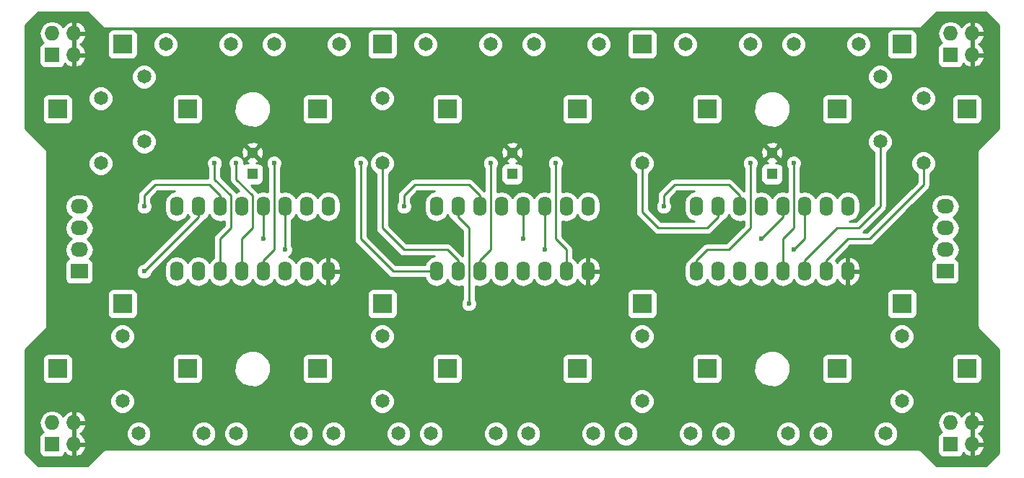
<source format=gbl>
G04 #@! TF.FileFunction,Copper,L2,Bot,Signal*
%FSLAX46Y46*%
G04 Gerber Fmt 4.6, Leading zero omitted, Abs format (unit mm)*
G04 Created by KiCad (PCBNEW 4.0.0-rc2-stable) date Sun 15 Nov 2015 10:11:19 AEDT*
%MOMM*%
G01*
G04 APERTURE LIST*
%ADD10C,0.100000*%
%ADD11O,1.600000X2.300000*%
%ADD12R,1.300000X1.300000*%
%ADD13C,1.300000*%
%ADD14R,2.235200X2.235200*%
%ADD15R,1.727200X1.727200*%
%ADD16O,1.727200X1.727200*%
%ADD17R,2.032000X1.727200*%
%ADD18O,2.032000X1.727200*%
%ADD19C,1.651000*%
%ADD20C,0.600000*%
%ADD21C,0.250000*%
%ADD22C,0.254000*%
G04 APERTURE END LIST*
D10*
D11*
X160020000Y-101600000D03*
X162560000Y-101600000D03*
X165100000Y-101600000D03*
X167640000Y-101600000D03*
X170180000Y-101600000D03*
X172720000Y-101600000D03*
X175260000Y-101600000D03*
X177800000Y-101600000D03*
X177800000Y-93980000D03*
X175260000Y-93980000D03*
X172720000Y-93980000D03*
X170180000Y-93980000D03*
X167640000Y-93980000D03*
X165100000Y-93980000D03*
X162560000Y-93980000D03*
X160020000Y-93980000D03*
X129540000Y-101600000D03*
X132080000Y-101600000D03*
X134620000Y-101600000D03*
X137160000Y-101600000D03*
X139700000Y-101600000D03*
X142240000Y-101600000D03*
X144780000Y-101600000D03*
X147320000Y-101600000D03*
X147320000Y-93980000D03*
X144780000Y-93980000D03*
X142240000Y-93980000D03*
X139700000Y-93980000D03*
X137160000Y-93980000D03*
X134620000Y-93980000D03*
X132080000Y-93980000D03*
X129540000Y-93980000D03*
X99060000Y-101600000D03*
X101600000Y-101600000D03*
X104140000Y-101600000D03*
X106680000Y-101600000D03*
X109220000Y-101600000D03*
X111760000Y-101600000D03*
X114300000Y-101600000D03*
X116840000Y-101600000D03*
X116840000Y-93980000D03*
X114300000Y-93980000D03*
X111760000Y-93980000D03*
X109220000Y-93980000D03*
X106680000Y-93980000D03*
X104140000Y-93980000D03*
X101600000Y-93980000D03*
X99060000Y-93980000D03*
D12*
X168910000Y-90170000D03*
D13*
X168910000Y-87670000D03*
D12*
X138430000Y-90170000D03*
D13*
X138430000Y-87670000D03*
D12*
X107950000Y-90170000D03*
D13*
X107950000Y-87670000D03*
D14*
X130810000Y-82550000D03*
X123190000Y-74930000D03*
X115570000Y-82550000D03*
X161290000Y-82550000D03*
X153670000Y-74930000D03*
X146050000Y-82550000D03*
X191770000Y-82550000D03*
X176530000Y-82550000D03*
X184150000Y-74930000D03*
X191770000Y-113030000D03*
X184150000Y-105410000D03*
X176530000Y-113030000D03*
X161290000Y-113030000D03*
X153670000Y-105410000D03*
X146050000Y-113030000D03*
X130810000Y-113030000D03*
X123190000Y-105410000D03*
X115570000Y-113030000D03*
X100330000Y-113030000D03*
X85090000Y-113030000D03*
X92710000Y-105410000D03*
X100330000Y-82550000D03*
X85090000Y-82550000D03*
X92710000Y-74930000D03*
D15*
X189865000Y-121920000D03*
D16*
X189865000Y-119380000D03*
X192405000Y-121920000D03*
X192405000Y-119380000D03*
D15*
X189865000Y-76200000D03*
D16*
X189865000Y-73660000D03*
X192405000Y-76200000D03*
X192405000Y-73660000D03*
D15*
X84455000Y-121920000D03*
D16*
X84455000Y-119380000D03*
X86995000Y-121920000D03*
X86995000Y-119380000D03*
D17*
X189230000Y-101600000D03*
D18*
X189230000Y-99060000D03*
X189230000Y-96520000D03*
X189230000Y-93980000D03*
D17*
X87630000Y-101600000D03*
D18*
X87630000Y-99060000D03*
X87630000Y-96520000D03*
X87630000Y-93980000D03*
D15*
X84455000Y-76200000D03*
D16*
X84455000Y-73660000D03*
X86995000Y-76200000D03*
X86995000Y-73660000D03*
D19*
X102235000Y-120650000D03*
X94615000Y-120650000D03*
X92710000Y-116840000D03*
X92710000Y-109220000D03*
X113665000Y-120650000D03*
X106045000Y-120650000D03*
X90170000Y-88900000D03*
X90170000Y-81280000D03*
X95250000Y-86360000D03*
X95250000Y-78740000D03*
X105410000Y-74930000D03*
X97790000Y-74930000D03*
X117475000Y-120650000D03*
X125095000Y-120650000D03*
X123190000Y-116840000D03*
X123190000Y-109220000D03*
X136525000Y-120650000D03*
X128905000Y-120650000D03*
X118110000Y-74930000D03*
X110490000Y-74930000D03*
X123190000Y-88900000D03*
X123190000Y-81280000D03*
X135890000Y-74930000D03*
X128270000Y-74930000D03*
X140335000Y-120650000D03*
X147955000Y-120650000D03*
X153670000Y-116840000D03*
X153670000Y-109220000D03*
X151765000Y-120650000D03*
X159385000Y-120650000D03*
X140970000Y-74930000D03*
X148590000Y-74930000D03*
X153670000Y-88900000D03*
X153670000Y-81280000D03*
X166370000Y-74930000D03*
X158750000Y-74930000D03*
X163195000Y-120650000D03*
X170815000Y-120650000D03*
X184150000Y-116840000D03*
X184150000Y-109220000D03*
X174625000Y-120650000D03*
X182245000Y-120650000D03*
X171450000Y-74930000D03*
X179070000Y-74930000D03*
X181610000Y-86360000D03*
X181610000Y-78740000D03*
X186690000Y-88900000D03*
X186690000Y-81280000D03*
D20*
X103505000Y-88900000D03*
X106045000Y-88900000D03*
X110490000Y-88900000D03*
X125730000Y-93980000D03*
X95250000Y-101600000D03*
X120650000Y-88900000D03*
X135890000Y-88900000D03*
X143510000Y-88900000D03*
X156210000Y-93980000D03*
X133350000Y-105410000D03*
X166370000Y-88900000D03*
X184150000Y-116840000D03*
X171450000Y-88900000D03*
X171450000Y-99060000D03*
X142240000Y-99060000D03*
X111760000Y-99060000D03*
X167640000Y-97790000D03*
X109220000Y-97790000D03*
X139700000Y-97790000D03*
X95250000Y-93980000D03*
D21*
X104140000Y-101600000D02*
X104140000Y-97790000D01*
X103505000Y-90805000D02*
X103505000Y-88900000D01*
X105410000Y-92710000D02*
X103505000Y-90805000D01*
X105410000Y-96520000D02*
X105410000Y-92710000D01*
X104140000Y-97790000D02*
X105410000Y-96520000D01*
X107950000Y-92710000D02*
X106045000Y-90805000D01*
X106045000Y-90805000D02*
X106045000Y-88900000D01*
X106680000Y-101600000D02*
X106680000Y-97790000D01*
X107950000Y-96520000D02*
X107950000Y-92710000D01*
X106680000Y-97790000D02*
X107950000Y-96520000D01*
X109220000Y-100330000D02*
X109220000Y-101600000D01*
X110490000Y-99060000D02*
X109220000Y-100330000D01*
X110490000Y-88900000D02*
X110490000Y-99060000D01*
X134620000Y-92710000D02*
X134620000Y-93980000D01*
X133350000Y-91440000D02*
X134620000Y-92710000D01*
X127000000Y-91440000D02*
X133350000Y-91440000D01*
X125730000Y-92710000D02*
X127000000Y-91440000D01*
X125730000Y-93980000D02*
X125730000Y-92710000D01*
X101600000Y-93980000D02*
X101600000Y-95250000D01*
X101600000Y-95250000D02*
X95250000Y-101600000D01*
X129540000Y-101600000D02*
X124460000Y-101600000D01*
X120650000Y-97790000D02*
X120650000Y-88900000D01*
X124460000Y-101600000D02*
X120650000Y-97790000D01*
X132080000Y-101600000D02*
X132080000Y-100330000D01*
X123190000Y-96520000D02*
X123190000Y-88900000D01*
X125730000Y-99060000D02*
X123190000Y-96520000D01*
X130810000Y-99060000D02*
X125730000Y-99060000D01*
X132080000Y-100330000D02*
X130810000Y-99060000D01*
X134620000Y-100330000D02*
X134620000Y-101600000D01*
X135890000Y-99060000D02*
X134620000Y-100330000D01*
X135890000Y-88900000D02*
X135890000Y-99060000D01*
X144780000Y-99060000D02*
X144780000Y-101600000D01*
X143510000Y-97790000D02*
X144780000Y-99060000D01*
X143510000Y-88900000D02*
X143510000Y-97790000D01*
X165100000Y-92710000D02*
X165100000Y-93980000D01*
X163830000Y-91440000D02*
X165100000Y-92710000D01*
X157480000Y-91440000D02*
X163830000Y-91440000D01*
X156210000Y-92710000D02*
X157480000Y-91440000D01*
X156210000Y-93980000D02*
X156210000Y-92710000D01*
X132080000Y-95250000D02*
X132080000Y-93980000D01*
X133350000Y-96520000D02*
X132080000Y-95250000D01*
X133350000Y-105410000D02*
X133350000Y-96520000D01*
X160020000Y-100330000D02*
X160020000Y-101600000D01*
X161290000Y-99060000D02*
X160020000Y-100330000D01*
X163830000Y-99060000D02*
X161290000Y-99060000D01*
X166370000Y-96520000D02*
X163830000Y-99060000D01*
X166370000Y-88900000D02*
X166370000Y-96520000D01*
X170180000Y-97790000D02*
X170180000Y-101600000D01*
X171450000Y-96520000D02*
X170180000Y-97790000D01*
X171450000Y-88900000D02*
X171450000Y-96520000D01*
X181610000Y-86360000D02*
X181610000Y-93980000D01*
X172720000Y-100330000D02*
X172720000Y-101600000D01*
X176530000Y-96520000D02*
X172720000Y-100330000D01*
X179070000Y-96520000D02*
X176530000Y-96520000D01*
X181610000Y-93980000D02*
X179070000Y-96520000D01*
X186690000Y-88900000D02*
X186690000Y-91440000D01*
X175260000Y-100330000D02*
X175260000Y-101600000D01*
X177800000Y-97790000D02*
X175260000Y-100330000D01*
X180340000Y-97790000D02*
X177800000Y-97790000D01*
X186690000Y-91440000D02*
X180340000Y-97790000D01*
X153670000Y-88900000D02*
X153670000Y-94615000D01*
X162560000Y-95250000D02*
X162560000Y-93980000D01*
X161290000Y-96520000D02*
X162560000Y-95250000D01*
X155575000Y-96520000D02*
X161290000Y-96520000D01*
X153670000Y-94615000D02*
X155575000Y-96520000D01*
X172720000Y-93980000D02*
X172720000Y-97790000D01*
X172720000Y-97790000D02*
X171450000Y-99060000D01*
X142240000Y-93980000D02*
X142240000Y-99060000D01*
X111760000Y-93980000D02*
X111760000Y-99060000D01*
X170180000Y-93980000D02*
X170180000Y-95250000D01*
X170180000Y-95250000D02*
X167640000Y-97790000D01*
X109220000Y-93980000D02*
X109220000Y-97790000D01*
X139700000Y-93980000D02*
X139700000Y-97790000D01*
X104140000Y-92710000D02*
X104140000Y-93980000D01*
X102870000Y-91440000D02*
X104140000Y-92710000D01*
X96520000Y-91440000D02*
X102870000Y-91440000D01*
X95250000Y-92710000D02*
X96520000Y-91440000D01*
X95250000Y-93980000D02*
X95250000Y-92710000D01*
D22*
G36*
X90320632Y-72874368D02*
X90542862Y-73022857D01*
X90805000Y-73075000D01*
X186055000Y-73075000D01*
X186317138Y-73022857D01*
X186539368Y-72874368D01*
X188243736Y-71170000D01*
X194026264Y-71170000D01*
X195530000Y-72673736D01*
X195530000Y-84806264D01*
X193190632Y-87145632D01*
X193042143Y-87367862D01*
X192990000Y-87630000D01*
X192990000Y-107950000D01*
X193042143Y-108212138D01*
X193190632Y-108434368D01*
X195530000Y-110773736D01*
X195530000Y-122906264D01*
X194026264Y-124410000D01*
X188243736Y-124410000D01*
X186539368Y-122705632D01*
X186317138Y-122557143D01*
X186055000Y-122505000D01*
X90805000Y-122505000D01*
X90542862Y-122557143D01*
X90320632Y-122705632D01*
X88616264Y-124410000D01*
X82833736Y-124410000D01*
X81330000Y-122906264D01*
X81330000Y-119380000D01*
X82927041Y-119380000D01*
X83041115Y-119953489D01*
X83365971Y-120439670D01*
X83379642Y-120448805D01*
X83356083Y-120453238D01*
X83139959Y-120592310D01*
X82994969Y-120804510D01*
X82943960Y-121056400D01*
X82943960Y-122783600D01*
X82988238Y-123018917D01*
X83127310Y-123235041D01*
X83339510Y-123380031D01*
X83591400Y-123431040D01*
X85318600Y-123431040D01*
X85553917Y-123386762D01*
X85770041Y-123247690D01*
X85915031Y-123035490D01*
X85934662Y-122938549D01*
X86106510Y-123126821D01*
X86635973Y-123374968D01*
X86868000Y-123254469D01*
X86868000Y-122047000D01*
X87122000Y-122047000D01*
X87122000Y-123254469D01*
X87354027Y-123374968D01*
X87883490Y-123126821D01*
X88277688Y-122694947D01*
X88449958Y-122279026D01*
X88328817Y-122047000D01*
X87122000Y-122047000D01*
X86868000Y-122047000D01*
X86848000Y-122047000D01*
X86848000Y-121793000D01*
X86868000Y-121793000D01*
X86868000Y-119507000D01*
X87122000Y-119507000D01*
X87122000Y-121793000D01*
X88328817Y-121793000D01*
X88449958Y-121560974D01*
X88277688Y-121145053D01*
X88089828Y-120939237D01*
X93154247Y-120939237D01*
X93376126Y-121476226D01*
X93786613Y-121887430D01*
X94323214Y-122110246D01*
X94904237Y-122110753D01*
X95441226Y-121888874D01*
X95852430Y-121478387D01*
X96075246Y-120941786D01*
X96075248Y-120939237D01*
X100774247Y-120939237D01*
X100996126Y-121476226D01*
X101406613Y-121887430D01*
X101943214Y-122110246D01*
X102524237Y-122110753D01*
X103061226Y-121888874D01*
X103472430Y-121478387D01*
X103695246Y-120941786D01*
X103695248Y-120939237D01*
X104584247Y-120939237D01*
X104806126Y-121476226D01*
X105216613Y-121887430D01*
X105753214Y-122110246D01*
X106334237Y-122110753D01*
X106871226Y-121888874D01*
X107282430Y-121478387D01*
X107505246Y-120941786D01*
X107505248Y-120939237D01*
X112204247Y-120939237D01*
X112426126Y-121476226D01*
X112836613Y-121887430D01*
X113373214Y-122110246D01*
X113954237Y-122110753D01*
X114491226Y-121888874D01*
X114902430Y-121478387D01*
X115125246Y-120941786D01*
X115125248Y-120939237D01*
X116014247Y-120939237D01*
X116236126Y-121476226D01*
X116646613Y-121887430D01*
X117183214Y-122110246D01*
X117764237Y-122110753D01*
X118301226Y-121888874D01*
X118712430Y-121478387D01*
X118935246Y-120941786D01*
X118935248Y-120939237D01*
X123634247Y-120939237D01*
X123856126Y-121476226D01*
X124266613Y-121887430D01*
X124803214Y-122110246D01*
X125384237Y-122110753D01*
X125921226Y-121888874D01*
X126332430Y-121478387D01*
X126555246Y-120941786D01*
X126555248Y-120939237D01*
X127444247Y-120939237D01*
X127666126Y-121476226D01*
X128076613Y-121887430D01*
X128613214Y-122110246D01*
X129194237Y-122110753D01*
X129731226Y-121888874D01*
X130142430Y-121478387D01*
X130365246Y-120941786D01*
X130365248Y-120939237D01*
X135064247Y-120939237D01*
X135286126Y-121476226D01*
X135696613Y-121887430D01*
X136233214Y-122110246D01*
X136814237Y-122110753D01*
X137351226Y-121888874D01*
X137762430Y-121478387D01*
X137985246Y-120941786D01*
X137985248Y-120939237D01*
X138874247Y-120939237D01*
X139096126Y-121476226D01*
X139506613Y-121887430D01*
X140043214Y-122110246D01*
X140624237Y-122110753D01*
X141161226Y-121888874D01*
X141572430Y-121478387D01*
X141795246Y-120941786D01*
X141795248Y-120939237D01*
X146494247Y-120939237D01*
X146716126Y-121476226D01*
X147126613Y-121887430D01*
X147663214Y-122110246D01*
X148244237Y-122110753D01*
X148781226Y-121888874D01*
X149192430Y-121478387D01*
X149415246Y-120941786D01*
X149415248Y-120939237D01*
X150304247Y-120939237D01*
X150526126Y-121476226D01*
X150936613Y-121887430D01*
X151473214Y-122110246D01*
X152054237Y-122110753D01*
X152591226Y-121888874D01*
X153002430Y-121478387D01*
X153225246Y-120941786D01*
X153225248Y-120939237D01*
X157924247Y-120939237D01*
X158146126Y-121476226D01*
X158556613Y-121887430D01*
X159093214Y-122110246D01*
X159674237Y-122110753D01*
X160211226Y-121888874D01*
X160622430Y-121478387D01*
X160845246Y-120941786D01*
X160845248Y-120939237D01*
X161734247Y-120939237D01*
X161956126Y-121476226D01*
X162366613Y-121887430D01*
X162903214Y-122110246D01*
X163484237Y-122110753D01*
X164021226Y-121888874D01*
X164432430Y-121478387D01*
X164655246Y-120941786D01*
X164655248Y-120939237D01*
X169354247Y-120939237D01*
X169576126Y-121476226D01*
X169986613Y-121887430D01*
X170523214Y-122110246D01*
X171104237Y-122110753D01*
X171641226Y-121888874D01*
X172052430Y-121478387D01*
X172275246Y-120941786D01*
X172275248Y-120939237D01*
X173164247Y-120939237D01*
X173386126Y-121476226D01*
X173796613Y-121887430D01*
X174333214Y-122110246D01*
X174914237Y-122110753D01*
X175451226Y-121888874D01*
X175862430Y-121478387D01*
X176085246Y-120941786D01*
X176085248Y-120939237D01*
X180784247Y-120939237D01*
X181006126Y-121476226D01*
X181416613Y-121887430D01*
X181953214Y-122110246D01*
X182534237Y-122110753D01*
X183071226Y-121888874D01*
X183482430Y-121478387D01*
X183705246Y-120941786D01*
X183705753Y-120360763D01*
X183483874Y-119823774D01*
X183073387Y-119412570D01*
X182994950Y-119380000D01*
X188337041Y-119380000D01*
X188451115Y-119953489D01*
X188775971Y-120439670D01*
X188789642Y-120448805D01*
X188766083Y-120453238D01*
X188549959Y-120592310D01*
X188404969Y-120804510D01*
X188353960Y-121056400D01*
X188353960Y-122783600D01*
X188398238Y-123018917D01*
X188537310Y-123235041D01*
X188749510Y-123380031D01*
X189001400Y-123431040D01*
X190728600Y-123431040D01*
X190963917Y-123386762D01*
X191180041Y-123247690D01*
X191325031Y-123035490D01*
X191344662Y-122938549D01*
X191516510Y-123126821D01*
X192045973Y-123374968D01*
X192278000Y-123254469D01*
X192278000Y-122047000D01*
X192532000Y-122047000D01*
X192532000Y-123254469D01*
X192764027Y-123374968D01*
X193293490Y-123126821D01*
X193687688Y-122694947D01*
X193859958Y-122279026D01*
X193738817Y-122047000D01*
X192532000Y-122047000D01*
X192278000Y-122047000D01*
X192258000Y-122047000D01*
X192258000Y-121793000D01*
X192278000Y-121793000D01*
X192278000Y-119507000D01*
X192532000Y-119507000D01*
X192532000Y-121793000D01*
X193738817Y-121793000D01*
X193859958Y-121560974D01*
X193687688Y-121145053D01*
X193293490Y-120713179D01*
X193158687Y-120650000D01*
X193293490Y-120586821D01*
X193687688Y-120154947D01*
X193859958Y-119739026D01*
X193738817Y-119507000D01*
X192532000Y-119507000D01*
X192278000Y-119507000D01*
X192258000Y-119507000D01*
X192258000Y-119253000D01*
X192278000Y-119253000D01*
X192278000Y-118045531D01*
X192532000Y-118045531D01*
X192532000Y-119253000D01*
X193738817Y-119253000D01*
X193859958Y-119020974D01*
X193687688Y-118605053D01*
X193293490Y-118173179D01*
X192764027Y-117925032D01*
X192532000Y-118045531D01*
X192278000Y-118045531D01*
X192045973Y-117925032D01*
X191516510Y-118173179D01*
X191134992Y-118591161D01*
X190954029Y-118320330D01*
X190467848Y-117995474D01*
X189894359Y-117881400D01*
X189835641Y-117881400D01*
X189262152Y-117995474D01*
X188775971Y-118320330D01*
X188451115Y-118806511D01*
X188337041Y-119380000D01*
X182994950Y-119380000D01*
X182536786Y-119189754D01*
X181955763Y-119189247D01*
X181418774Y-119411126D01*
X181007570Y-119821613D01*
X180784754Y-120358214D01*
X180784247Y-120939237D01*
X176085248Y-120939237D01*
X176085753Y-120360763D01*
X175863874Y-119823774D01*
X175453387Y-119412570D01*
X174916786Y-119189754D01*
X174335763Y-119189247D01*
X173798774Y-119411126D01*
X173387570Y-119821613D01*
X173164754Y-120358214D01*
X173164247Y-120939237D01*
X172275248Y-120939237D01*
X172275753Y-120360763D01*
X172053874Y-119823774D01*
X171643387Y-119412570D01*
X171106786Y-119189754D01*
X170525763Y-119189247D01*
X169988774Y-119411126D01*
X169577570Y-119821613D01*
X169354754Y-120358214D01*
X169354247Y-120939237D01*
X164655248Y-120939237D01*
X164655753Y-120360763D01*
X164433874Y-119823774D01*
X164023387Y-119412570D01*
X163486786Y-119189754D01*
X162905763Y-119189247D01*
X162368774Y-119411126D01*
X161957570Y-119821613D01*
X161734754Y-120358214D01*
X161734247Y-120939237D01*
X160845248Y-120939237D01*
X160845753Y-120360763D01*
X160623874Y-119823774D01*
X160213387Y-119412570D01*
X159676786Y-119189754D01*
X159095763Y-119189247D01*
X158558774Y-119411126D01*
X158147570Y-119821613D01*
X157924754Y-120358214D01*
X157924247Y-120939237D01*
X153225248Y-120939237D01*
X153225753Y-120360763D01*
X153003874Y-119823774D01*
X152593387Y-119412570D01*
X152056786Y-119189754D01*
X151475763Y-119189247D01*
X150938774Y-119411126D01*
X150527570Y-119821613D01*
X150304754Y-120358214D01*
X150304247Y-120939237D01*
X149415248Y-120939237D01*
X149415753Y-120360763D01*
X149193874Y-119823774D01*
X148783387Y-119412570D01*
X148246786Y-119189754D01*
X147665763Y-119189247D01*
X147128774Y-119411126D01*
X146717570Y-119821613D01*
X146494754Y-120358214D01*
X146494247Y-120939237D01*
X141795248Y-120939237D01*
X141795753Y-120360763D01*
X141573874Y-119823774D01*
X141163387Y-119412570D01*
X140626786Y-119189754D01*
X140045763Y-119189247D01*
X139508774Y-119411126D01*
X139097570Y-119821613D01*
X138874754Y-120358214D01*
X138874247Y-120939237D01*
X137985248Y-120939237D01*
X137985753Y-120360763D01*
X137763874Y-119823774D01*
X137353387Y-119412570D01*
X136816786Y-119189754D01*
X136235763Y-119189247D01*
X135698774Y-119411126D01*
X135287570Y-119821613D01*
X135064754Y-120358214D01*
X135064247Y-120939237D01*
X130365248Y-120939237D01*
X130365753Y-120360763D01*
X130143874Y-119823774D01*
X129733387Y-119412570D01*
X129196786Y-119189754D01*
X128615763Y-119189247D01*
X128078774Y-119411126D01*
X127667570Y-119821613D01*
X127444754Y-120358214D01*
X127444247Y-120939237D01*
X126555248Y-120939237D01*
X126555753Y-120360763D01*
X126333874Y-119823774D01*
X125923387Y-119412570D01*
X125386786Y-119189754D01*
X124805763Y-119189247D01*
X124268774Y-119411126D01*
X123857570Y-119821613D01*
X123634754Y-120358214D01*
X123634247Y-120939237D01*
X118935248Y-120939237D01*
X118935753Y-120360763D01*
X118713874Y-119823774D01*
X118303387Y-119412570D01*
X117766786Y-119189754D01*
X117185763Y-119189247D01*
X116648774Y-119411126D01*
X116237570Y-119821613D01*
X116014754Y-120358214D01*
X116014247Y-120939237D01*
X115125248Y-120939237D01*
X115125753Y-120360763D01*
X114903874Y-119823774D01*
X114493387Y-119412570D01*
X113956786Y-119189754D01*
X113375763Y-119189247D01*
X112838774Y-119411126D01*
X112427570Y-119821613D01*
X112204754Y-120358214D01*
X112204247Y-120939237D01*
X107505248Y-120939237D01*
X107505753Y-120360763D01*
X107283874Y-119823774D01*
X106873387Y-119412570D01*
X106336786Y-119189754D01*
X105755763Y-119189247D01*
X105218774Y-119411126D01*
X104807570Y-119821613D01*
X104584754Y-120358214D01*
X104584247Y-120939237D01*
X103695248Y-120939237D01*
X103695753Y-120360763D01*
X103473874Y-119823774D01*
X103063387Y-119412570D01*
X102526786Y-119189754D01*
X101945763Y-119189247D01*
X101408774Y-119411126D01*
X100997570Y-119821613D01*
X100774754Y-120358214D01*
X100774247Y-120939237D01*
X96075248Y-120939237D01*
X96075753Y-120360763D01*
X95853874Y-119823774D01*
X95443387Y-119412570D01*
X94906786Y-119189754D01*
X94325763Y-119189247D01*
X93788774Y-119411126D01*
X93377570Y-119821613D01*
X93154754Y-120358214D01*
X93154247Y-120939237D01*
X88089828Y-120939237D01*
X87883490Y-120713179D01*
X87748687Y-120650000D01*
X87883490Y-120586821D01*
X88277688Y-120154947D01*
X88449958Y-119739026D01*
X88328817Y-119507000D01*
X87122000Y-119507000D01*
X86868000Y-119507000D01*
X86848000Y-119507000D01*
X86848000Y-119253000D01*
X86868000Y-119253000D01*
X86868000Y-118045531D01*
X87122000Y-118045531D01*
X87122000Y-119253000D01*
X88328817Y-119253000D01*
X88449958Y-119020974D01*
X88277688Y-118605053D01*
X87883490Y-118173179D01*
X87354027Y-117925032D01*
X87122000Y-118045531D01*
X86868000Y-118045531D01*
X86635973Y-117925032D01*
X86106510Y-118173179D01*
X85724992Y-118591161D01*
X85544029Y-118320330D01*
X85057848Y-117995474D01*
X84484359Y-117881400D01*
X84425641Y-117881400D01*
X83852152Y-117995474D01*
X83365971Y-118320330D01*
X83041115Y-118806511D01*
X82927041Y-119380000D01*
X81330000Y-119380000D01*
X81330000Y-117129237D01*
X91249247Y-117129237D01*
X91471126Y-117666226D01*
X91881613Y-118077430D01*
X92418214Y-118300246D01*
X92999237Y-118300753D01*
X93536226Y-118078874D01*
X93947430Y-117668387D01*
X94170246Y-117131786D01*
X94170248Y-117129237D01*
X121729247Y-117129237D01*
X121951126Y-117666226D01*
X122361613Y-118077430D01*
X122898214Y-118300246D01*
X123479237Y-118300753D01*
X124016226Y-118078874D01*
X124427430Y-117668387D01*
X124650246Y-117131786D01*
X124650248Y-117129237D01*
X152209247Y-117129237D01*
X152431126Y-117666226D01*
X152841613Y-118077430D01*
X153378214Y-118300246D01*
X153959237Y-118300753D01*
X154496226Y-118078874D01*
X154907430Y-117668387D01*
X155130246Y-117131786D01*
X155130248Y-117129237D01*
X182689247Y-117129237D01*
X182911126Y-117666226D01*
X183321613Y-118077430D01*
X183858214Y-118300246D01*
X184439237Y-118300753D01*
X184976226Y-118078874D01*
X185387430Y-117668387D01*
X185610246Y-117131786D01*
X185610753Y-116550763D01*
X185388874Y-116013774D01*
X184978387Y-115602570D01*
X184441786Y-115379754D01*
X183860763Y-115379247D01*
X183323774Y-115601126D01*
X182912570Y-116011613D01*
X182689754Y-116548214D01*
X182689247Y-117129237D01*
X155130248Y-117129237D01*
X155130753Y-116550763D01*
X154908874Y-116013774D01*
X154498387Y-115602570D01*
X153961786Y-115379754D01*
X153380763Y-115379247D01*
X152843774Y-115601126D01*
X152432570Y-116011613D01*
X152209754Y-116548214D01*
X152209247Y-117129237D01*
X124650248Y-117129237D01*
X124650753Y-116550763D01*
X124428874Y-116013774D01*
X124018387Y-115602570D01*
X123481786Y-115379754D01*
X122900763Y-115379247D01*
X122363774Y-115601126D01*
X121952570Y-116011613D01*
X121729754Y-116548214D01*
X121729247Y-117129237D01*
X94170248Y-117129237D01*
X94170753Y-116550763D01*
X93948874Y-116013774D01*
X93538387Y-115602570D01*
X93001786Y-115379754D01*
X92420763Y-115379247D01*
X91883774Y-115601126D01*
X91472570Y-116011613D01*
X91249754Y-116548214D01*
X91249247Y-117129237D01*
X81330000Y-117129237D01*
X81330000Y-111912400D01*
X83324960Y-111912400D01*
X83324960Y-114147600D01*
X83369238Y-114382917D01*
X83508310Y-114599041D01*
X83720510Y-114744031D01*
X83972400Y-114795040D01*
X86207600Y-114795040D01*
X86442917Y-114750762D01*
X86659041Y-114611690D01*
X86804031Y-114399490D01*
X86855040Y-114147600D01*
X86855040Y-111912400D01*
X98564960Y-111912400D01*
X98564960Y-114147600D01*
X98609238Y-114382917D01*
X98748310Y-114599041D01*
X98960510Y-114744031D01*
X99212400Y-114795040D01*
X101447600Y-114795040D01*
X101682917Y-114750762D01*
X101899041Y-114611690D01*
X102044031Y-114399490D01*
X102095040Y-114147600D01*
X102095040Y-113452815D01*
X105814630Y-113452815D01*
X106138980Y-114237800D01*
X106739041Y-114838909D01*
X107523459Y-115164628D01*
X108372815Y-115165370D01*
X109157800Y-114841020D01*
X109758909Y-114240959D01*
X110084628Y-113456541D01*
X110085370Y-112607185D01*
X109798290Y-111912400D01*
X113804960Y-111912400D01*
X113804960Y-114147600D01*
X113849238Y-114382917D01*
X113988310Y-114599041D01*
X114200510Y-114744031D01*
X114452400Y-114795040D01*
X116687600Y-114795040D01*
X116922917Y-114750762D01*
X117139041Y-114611690D01*
X117284031Y-114399490D01*
X117335040Y-114147600D01*
X117335040Y-111912400D01*
X129044960Y-111912400D01*
X129044960Y-114147600D01*
X129089238Y-114382917D01*
X129228310Y-114599041D01*
X129440510Y-114744031D01*
X129692400Y-114795040D01*
X131927600Y-114795040D01*
X132162917Y-114750762D01*
X132379041Y-114611690D01*
X132524031Y-114399490D01*
X132575040Y-114147600D01*
X132575040Y-111912400D01*
X144284960Y-111912400D01*
X144284960Y-114147600D01*
X144329238Y-114382917D01*
X144468310Y-114599041D01*
X144680510Y-114744031D01*
X144932400Y-114795040D01*
X147167600Y-114795040D01*
X147402917Y-114750762D01*
X147619041Y-114611690D01*
X147764031Y-114399490D01*
X147815040Y-114147600D01*
X147815040Y-111912400D01*
X159524960Y-111912400D01*
X159524960Y-114147600D01*
X159569238Y-114382917D01*
X159708310Y-114599041D01*
X159920510Y-114744031D01*
X160172400Y-114795040D01*
X162407600Y-114795040D01*
X162642917Y-114750762D01*
X162859041Y-114611690D01*
X163004031Y-114399490D01*
X163055040Y-114147600D01*
X163055040Y-113452815D01*
X166774630Y-113452815D01*
X167098980Y-114237800D01*
X167699041Y-114838909D01*
X168483459Y-115164628D01*
X169332815Y-115165370D01*
X170117800Y-114841020D01*
X170718909Y-114240959D01*
X171044628Y-113456541D01*
X171045370Y-112607185D01*
X170758290Y-111912400D01*
X174764960Y-111912400D01*
X174764960Y-114147600D01*
X174809238Y-114382917D01*
X174948310Y-114599041D01*
X175160510Y-114744031D01*
X175412400Y-114795040D01*
X177647600Y-114795040D01*
X177882917Y-114750762D01*
X178099041Y-114611690D01*
X178244031Y-114399490D01*
X178295040Y-114147600D01*
X178295040Y-111912400D01*
X190004960Y-111912400D01*
X190004960Y-114147600D01*
X190049238Y-114382917D01*
X190188310Y-114599041D01*
X190400510Y-114744031D01*
X190652400Y-114795040D01*
X192887600Y-114795040D01*
X193122917Y-114750762D01*
X193339041Y-114611690D01*
X193484031Y-114399490D01*
X193535040Y-114147600D01*
X193535040Y-111912400D01*
X193490762Y-111677083D01*
X193351690Y-111460959D01*
X193139490Y-111315969D01*
X192887600Y-111264960D01*
X190652400Y-111264960D01*
X190417083Y-111309238D01*
X190200959Y-111448310D01*
X190055969Y-111660510D01*
X190004960Y-111912400D01*
X178295040Y-111912400D01*
X178250762Y-111677083D01*
X178111690Y-111460959D01*
X177899490Y-111315969D01*
X177647600Y-111264960D01*
X175412400Y-111264960D01*
X175177083Y-111309238D01*
X174960959Y-111448310D01*
X174815969Y-111660510D01*
X174764960Y-111912400D01*
X170758290Y-111912400D01*
X170721020Y-111822200D01*
X170120959Y-111221091D01*
X169336541Y-110895372D01*
X168487185Y-110894630D01*
X167702200Y-111218980D01*
X167101091Y-111819041D01*
X166775372Y-112603459D01*
X166774630Y-113452815D01*
X163055040Y-113452815D01*
X163055040Y-111912400D01*
X163010762Y-111677083D01*
X162871690Y-111460959D01*
X162659490Y-111315969D01*
X162407600Y-111264960D01*
X160172400Y-111264960D01*
X159937083Y-111309238D01*
X159720959Y-111448310D01*
X159575969Y-111660510D01*
X159524960Y-111912400D01*
X147815040Y-111912400D01*
X147770762Y-111677083D01*
X147631690Y-111460959D01*
X147419490Y-111315969D01*
X147167600Y-111264960D01*
X144932400Y-111264960D01*
X144697083Y-111309238D01*
X144480959Y-111448310D01*
X144335969Y-111660510D01*
X144284960Y-111912400D01*
X132575040Y-111912400D01*
X132530762Y-111677083D01*
X132391690Y-111460959D01*
X132179490Y-111315969D01*
X131927600Y-111264960D01*
X129692400Y-111264960D01*
X129457083Y-111309238D01*
X129240959Y-111448310D01*
X129095969Y-111660510D01*
X129044960Y-111912400D01*
X117335040Y-111912400D01*
X117290762Y-111677083D01*
X117151690Y-111460959D01*
X116939490Y-111315969D01*
X116687600Y-111264960D01*
X114452400Y-111264960D01*
X114217083Y-111309238D01*
X114000959Y-111448310D01*
X113855969Y-111660510D01*
X113804960Y-111912400D01*
X109798290Y-111912400D01*
X109761020Y-111822200D01*
X109160959Y-111221091D01*
X108376541Y-110895372D01*
X107527185Y-110894630D01*
X106742200Y-111218980D01*
X106141091Y-111819041D01*
X105815372Y-112603459D01*
X105814630Y-113452815D01*
X102095040Y-113452815D01*
X102095040Y-111912400D01*
X102050762Y-111677083D01*
X101911690Y-111460959D01*
X101699490Y-111315969D01*
X101447600Y-111264960D01*
X99212400Y-111264960D01*
X98977083Y-111309238D01*
X98760959Y-111448310D01*
X98615969Y-111660510D01*
X98564960Y-111912400D01*
X86855040Y-111912400D01*
X86810762Y-111677083D01*
X86671690Y-111460959D01*
X86459490Y-111315969D01*
X86207600Y-111264960D01*
X83972400Y-111264960D01*
X83737083Y-111309238D01*
X83520959Y-111448310D01*
X83375969Y-111660510D01*
X83324960Y-111912400D01*
X81330000Y-111912400D01*
X81330000Y-110773736D01*
X82594499Y-109509237D01*
X91249247Y-109509237D01*
X91471126Y-110046226D01*
X91881613Y-110457430D01*
X92418214Y-110680246D01*
X92999237Y-110680753D01*
X93536226Y-110458874D01*
X93947430Y-110048387D01*
X94170246Y-109511786D01*
X94170248Y-109509237D01*
X121729247Y-109509237D01*
X121951126Y-110046226D01*
X122361613Y-110457430D01*
X122898214Y-110680246D01*
X123479237Y-110680753D01*
X124016226Y-110458874D01*
X124427430Y-110048387D01*
X124650246Y-109511786D01*
X124650248Y-109509237D01*
X152209247Y-109509237D01*
X152431126Y-110046226D01*
X152841613Y-110457430D01*
X153378214Y-110680246D01*
X153959237Y-110680753D01*
X154496226Y-110458874D01*
X154907430Y-110048387D01*
X155130246Y-109511786D01*
X155130248Y-109509237D01*
X182689247Y-109509237D01*
X182911126Y-110046226D01*
X183321613Y-110457430D01*
X183858214Y-110680246D01*
X184439237Y-110680753D01*
X184976226Y-110458874D01*
X185387430Y-110048387D01*
X185610246Y-109511786D01*
X185610753Y-108930763D01*
X185388874Y-108393774D01*
X184978387Y-107982570D01*
X184441786Y-107759754D01*
X183860763Y-107759247D01*
X183323774Y-107981126D01*
X182912570Y-108391613D01*
X182689754Y-108928214D01*
X182689247Y-109509237D01*
X155130248Y-109509237D01*
X155130753Y-108930763D01*
X154908874Y-108393774D01*
X154498387Y-107982570D01*
X153961786Y-107759754D01*
X153380763Y-107759247D01*
X152843774Y-107981126D01*
X152432570Y-108391613D01*
X152209754Y-108928214D01*
X152209247Y-109509237D01*
X124650248Y-109509237D01*
X124650753Y-108930763D01*
X124428874Y-108393774D01*
X124018387Y-107982570D01*
X123481786Y-107759754D01*
X122900763Y-107759247D01*
X122363774Y-107981126D01*
X121952570Y-108391613D01*
X121729754Y-108928214D01*
X121729247Y-109509237D01*
X94170248Y-109509237D01*
X94170753Y-108930763D01*
X93948874Y-108393774D01*
X93538387Y-107982570D01*
X93001786Y-107759754D01*
X92420763Y-107759247D01*
X91883774Y-107981126D01*
X91472570Y-108391613D01*
X91249754Y-108928214D01*
X91249247Y-109509237D01*
X82594499Y-109509237D01*
X83669368Y-108434368D01*
X83817857Y-108212138D01*
X83870000Y-107950000D01*
X83870000Y-104292400D01*
X90944960Y-104292400D01*
X90944960Y-106527600D01*
X90989238Y-106762917D01*
X91128310Y-106979041D01*
X91340510Y-107124031D01*
X91592400Y-107175040D01*
X93827600Y-107175040D01*
X94062917Y-107130762D01*
X94279041Y-106991690D01*
X94424031Y-106779490D01*
X94475040Y-106527600D01*
X94475040Y-104292400D01*
X121424960Y-104292400D01*
X121424960Y-106527600D01*
X121469238Y-106762917D01*
X121608310Y-106979041D01*
X121820510Y-107124031D01*
X122072400Y-107175040D01*
X124307600Y-107175040D01*
X124542917Y-107130762D01*
X124759041Y-106991690D01*
X124904031Y-106779490D01*
X124955040Y-106527600D01*
X124955040Y-104292400D01*
X124910762Y-104057083D01*
X124771690Y-103840959D01*
X124559490Y-103695969D01*
X124307600Y-103644960D01*
X122072400Y-103644960D01*
X121837083Y-103689238D01*
X121620959Y-103828310D01*
X121475969Y-104040510D01*
X121424960Y-104292400D01*
X94475040Y-104292400D01*
X94430762Y-104057083D01*
X94291690Y-103840959D01*
X94079490Y-103695969D01*
X93827600Y-103644960D01*
X91592400Y-103644960D01*
X91357083Y-103689238D01*
X91140959Y-103828310D01*
X90995969Y-104040510D01*
X90944960Y-104292400D01*
X83870000Y-104292400D01*
X83870000Y-93980000D01*
X85946655Y-93980000D01*
X86060729Y-94553489D01*
X86385585Y-95039670D01*
X86700366Y-95250000D01*
X86385585Y-95460330D01*
X86060729Y-95946511D01*
X85946655Y-96520000D01*
X86060729Y-97093489D01*
X86385585Y-97579670D01*
X86700366Y-97790000D01*
X86385585Y-98000330D01*
X86060729Y-98486511D01*
X85946655Y-99060000D01*
X86060729Y-99633489D01*
X86385585Y-100119670D01*
X86399913Y-100129243D01*
X86378683Y-100133238D01*
X86162559Y-100272310D01*
X86017569Y-100484510D01*
X85966560Y-100736400D01*
X85966560Y-102463600D01*
X86010838Y-102698917D01*
X86149910Y-102915041D01*
X86362110Y-103060031D01*
X86614000Y-103111040D01*
X88646000Y-103111040D01*
X88881317Y-103066762D01*
X89097441Y-102927690D01*
X89242431Y-102715490D01*
X89293440Y-102463600D01*
X89293440Y-100736400D01*
X89249162Y-100501083D01*
X89110090Y-100284959D01*
X88897890Y-100139969D01*
X88856561Y-100131600D01*
X88874415Y-100119670D01*
X89199271Y-99633489D01*
X89313345Y-99060000D01*
X89199271Y-98486511D01*
X88874415Y-98000330D01*
X88559634Y-97790000D01*
X88874415Y-97579670D01*
X89199271Y-97093489D01*
X89313345Y-96520000D01*
X89199271Y-95946511D01*
X88874415Y-95460330D01*
X88559634Y-95250000D01*
X88874415Y-95039670D01*
X89199271Y-94553489D01*
X89276513Y-94165167D01*
X94314838Y-94165167D01*
X94456883Y-94508943D01*
X94719673Y-94772192D01*
X95063201Y-94914838D01*
X95435167Y-94915162D01*
X95778943Y-94773117D01*
X96042192Y-94510327D01*
X96184838Y-94166799D01*
X96185162Y-93794833D01*
X96043117Y-93451057D01*
X96010000Y-93417882D01*
X96010000Y-93024802D01*
X96834802Y-92200000D01*
X98859057Y-92200000D01*
X98510849Y-92269263D01*
X98045302Y-92580332D01*
X97734233Y-93045879D01*
X97625000Y-93595030D01*
X97625000Y-94364970D01*
X97734233Y-94914121D01*
X98045302Y-95379668D01*
X98510849Y-95690737D01*
X99060000Y-95799970D01*
X99609151Y-95690737D01*
X100074698Y-95379668D01*
X100330000Y-94997582D01*
X100509290Y-95265908D01*
X95110320Y-100664878D01*
X95064833Y-100664838D01*
X94721057Y-100806883D01*
X94457808Y-101069673D01*
X94315162Y-101413201D01*
X94314838Y-101785167D01*
X94456883Y-102128943D01*
X94719673Y-102392192D01*
X95063201Y-102534838D01*
X95435167Y-102535162D01*
X95778943Y-102393117D01*
X96042192Y-102130327D01*
X96184838Y-101786799D01*
X96184879Y-101739923D01*
X102137401Y-95787401D01*
X102244607Y-95626955D01*
X102614698Y-95379668D01*
X102870000Y-94997582D01*
X103125302Y-95379668D01*
X103590849Y-95690737D01*
X104140000Y-95799970D01*
X104650000Y-95698525D01*
X104650000Y-96205198D01*
X103602599Y-97252599D01*
X103437852Y-97499161D01*
X103380000Y-97790000D01*
X103380000Y-100030148D01*
X103125302Y-100200332D01*
X102870000Y-100582418D01*
X102614698Y-100200332D01*
X102149151Y-99889263D01*
X101600000Y-99780030D01*
X101050849Y-99889263D01*
X100585302Y-100200332D01*
X100330000Y-100582418D01*
X100074698Y-100200332D01*
X99609151Y-99889263D01*
X99060000Y-99780030D01*
X98510849Y-99889263D01*
X98045302Y-100200332D01*
X97734233Y-100665879D01*
X97625000Y-101215030D01*
X97625000Y-101984970D01*
X97734233Y-102534121D01*
X98045302Y-102999668D01*
X98510849Y-103310737D01*
X99060000Y-103419970D01*
X99609151Y-103310737D01*
X100074698Y-102999668D01*
X100330000Y-102617582D01*
X100585302Y-102999668D01*
X101050849Y-103310737D01*
X101600000Y-103419970D01*
X102149151Y-103310737D01*
X102614698Y-102999668D01*
X102870000Y-102617582D01*
X103125302Y-102999668D01*
X103590849Y-103310737D01*
X104140000Y-103419970D01*
X104689151Y-103310737D01*
X105154698Y-102999668D01*
X105410000Y-102617582D01*
X105665302Y-102999668D01*
X106130849Y-103310737D01*
X106680000Y-103419970D01*
X107229151Y-103310737D01*
X107694698Y-102999668D01*
X107950000Y-102617582D01*
X108205302Y-102999668D01*
X108670849Y-103310737D01*
X109220000Y-103419970D01*
X109769151Y-103310737D01*
X110234698Y-102999668D01*
X110490000Y-102617582D01*
X110745302Y-102999668D01*
X111210849Y-103310737D01*
X111760000Y-103419970D01*
X112309151Y-103310737D01*
X112774698Y-102999668D01*
X113030000Y-102617582D01*
X113285302Y-102999668D01*
X113750849Y-103310737D01*
X114300000Y-103419970D01*
X114849151Y-103310737D01*
X115314698Y-102999668D01*
X115567149Y-102621849D01*
X115915104Y-103054500D01*
X116408181Y-103324367D01*
X116490961Y-103341904D01*
X116713000Y-103219915D01*
X116713000Y-101727000D01*
X116967000Y-101727000D01*
X116967000Y-103219915D01*
X117189039Y-103341904D01*
X117271819Y-103324367D01*
X117764896Y-103054500D01*
X118117166Y-102616483D01*
X118275000Y-102077000D01*
X118275000Y-101727000D01*
X116967000Y-101727000D01*
X116713000Y-101727000D01*
X116693000Y-101727000D01*
X116693000Y-101473000D01*
X116713000Y-101473000D01*
X116713000Y-99980085D01*
X116967000Y-99980085D01*
X116967000Y-101473000D01*
X118275000Y-101473000D01*
X118275000Y-101123000D01*
X118117166Y-100583517D01*
X117764896Y-100145500D01*
X117271819Y-99875633D01*
X117189039Y-99858096D01*
X116967000Y-99980085D01*
X116713000Y-99980085D01*
X116490961Y-99858096D01*
X116408181Y-99875633D01*
X115915104Y-100145500D01*
X115567149Y-100578151D01*
X115314698Y-100200332D01*
X114849151Y-99889263D01*
X114300000Y-99780030D01*
X113750849Y-99889263D01*
X113285302Y-100200332D01*
X113030000Y-100582418D01*
X112774698Y-100200332D01*
X112309151Y-99889263D01*
X112236458Y-99874803D01*
X112288943Y-99853117D01*
X112552192Y-99590327D01*
X112694838Y-99246799D01*
X112695162Y-98874833D01*
X112553117Y-98531057D01*
X112520000Y-98497882D01*
X112520000Y-95549852D01*
X112774698Y-95379668D01*
X113030000Y-94997582D01*
X113285302Y-95379668D01*
X113750849Y-95690737D01*
X114300000Y-95799970D01*
X114849151Y-95690737D01*
X115314698Y-95379668D01*
X115570000Y-94997582D01*
X115825302Y-95379668D01*
X116290849Y-95690737D01*
X116840000Y-95799970D01*
X117389151Y-95690737D01*
X117854698Y-95379668D01*
X118165767Y-94914121D01*
X118275000Y-94364970D01*
X118275000Y-93595030D01*
X118165767Y-93045879D01*
X117854698Y-92580332D01*
X117389151Y-92269263D01*
X116840000Y-92160030D01*
X116290849Y-92269263D01*
X115825302Y-92580332D01*
X115570000Y-92962418D01*
X115314698Y-92580332D01*
X114849151Y-92269263D01*
X114300000Y-92160030D01*
X113750849Y-92269263D01*
X113285302Y-92580332D01*
X113030000Y-92962418D01*
X112774698Y-92580332D01*
X112309151Y-92269263D01*
X111760000Y-92160030D01*
X111250000Y-92261475D01*
X111250000Y-89462463D01*
X111282192Y-89430327D01*
X111424838Y-89086799D01*
X111424839Y-89085167D01*
X119714838Y-89085167D01*
X119856883Y-89428943D01*
X119890000Y-89462118D01*
X119890000Y-97790000D01*
X119947852Y-98080839D01*
X120112599Y-98327401D01*
X123922599Y-102137401D01*
X124169161Y-102302148D01*
X124460000Y-102360000D01*
X128179598Y-102360000D01*
X128214233Y-102534121D01*
X128525302Y-102999668D01*
X128990849Y-103310737D01*
X129540000Y-103419970D01*
X130089151Y-103310737D01*
X130554698Y-102999668D01*
X130810000Y-102617582D01*
X131065302Y-102999668D01*
X131530849Y-103310737D01*
X132080000Y-103419970D01*
X132590000Y-103318525D01*
X132590000Y-104847537D01*
X132557808Y-104879673D01*
X132415162Y-105223201D01*
X132414838Y-105595167D01*
X132556883Y-105938943D01*
X132819673Y-106202192D01*
X133163201Y-106344838D01*
X133535167Y-106345162D01*
X133878943Y-106203117D01*
X134142192Y-105940327D01*
X134284838Y-105596799D01*
X134285162Y-105224833D01*
X134143117Y-104881057D01*
X134110000Y-104847882D01*
X134110000Y-104292400D01*
X151904960Y-104292400D01*
X151904960Y-106527600D01*
X151949238Y-106762917D01*
X152088310Y-106979041D01*
X152300510Y-107124031D01*
X152552400Y-107175040D01*
X154787600Y-107175040D01*
X155022917Y-107130762D01*
X155239041Y-106991690D01*
X155384031Y-106779490D01*
X155435040Y-106527600D01*
X155435040Y-104292400D01*
X182384960Y-104292400D01*
X182384960Y-106527600D01*
X182429238Y-106762917D01*
X182568310Y-106979041D01*
X182780510Y-107124031D01*
X183032400Y-107175040D01*
X185267600Y-107175040D01*
X185502917Y-107130762D01*
X185719041Y-106991690D01*
X185864031Y-106779490D01*
X185915040Y-106527600D01*
X185915040Y-104292400D01*
X185870762Y-104057083D01*
X185731690Y-103840959D01*
X185519490Y-103695969D01*
X185267600Y-103644960D01*
X183032400Y-103644960D01*
X182797083Y-103689238D01*
X182580959Y-103828310D01*
X182435969Y-104040510D01*
X182384960Y-104292400D01*
X155435040Y-104292400D01*
X155390762Y-104057083D01*
X155251690Y-103840959D01*
X155039490Y-103695969D01*
X154787600Y-103644960D01*
X152552400Y-103644960D01*
X152317083Y-103689238D01*
X152100959Y-103828310D01*
X151955969Y-104040510D01*
X151904960Y-104292400D01*
X134110000Y-104292400D01*
X134110000Y-103318525D01*
X134620000Y-103419970D01*
X135169151Y-103310737D01*
X135634698Y-102999668D01*
X135890000Y-102617582D01*
X136145302Y-102999668D01*
X136610849Y-103310737D01*
X137160000Y-103419970D01*
X137709151Y-103310737D01*
X138174698Y-102999668D01*
X138430000Y-102617582D01*
X138685302Y-102999668D01*
X139150849Y-103310737D01*
X139700000Y-103419970D01*
X140249151Y-103310737D01*
X140714698Y-102999668D01*
X140970000Y-102617582D01*
X141225302Y-102999668D01*
X141690849Y-103310737D01*
X142240000Y-103419970D01*
X142789151Y-103310737D01*
X143254698Y-102999668D01*
X143510000Y-102617582D01*
X143765302Y-102999668D01*
X144230849Y-103310737D01*
X144780000Y-103419970D01*
X145329151Y-103310737D01*
X145794698Y-102999668D01*
X146047149Y-102621849D01*
X146395104Y-103054500D01*
X146888181Y-103324367D01*
X146970961Y-103341904D01*
X147193000Y-103219915D01*
X147193000Y-101727000D01*
X147447000Y-101727000D01*
X147447000Y-103219915D01*
X147669039Y-103341904D01*
X147751819Y-103324367D01*
X148244896Y-103054500D01*
X148597166Y-102616483D01*
X148755000Y-102077000D01*
X148755000Y-101727000D01*
X147447000Y-101727000D01*
X147193000Y-101727000D01*
X147173000Y-101727000D01*
X147173000Y-101473000D01*
X147193000Y-101473000D01*
X147193000Y-99980085D01*
X147447000Y-99980085D01*
X147447000Y-101473000D01*
X148755000Y-101473000D01*
X148755000Y-101123000D01*
X148597166Y-100583517D01*
X148244896Y-100145500D01*
X147751819Y-99875633D01*
X147669039Y-99858096D01*
X147447000Y-99980085D01*
X147193000Y-99980085D01*
X146970961Y-99858096D01*
X146888181Y-99875633D01*
X146395104Y-100145500D01*
X146047149Y-100578151D01*
X145794698Y-100200332D01*
X145540000Y-100030148D01*
X145540000Y-99060000D01*
X145482148Y-98769161D01*
X145482148Y-98769160D01*
X145317401Y-98522599D01*
X144270000Y-97475198D01*
X144270000Y-95698525D01*
X144780000Y-95799970D01*
X145329151Y-95690737D01*
X145794698Y-95379668D01*
X146050000Y-94997582D01*
X146305302Y-95379668D01*
X146770849Y-95690737D01*
X147320000Y-95799970D01*
X147869151Y-95690737D01*
X148334698Y-95379668D01*
X148645767Y-94914121D01*
X148755000Y-94364970D01*
X148755000Y-93595030D01*
X148645767Y-93045879D01*
X148334698Y-92580332D01*
X147869151Y-92269263D01*
X147320000Y-92160030D01*
X146770849Y-92269263D01*
X146305302Y-92580332D01*
X146050000Y-92962418D01*
X145794698Y-92580332D01*
X145329151Y-92269263D01*
X144780000Y-92160030D01*
X144270000Y-92261475D01*
X144270000Y-89462463D01*
X144302192Y-89430327D01*
X144402301Y-89189237D01*
X152209247Y-89189237D01*
X152431126Y-89726226D01*
X152841613Y-90137430D01*
X152910000Y-90165827D01*
X152910000Y-94615000D01*
X152967852Y-94905839D01*
X153132599Y-95152401D01*
X155037599Y-97057401D01*
X155284161Y-97222148D01*
X155575000Y-97280000D01*
X161290000Y-97280000D01*
X161580839Y-97222148D01*
X161827401Y-97057401D01*
X163097401Y-95787401D01*
X163204608Y-95626955D01*
X163574698Y-95379668D01*
X163830000Y-94997582D01*
X164085302Y-95379668D01*
X164550849Y-95690737D01*
X165100000Y-95799970D01*
X165610000Y-95698525D01*
X165610000Y-96205198D01*
X163515198Y-98300000D01*
X161290000Y-98300000D01*
X160999160Y-98357852D01*
X160752599Y-98522599D01*
X159482599Y-99792599D01*
X159375393Y-99953045D01*
X159005302Y-100200332D01*
X158694233Y-100665879D01*
X158585000Y-101215030D01*
X158585000Y-101984970D01*
X158694233Y-102534121D01*
X159005302Y-102999668D01*
X159470849Y-103310737D01*
X160020000Y-103419970D01*
X160569151Y-103310737D01*
X161034698Y-102999668D01*
X161290000Y-102617582D01*
X161545302Y-102999668D01*
X162010849Y-103310737D01*
X162560000Y-103419970D01*
X163109151Y-103310737D01*
X163574698Y-102999668D01*
X163830000Y-102617582D01*
X164085302Y-102999668D01*
X164550849Y-103310737D01*
X165100000Y-103419970D01*
X165649151Y-103310737D01*
X166114698Y-102999668D01*
X166370000Y-102617582D01*
X166625302Y-102999668D01*
X167090849Y-103310737D01*
X167640000Y-103419970D01*
X168189151Y-103310737D01*
X168654698Y-102999668D01*
X168910000Y-102617582D01*
X169165302Y-102999668D01*
X169630849Y-103310737D01*
X170180000Y-103419970D01*
X170729151Y-103310737D01*
X171194698Y-102999668D01*
X171450000Y-102617582D01*
X171705302Y-102999668D01*
X172170849Y-103310737D01*
X172720000Y-103419970D01*
X173269151Y-103310737D01*
X173734698Y-102999668D01*
X173990000Y-102617582D01*
X174245302Y-102999668D01*
X174710849Y-103310737D01*
X175260000Y-103419970D01*
X175809151Y-103310737D01*
X176274698Y-102999668D01*
X176527149Y-102621849D01*
X176875104Y-103054500D01*
X177368181Y-103324367D01*
X177450961Y-103341904D01*
X177673000Y-103219915D01*
X177673000Y-101727000D01*
X177927000Y-101727000D01*
X177927000Y-103219915D01*
X178149039Y-103341904D01*
X178231819Y-103324367D01*
X178724896Y-103054500D01*
X179077166Y-102616483D01*
X179235000Y-102077000D01*
X179235000Y-101727000D01*
X177927000Y-101727000D01*
X177673000Y-101727000D01*
X177653000Y-101727000D01*
X177653000Y-101473000D01*
X177673000Y-101473000D01*
X177673000Y-99980085D01*
X177927000Y-99980085D01*
X177927000Y-101473000D01*
X179235000Y-101473000D01*
X179235000Y-101123000D01*
X179077166Y-100583517D01*
X178724896Y-100145500D01*
X178231819Y-99875633D01*
X178149039Y-99858096D01*
X177927000Y-99980085D01*
X177673000Y-99980085D01*
X177450961Y-99858096D01*
X177368181Y-99875633D01*
X176875104Y-100145500D01*
X176527149Y-100578151D01*
X176350710Y-100314092D01*
X178114802Y-98550000D01*
X180340000Y-98550000D01*
X180630839Y-98492148D01*
X180877401Y-98327401D01*
X185224802Y-93980000D01*
X187546655Y-93980000D01*
X187660729Y-94553489D01*
X187985585Y-95039670D01*
X188300366Y-95250000D01*
X187985585Y-95460330D01*
X187660729Y-95946511D01*
X187546655Y-96520000D01*
X187660729Y-97093489D01*
X187985585Y-97579670D01*
X188300366Y-97790000D01*
X187985585Y-98000330D01*
X187660729Y-98486511D01*
X187546655Y-99060000D01*
X187660729Y-99633489D01*
X187985585Y-100119670D01*
X187999913Y-100129243D01*
X187978683Y-100133238D01*
X187762559Y-100272310D01*
X187617569Y-100484510D01*
X187566560Y-100736400D01*
X187566560Y-102463600D01*
X187610838Y-102698917D01*
X187749910Y-102915041D01*
X187962110Y-103060031D01*
X188214000Y-103111040D01*
X190246000Y-103111040D01*
X190481317Y-103066762D01*
X190697441Y-102927690D01*
X190842431Y-102715490D01*
X190893440Y-102463600D01*
X190893440Y-100736400D01*
X190849162Y-100501083D01*
X190710090Y-100284959D01*
X190497890Y-100139969D01*
X190456561Y-100131600D01*
X190474415Y-100119670D01*
X190799271Y-99633489D01*
X190913345Y-99060000D01*
X190799271Y-98486511D01*
X190474415Y-98000330D01*
X190159634Y-97790000D01*
X190474415Y-97579670D01*
X190799271Y-97093489D01*
X190913345Y-96520000D01*
X190799271Y-95946511D01*
X190474415Y-95460330D01*
X190159634Y-95250000D01*
X190474415Y-95039670D01*
X190799271Y-94553489D01*
X190913345Y-93980000D01*
X190799271Y-93406511D01*
X190474415Y-92920330D01*
X189988234Y-92595474D01*
X189414745Y-92481400D01*
X189045255Y-92481400D01*
X188471766Y-92595474D01*
X187985585Y-92920330D01*
X187660729Y-93406511D01*
X187546655Y-93980000D01*
X185224802Y-93980000D01*
X187227401Y-91977401D01*
X187392148Y-91730839D01*
X187450000Y-91440000D01*
X187450000Y-90166238D01*
X187516226Y-90138874D01*
X187927430Y-89728387D01*
X188150246Y-89191786D01*
X188150753Y-88610763D01*
X187928874Y-88073774D01*
X187518387Y-87662570D01*
X186981786Y-87439754D01*
X186400763Y-87439247D01*
X185863774Y-87661126D01*
X185452570Y-88071613D01*
X185229754Y-88608214D01*
X185229247Y-89189237D01*
X185451126Y-89726226D01*
X185861613Y-90137430D01*
X185930000Y-90165827D01*
X185930000Y-91125198D01*
X180025198Y-97030000D01*
X179634802Y-97030000D01*
X182147401Y-94517401D01*
X182312148Y-94270840D01*
X182332843Y-94166799D01*
X182370000Y-93980000D01*
X182370000Y-87626238D01*
X182436226Y-87598874D01*
X182847430Y-87188387D01*
X183070246Y-86651786D01*
X183070753Y-86070763D01*
X182848874Y-85533774D01*
X182438387Y-85122570D01*
X181901786Y-84899754D01*
X181320763Y-84899247D01*
X180783774Y-85121126D01*
X180372570Y-85531613D01*
X180149754Y-86068214D01*
X180149247Y-86649237D01*
X180371126Y-87186226D01*
X180781613Y-87597430D01*
X180850000Y-87625827D01*
X180850000Y-93665198D01*
X178755198Y-95760000D01*
X178000943Y-95760000D01*
X178349151Y-95690737D01*
X178814698Y-95379668D01*
X179125767Y-94914121D01*
X179235000Y-94364970D01*
X179235000Y-93595030D01*
X179125767Y-93045879D01*
X178814698Y-92580332D01*
X178349151Y-92269263D01*
X177800000Y-92160030D01*
X177250849Y-92269263D01*
X176785302Y-92580332D01*
X176530000Y-92962418D01*
X176274698Y-92580332D01*
X175809151Y-92269263D01*
X175260000Y-92160030D01*
X174710849Y-92269263D01*
X174245302Y-92580332D01*
X173990000Y-92962418D01*
X173734698Y-92580332D01*
X173269151Y-92269263D01*
X172720000Y-92160030D01*
X172210000Y-92261475D01*
X172210000Y-89462463D01*
X172242192Y-89430327D01*
X172384838Y-89086799D01*
X172385162Y-88714833D01*
X172243117Y-88371057D01*
X171980327Y-88107808D01*
X171636799Y-87965162D01*
X171264833Y-87964838D01*
X170921057Y-88106883D01*
X170657808Y-88369673D01*
X170515162Y-88713201D01*
X170514838Y-89085167D01*
X170656883Y-89428943D01*
X170690000Y-89462118D01*
X170690000Y-92261475D01*
X170180000Y-92160030D01*
X169630849Y-92269263D01*
X169165302Y-92580332D01*
X168910000Y-92962418D01*
X168654698Y-92580332D01*
X168189151Y-92269263D01*
X167640000Y-92160030D01*
X167130000Y-92261475D01*
X167130000Y-89520000D01*
X167612560Y-89520000D01*
X167612560Y-90820000D01*
X167656838Y-91055317D01*
X167795910Y-91271441D01*
X168008110Y-91416431D01*
X168260000Y-91467440D01*
X169560000Y-91467440D01*
X169795317Y-91423162D01*
X170011441Y-91284090D01*
X170156431Y-91071890D01*
X170207440Y-90820000D01*
X170207440Y-89520000D01*
X170163162Y-89284683D01*
X170024090Y-89068559D01*
X169811890Y-88923569D01*
X169560000Y-88872560D01*
X169397615Y-88872560D01*
X169573729Y-88799611D01*
X169629410Y-88569016D01*
X168910000Y-87849605D01*
X168190590Y-88569016D01*
X168246271Y-88799611D01*
X168455902Y-88872560D01*
X168260000Y-88872560D01*
X168024683Y-88916838D01*
X167808559Y-89055910D01*
X167663569Y-89268110D01*
X167612560Y-89520000D01*
X167130000Y-89520000D01*
X167130000Y-89462463D01*
X167162192Y-89430327D01*
X167304838Y-89086799D01*
X167305162Y-88714833D01*
X167163117Y-88371057D01*
X166900327Y-88107808D01*
X166556799Y-87965162D01*
X166184833Y-87964838D01*
X165841057Y-88106883D01*
X165577808Y-88369673D01*
X165435162Y-88713201D01*
X165434838Y-89085167D01*
X165576883Y-89428943D01*
X165610000Y-89462118D01*
X165610000Y-92145198D01*
X164367401Y-90902599D01*
X164120839Y-90737852D01*
X163830000Y-90680000D01*
X157480000Y-90680000D01*
X157189160Y-90737852D01*
X156942599Y-90902599D01*
X155672599Y-92172599D01*
X155507852Y-92419161D01*
X155450000Y-92710000D01*
X155450000Y-93417537D01*
X155417808Y-93449673D01*
X155275162Y-93793201D01*
X155274838Y-94165167D01*
X155416883Y-94508943D01*
X155679673Y-94772192D01*
X156023201Y-94914838D01*
X156395167Y-94915162D01*
X156738943Y-94773117D01*
X157002192Y-94510327D01*
X157144838Y-94166799D01*
X157145162Y-93794833D01*
X157003117Y-93451057D01*
X156970000Y-93417882D01*
X156970000Y-93024802D01*
X157794802Y-92200000D01*
X159819057Y-92200000D01*
X159470849Y-92269263D01*
X159005302Y-92580332D01*
X158694233Y-93045879D01*
X158585000Y-93595030D01*
X158585000Y-94364970D01*
X158694233Y-94914121D01*
X159005302Y-95379668D01*
X159470849Y-95690737D01*
X159819057Y-95760000D01*
X155889802Y-95760000D01*
X154430000Y-94300198D01*
X154430000Y-90166238D01*
X154496226Y-90138874D01*
X154907430Y-89728387D01*
X155130246Y-89191786D01*
X155130753Y-88610763D01*
X154908874Y-88073774D01*
X154498387Y-87662570D01*
X154080572Y-87489078D01*
X167612378Y-87489078D01*
X167641917Y-87999428D01*
X167780389Y-88333729D01*
X168010984Y-88389410D01*
X168730395Y-87670000D01*
X169089605Y-87670000D01*
X169809016Y-88389410D01*
X170039611Y-88333729D01*
X170207622Y-87850922D01*
X170178083Y-87340572D01*
X170039611Y-87006271D01*
X169809016Y-86950590D01*
X169089605Y-87670000D01*
X168730395Y-87670000D01*
X168010984Y-86950590D01*
X167780389Y-87006271D01*
X167612378Y-87489078D01*
X154080572Y-87489078D01*
X153961786Y-87439754D01*
X153380763Y-87439247D01*
X152843774Y-87661126D01*
X152432570Y-88071613D01*
X152209754Y-88608214D01*
X152209247Y-89189237D01*
X144402301Y-89189237D01*
X144444838Y-89086799D01*
X144445162Y-88714833D01*
X144303117Y-88371057D01*
X144040327Y-88107808D01*
X143696799Y-87965162D01*
X143324833Y-87964838D01*
X142981057Y-88106883D01*
X142717808Y-88369673D01*
X142575162Y-88713201D01*
X142574838Y-89085167D01*
X142716883Y-89428943D01*
X142750000Y-89462118D01*
X142750000Y-92261475D01*
X142240000Y-92160030D01*
X141690849Y-92269263D01*
X141225302Y-92580332D01*
X140970000Y-92962418D01*
X140714698Y-92580332D01*
X140249151Y-92269263D01*
X139700000Y-92160030D01*
X139150849Y-92269263D01*
X138685302Y-92580332D01*
X138430000Y-92962418D01*
X138174698Y-92580332D01*
X137709151Y-92269263D01*
X137160000Y-92160030D01*
X136650000Y-92261475D01*
X136650000Y-89520000D01*
X137132560Y-89520000D01*
X137132560Y-90820000D01*
X137176838Y-91055317D01*
X137315910Y-91271441D01*
X137528110Y-91416431D01*
X137780000Y-91467440D01*
X139080000Y-91467440D01*
X139315317Y-91423162D01*
X139531441Y-91284090D01*
X139676431Y-91071890D01*
X139727440Y-90820000D01*
X139727440Y-89520000D01*
X139683162Y-89284683D01*
X139544090Y-89068559D01*
X139331890Y-88923569D01*
X139080000Y-88872560D01*
X138917615Y-88872560D01*
X139093729Y-88799611D01*
X139149410Y-88569016D01*
X138430000Y-87849605D01*
X137710590Y-88569016D01*
X137766271Y-88799611D01*
X137975902Y-88872560D01*
X137780000Y-88872560D01*
X137544683Y-88916838D01*
X137328559Y-89055910D01*
X137183569Y-89268110D01*
X137132560Y-89520000D01*
X136650000Y-89520000D01*
X136650000Y-89462463D01*
X136682192Y-89430327D01*
X136824838Y-89086799D01*
X136825162Y-88714833D01*
X136683117Y-88371057D01*
X136420327Y-88107808D01*
X136076799Y-87965162D01*
X135704833Y-87964838D01*
X135361057Y-88106883D01*
X135097808Y-88369673D01*
X134955162Y-88713201D01*
X134954838Y-89085167D01*
X135096883Y-89428943D01*
X135130000Y-89462118D01*
X135130000Y-92145198D01*
X133887401Y-90902599D01*
X133640839Y-90737852D01*
X133350000Y-90680000D01*
X127000000Y-90680000D01*
X126709160Y-90737852D01*
X126462599Y-90902599D01*
X125192599Y-92172599D01*
X125027852Y-92419161D01*
X124970000Y-92710000D01*
X124970000Y-93417537D01*
X124937808Y-93449673D01*
X124795162Y-93793201D01*
X124794838Y-94165167D01*
X124936883Y-94508943D01*
X125199673Y-94772192D01*
X125543201Y-94914838D01*
X125915167Y-94915162D01*
X126258943Y-94773117D01*
X126522192Y-94510327D01*
X126664838Y-94166799D01*
X126665162Y-93794833D01*
X126523117Y-93451057D01*
X126490000Y-93417882D01*
X126490000Y-93024802D01*
X127314802Y-92200000D01*
X129339057Y-92200000D01*
X128990849Y-92269263D01*
X128525302Y-92580332D01*
X128214233Y-93045879D01*
X128105000Y-93595030D01*
X128105000Y-94364970D01*
X128214233Y-94914121D01*
X128525302Y-95379668D01*
X128990849Y-95690737D01*
X129540000Y-95799970D01*
X130089151Y-95690737D01*
X130554698Y-95379668D01*
X130810000Y-94997582D01*
X131065302Y-95379668D01*
X131435393Y-95626955D01*
X131542599Y-95787401D01*
X132590000Y-96834802D01*
X132590000Y-99765198D01*
X131347401Y-98522599D01*
X131100839Y-98357852D01*
X130810000Y-98300000D01*
X126044802Y-98300000D01*
X123950000Y-96205198D01*
X123950000Y-90166238D01*
X124016226Y-90138874D01*
X124427430Y-89728387D01*
X124650246Y-89191786D01*
X124650753Y-88610763D01*
X124428874Y-88073774D01*
X124018387Y-87662570D01*
X123600572Y-87489078D01*
X137132378Y-87489078D01*
X137161917Y-87999428D01*
X137300389Y-88333729D01*
X137530984Y-88389410D01*
X138250395Y-87670000D01*
X138609605Y-87670000D01*
X139329016Y-88389410D01*
X139559611Y-88333729D01*
X139727622Y-87850922D01*
X139698083Y-87340572D01*
X139559611Y-87006271D01*
X139329016Y-86950590D01*
X138609605Y-87670000D01*
X138250395Y-87670000D01*
X137530984Y-86950590D01*
X137300389Y-87006271D01*
X137132378Y-87489078D01*
X123600572Y-87489078D01*
X123481786Y-87439754D01*
X122900763Y-87439247D01*
X122363774Y-87661126D01*
X121952570Y-88071613D01*
X121729754Y-88608214D01*
X121729247Y-89189237D01*
X121951126Y-89726226D01*
X122361613Y-90137430D01*
X122430000Y-90165827D01*
X122430000Y-96520000D01*
X122487852Y-96810839D01*
X122652599Y-97057401D01*
X125192599Y-99597401D01*
X125439160Y-99762148D01*
X125487414Y-99771746D01*
X125730000Y-99820000D01*
X129339057Y-99820000D01*
X128990849Y-99889263D01*
X128525302Y-100200332D01*
X128214233Y-100665879D01*
X128179598Y-100840000D01*
X124774802Y-100840000D01*
X121410000Y-97475198D01*
X121410000Y-89462463D01*
X121442192Y-89430327D01*
X121584838Y-89086799D01*
X121585162Y-88714833D01*
X121443117Y-88371057D01*
X121180327Y-88107808D01*
X120836799Y-87965162D01*
X120464833Y-87964838D01*
X120121057Y-88106883D01*
X119857808Y-88369673D01*
X119715162Y-88713201D01*
X119714838Y-89085167D01*
X111424839Y-89085167D01*
X111425162Y-88714833D01*
X111283117Y-88371057D01*
X111020327Y-88107808D01*
X110676799Y-87965162D01*
X110304833Y-87964838D01*
X109961057Y-88106883D01*
X109697808Y-88369673D01*
X109555162Y-88713201D01*
X109554838Y-89085167D01*
X109696883Y-89428943D01*
X109730000Y-89462118D01*
X109730000Y-92261475D01*
X109220000Y-92160030D01*
X108670849Y-92269263D01*
X108588677Y-92324169D01*
X108487401Y-92172599D01*
X107782242Y-91467440D01*
X108600000Y-91467440D01*
X108835317Y-91423162D01*
X109051441Y-91284090D01*
X109196431Y-91071890D01*
X109247440Y-90820000D01*
X109247440Y-89520000D01*
X109203162Y-89284683D01*
X109064090Y-89068559D01*
X108851890Y-88923569D01*
X108600000Y-88872560D01*
X108437615Y-88872560D01*
X108613729Y-88799611D01*
X108669410Y-88569016D01*
X107950000Y-87849605D01*
X107230590Y-88569016D01*
X107286271Y-88799611D01*
X107495902Y-88872560D01*
X107300000Y-88872560D01*
X107064683Y-88916838D01*
X106979939Y-88971370D01*
X106980162Y-88714833D01*
X106838117Y-88371057D01*
X106575327Y-88107808D01*
X106231799Y-87965162D01*
X105859833Y-87964838D01*
X105516057Y-88106883D01*
X105252808Y-88369673D01*
X105110162Y-88713201D01*
X105109838Y-89085167D01*
X105251883Y-89428943D01*
X105285000Y-89462118D01*
X105285000Y-90805000D01*
X105342852Y-91095839D01*
X105507599Y-91342401D01*
X106384088Y-92218890D01*
X106130849Y-92269263D01*
X106048677Y-92324169D01*
X105947401Y-92172599D01*
X104265000Y-90490198D01*
X104265000Y-89462463D01*
X104297192Y-89430327D01*
X104439838Y-89086799D01*
X104440162Y-88714833D01*
X104298117Y-88371057D01*
X104035327Y-88107808D01*
X103691799Y-87965162D01*
X103319833Y-87964838D01*
X102976057Y-88106883D01*
X102712808Y-88369673D01*
X102570162Y-88713201D01*
X102569838Y-89085167D01*
X102711883Y-89428943D01*
X102745000Y-89462118D01*
X102745000Y-90680000D01*
X96520000Y-90680000D01*
X96229160Y-90737852D01*
X95982599Y-90902599D01*
X94712599Y-92172599D01*
X94547852Y-92419161D01*
X94490000Y-92710000D01*
X94490000Y-93417537D01*
X94457808Y-93449673D01*
X94315162Y-93793201D01*
X94314838Y-94165167D01*
X89276513Y-94165167D01*
X89313345Y-93980000D01*
X89199271Y-93406511D01*
X88874415Y-92920330D01*
X88388234Y-92595474D01*
X87814745Y-92481400D01*
X87445255Y-92481400D01*
X86871766Y-92595474D01*
X86385585Y-92920330D01*
X86060729Y-93406511D01*
X85946655Y-93980000D01*
X83870000Y-93980000D01*
X83870000Y-89189237D01*
X88709247Y-89189237D01*
X88931126Y-89726226D01*
X89341613Y-90137430D01*
X89878214Y-90360246D01*
X90459237Y-90360753D01*
X90996226Y-90138874D01*
X91407430Y-89728387D01*
X91630246Y-89191786D01*
X91630753Y-88610763D01*
X91408874Y-88073774D01*
X90998387Y-87662570D01*
X90461786Y-87439754D01*
X89880763Y-87439247D01*
X89343774Y-87661126D01*
X88932570Y-88071613D01*
X88709754Y-88608214D01*
X88709247Y-89189237D01*
X83870000Y-89189237D01*
X83870000Y-87630000D01*
X83817857Y-87367862D01*
X83669368Y-87145632D01*
X83172973Y-86649237D01*
X93789247Y-86649237D01*
X94011126Y-87186226D01*
X94421613Y-87597430D01*
X94958214Y-87820246D01*
X95539237Y-87820753D01*
X96076226Y-87598874D01*
X96186213Y-87489078D01*
X106652378Y-87489078D01*
X106681917Y-87999428D01*
X106820389Y-88333729D01*
X107050984Y-88389410D01*
X107770395Y-87670000D01*
X108129605Y-87670000D01*
X108849016Y-88389410D01*
X109079611Y-88333729D01*
X109247622Y-87850922D01*
X109218083Y-87340572D01*
X109079611Y-87006271D01*
X108849016Y-86950590D01*
X108129605Y-87670000D01*
X107770395Y-87670000D01*
X107050984Y-86950590D01*
X106820389Y-87006271D01*
X106652378Y-87489078D01*
X96186213Y-87489078D01*
X96487430Y-87188387D01*
X96660750Y-86770984D01*
X107230590Y-86770984D01*
X107950000Y-87490395D01*
X108669410Y-86770984D01*
X137710590Y-86770984D01*
X138430000Y-87490395D01*
X139149410Y-86770984D01*
X168190590Y-86770984D01*
X168910000Y-87490395D01*
X169629410Y-86770984D01*
X169573729Y-86540389D01*
X169090922Y-86372378D01*
X168580572Y-86401917D01*
X168246271Y-86540389D01*
X168190590Y-86770984D01*
X139149410Y-86770984D01*
X139093729Y-86540389D01*
X138610922Y-86372378D01*
X138100572Y-86401917D01*
X137766271Y-86540389D01*
X137710590Y-86770984D01*
X108669410Y-86770984D01*
X108613729Y-86540389D01*
X108130922Y-86372378D01*
X107620572Y-86401917D01*
X107286271Y-86540389D01*
X107230590Y-86770984D01*
X96660750Y-86770984D01*
X96710246Y-86651786D01*
X96710753Y-86070763D01*
X96488874Y-85533774D01*
X96078387Y-85122570D01*
X95541786Y-84899754D01*
X94960763Y-84899247D01*
X94423774Y-85121126D01*
X94012570Y-85531613D01*
X93789754Y-86068214D01*
X93789247Y-86649237D01*
X83172973Y-86649237D01*
X81330000Y-84806264D01*
X81330000Y-81432400D01*
X83324960Y-81432400D01*
X83324960Y-83667600D01*
X83369238Y-83902917D01*
X83508310Y-84119041D01*
X83720510Y-84264031D01*
X83972400Y-84315040D01*
X86207600Y-84315040D01*
X86442917Y-84270762D01*
X86659041Y-84131690D01*
X86804031Y-83919490D01*
X86855040Y-83667600D01*
X86855040Y-81569237D01*
X88709247Y-81569237D01*
X88931126Y-82106226D01*
X89341613Y-82517430D01*
X89878214Y-82740246D01*
X90459237Y-82740753D01*
X90996226Y-82518874D01*
X91407430Y-82108387D01*
X91630246Y-81571786D01*
X91630367Y-81432400D01*
X98564960Y-81432400D01*
X98564960Y-83667600D01*
X98609238Y-83902917D01*
X98748310Y-84119041D01*
X98960510Y-84264031D01*
X99212400Y-84315040D01*
X101447600Y-84315040D01*
X101682917Y-84270762D01*
X101899041Y-84131690D01*
X102044031Y-83919490D01*
X102095040Y-83667600D01*
X102095040Y-82972815D01*
X105814630Y-82972815D01*
X106138980Y-83757800D01*
X106739041Y-84358909D01*
X107523459Y-84684628D01*
X108372815Y-84685370D01*
X109157800Y-84361020D01*
X109758909Y-83760959D01*
X110084628Y-82976541D01*
X110085370Y-82127185D01*
X109798290Y-81432400D01*
X113804960Y-81432400D01*
X113804960Y-83667600D01*
X113849238Y-83902917D01*
X113988310Y-84119041D01*
X114200510Y-84264031D01*
X114452400Y-84315040D01*
X116687600Y-84315040D01*
X116922917Y-84270762D01*
X117139041Y-84131690D01*
X117284031Y-83919490D01*
X117335040Y-83667600D01*
X117335040Y-81569237D01*
X121729247Y-81569237D01*
X121951126Y-82106226D01*
X122361613Y-82517430D01*
X122898214Y-82740246D01*
X123479237Y-82740753D01*
X124016226Y-82518874D01*
X124427430Y-82108387D01*
X124650246Y-81571786D01*
X124650367Y-81432400D01*
X129044960Y-81432400D01*
X129044960Y-83667600D01*
X129089238Y-83902917D01*
X129228310Y-84119041D01*
X129440510Y-84264031D01*
X129692400Y-84315040D01*
X131927600Y-84315040D01*
X132162917Y-84270762D01*
X132379041Y-84131690D01*
X132524031Y-83919490D01*
X132575040Y-83667600D01*
X132575040Y-81432400D01*
X144284960Y-81432400D01*
X144284960Y-83667600D01*
X144329238Y-83902917D01*
X144468310Y-84119041D01*
X144680510Y-84264031D01*
X144932400Y-84315040D01*
X147167600Y-84315040D01*
X147402917Y-84270762D01*
X147619041Y-84131690D01*
X147764031Y-83919490D01*
X147815040Y-83667600D01*
X147815040Y-81569237D01*
X152209247Y-81569237D01*
X152431126Y-82106226D01*
X152841613Y-82517430D01*
X153378214Y-82740246D01*
X153959237Y-82740753D01*
X154496226Y-82518874D01*
X154907430Y-82108387D01*
X155130246Y-81571786D01*
X155130367Y-81432400D01*
X159524960Y-81432400D01*
X159524960Y-83667600D01*
X159569238Y-83902917D01*
X159708310Y-84119041D01*
X159920510Y-84264031D01*
X160172400Y-84315040D01*
X162407600Y-84315040D01*
X162642917Y-84270762D01*
X162859041Y-84131690D01*
X163004031Y-83919490D01*
X163055040Y-83667600D01*
X163055040Y-82972815D01*
X166774630Y-82972815D01*
X167098980Y-83757800D01*
X167699041Y-84358909D01*
X168483459Y-84684628D01*
X169332815Y-84685370D01*
X170117800Y-84361020D01*
X170718909Y-83760959D01*
X171044628Y-82976541D01*
X171045370Y-82127185D01*
X170758290Y-81432400D01*
X174764960Y-81432400D01*
X174764960Y-83667600D01*
X174809238Y-83902917D01*
X174948310Y-84119041D01*
X175160510Y-84264031D01*
X175412400Y-84315040D01*
X177647600Y-84315040D01*
X177882917Y-84270762D01*
X178099041Y-84131690D01*
X178244031Y-83919490D01*
X178295040Y-83667600D01*
X178295040Y-81569237D01*
X185229247Y-81569237D01*
X185451126Y-82106226D01*
X185861613Y-82517430D01*
X186398214Y-82740246D01*
X186979237Y-82740753D01*
X187516226Y-82518874D01*
X187927430Y-82108387D01*
X188150246Y-81571786D01*
X188150367Y-81432400D01*
X190004960Y-81432400D01*
X190004960Y-83667600D01*
X190049238Y-83902917D01*
X190188310Y-84119041D01*
X190400510Y-84264031D01*
X190652400Y-84315040D01*
X192887600Y-84315040D01*
X193122917Y-84270762D01*
X193339041Y-84131690D01*
X193484031Y-83919490D01*
X193535040Y-83667600D01*
X193535040Y-81432400D01*
X193490762Y-81197083D01*
X193351690Y-80980959D01*
X193139490Y-80835969D01*
X192887600Y-80784960D01*
X190652400Y-80784960D01*
X190417083Y-80829238D01*
X190200959Y-80968310D01*
X190055969Y-81180510D01*
X190004960Y-81432400D01*
X188150367Y-81432400D01*
X188150753Y-80990763D01*
X187928874Y-80453774D01*
X187518387Y-80042570D01*
X186981786Y-79819754D01*
X186400763Y-79819247D01*
X185863774Y-80041126D01*
X185452570Y-80451613D01*
X185229754Y-80988214D01*
X185229247Y-81569237D01*
X178295040Y-81569237D01*
X178295040Y-81432400D01*
X178250762Y-81197083D01*
X178111690Y-80980959D01*
X177899490Y-80835969D01*
X177647600Y-80784960D01*
X175412400Y-80784960D01*
X175177083Y-80829238D01*
X174960959Y-80968310D01*
X174815969Y-81180510D01*
X174764960Y-81432400D01*
X170758290Y-81432400D01*
X170721020Y-81342200D01*
X170120959Y-80741091D01*
X169336541Y-80415372D01*
X168487185Y-80414630D01*
X167702200Y-80738980D01*
X167101091Y-81339041D01*
X166775372Y-82123459D01*
X166774630Y-82972815D01*
X163055040Y-82972815D01*
X163055040Y-81432400D01*
X163010762Y-81197083D01*
X162871690Y-80980959D01*
X162659490Y-80835969D01*
X162407600Y-80784960D01*
X160172400Y-80784960D01*
X159937083Y-80829238D01*
X159720959Y-80968310D01*
X159575969Y-81180510D01*
X159524960Y-81432400D01*
X155130367Y-81432400D01*
X155130753Y-80990763D01*
X154908874Y-80453774D01*
X154498387Y-80042570D01*
X153961786Y-79819754D01*
X153380763Y-79819247D01*
X152843774Y-80041126D01*
X152432570Y-80451613D01*
X152209754Y-80988214D01*
X152209247Y-81569237D01*
X147815040Y-81569237D01*
X147815040Y-81432400D01*
X147770762Y-81197083D01*
X147631690Y-80980959D01*
X147419490Y-80835969D01*
X147167600Y-80784960D01*
X144932400Y-80784960D01*
X144697083Y-80829238D01*
X144480959Y-80968310D01*
X144335969Y-81180510D01*
X144284960Y-81432400D01*
X132575040Y-81432400D01*
X132530762Y-81197083D01*
X132391690Y-80980959D01*
X132179490Y-80835969D01*
X131927600Y-80784960D01*
X129692400Y-80784960D01*
X129457083Y-80829238D01*
X129240959Y-80968310D01*
X129095969Y-81180510D01*
X129044960Y-81432400D01*
X124650367Y-81432400D01*
X124650753Y-80990763D01*
X124428874Y-80453774D01*
X124018387Y-80042570D01*
X123481786Y-79819754D01*
X122900763Y-79819247D01*
X122363774Y-80041126D01*
X121952570Y-80451613D01*
X121729754Y-80988214D01*
X121729247Y-81569237D01*
X117335040Y-81569237D01*
X117335040Y-81432400D01*
X117290762Y-81197083D01*
X117151690Y-80980959D01*
X116939490Y-80835969D01*
X116687600Y-80784960D01*
X114452400Y-80784960D01*
X114217083Y-80829238D01*
X114000959Y-80968310D01*
X113855969Y-81180510D01*
X113804960Y-81432400D01*
X109798290Y-81432400D01*
X109761020Y-81342200D01*
X109160959Y-80741091D01*
X108376541Y-80415372D01*
X107527185Y-80414630D01*
X106742200Y-80738980D01*
X106141091Y-81339041D01*
X105815372Y-82123459D01*
X105814630Y-82972815D01*
X102095040Y-82972815D01*
X102095040Y-81432400D01*
X102050762Y-81197083D01*
X101911690Y-80980959D01*
X101699490Y-80835969D01*
X101447600Y-80784960D01*
X99212400Y-80784960D01*
X98977083Y-80829238D01*
X98760959Y-80968310D01*
X98615969Y-81180510D01*
X98564960Y-81432400D01*
X91630367Y-81432400D01*
X91630753Y-80990763D01*
X91408874Y-80453774D01*
X90998387Y-80042570D01*
X90461786Y-79819754D01*
X89880763Y-79819247D01*
X89343774Y-80041126D01*
X88932570Y-80451613D01*
X88709754Y-80988214D01*
X88709247Y-81569237D01*
X86855040Y-81569237D01*
X86855040Y-81432400D01*
X86810762Y-81197083D01*
X86671690Y-80980959D01*
X86459490Y-80835969D01*
X86207600Y-80784960D01*
X83972400Y-80784960D01*
X83737083Y-80829238D01*
X83520959Y-80968310D01*
X83375969Y-81180510D01*
X83324960Y-81432400D01*
X81330000Y-81432400D01*
X81330000Y-79029237D01*
X93789247Y-79029237D01*
X94011126Y-79566226D01*
X94421613Y-79977430D01*
X94958214Y-80200246D01*
X95539237Y-80200753D01*
X96076226Y-79978874D01*
X96487430Y-79568387D01*
X96710246Y-79031786D01*
X96710248Y-79029237D01*
X180149247Y-79029237D01*
X180371126Y-79566226D01*
X180781613Y-79977430D01*
X181318214Y-80200246D01*
X181899237Y-80200753D01*
X182436226Y-79978874D01*
X182847430Y-79568387D01*
X183070246Y-79031786D01*
X183070753Y-78450763D01*
X182848874Y-77913774D01*
X182438387Y-77502570D01*
X181901786Y-77279754D01*
X181320763Y-77279247D01*
X180783774Y-77501126D01*
X180372570Y-77911613D01*
X180149754Y-78448214D01*
X180149247Y-79029237D01*
X96710248Y-79029237D01*
X96710753Y-78450763D01*
X96488874Y-77913774D01*
X96078387Y-77502570D01*
X95541786Y-77279754D01*
X94960763Y-77279247D01*
X94423774Y-77501126D01*
X94012570Y-77911613D01*
X93789754Y-78448214D01*
X93789247Y-79029237D01*
X81330000Y-79029237D01*
X81330000Y-73660000D01*
X82927041Y-73660000D01*
X83041115Y-74233489D01*
X83365971Y-74719670D01*
X83379642Y-74728805D01*
X83356083Y-74733238D01*
X83139959Y-74872310D01*
X82994969Y-75084510D01*
X82943960Y-75336400D01*
X82943960Y-77063600D01*
X82988238Y-77298917D01*
X83127310Y-77515041D01*
X83339510Y-77660031D01*
X83591400Y-77711040D01*
X85318600Y-77711040D01*
X85553917Y-77666762D01*
X85770041Y-77527690D01*
X85915031Y-77315490D01*
X85934662Y-77218549D01*
X86106510Y-77406821D01*
X86635973Y-77654968D01*
X86868000Y-77534469D01*
X86868000Y-76327000D01*
X87122000Y-76327000D01*
X87122000Y-77534469D01*
X87354027Y-77654968D01*
X87883490Y-77406821D01*
X88277688Y-76974947D01*
X88449958Y-76559026D01*
X88328817Y-76327000D01*
X87122000Y-76327000D01*
X86868000Y-76327000D01*
X86848000Y-76327000D01*
X86848000Y-76073000D01*
X86868000Y-76073000D01*
X86868000Y-73787000D01*
X87122000Y-73787000D01*
X87122000Y-76073000D01*
X88328817Y-76073000D01*
X88449958Y-75840974D01*
X88277688Y-75425053D01*
X87883490Y-74993179D01*
X87748687Y-74930000D01*
X87883490Y-74866821D01*
X88277688Y-74434947D01*
X88449958Y-74019026D01*
X88342079Y-73812400D01*
X90944960Y-73812400D01*
X90944960Y-76047600D01*
X90989238Y-76282917D01*
X91128310Y-76499041D01*
X91340510Y-76644031D01*
X91592400Y-76695040D01*
X93827600Y-76695040D01*
X94062917Y-76650762D01*
X94279041Y-76511690D01*
X94424031Y-76299490D01*
X94475040Y-76047600D01*
X94475040Y-75219237D01*
X96329247Y-75219237D01*
X96551126Y-75756226D01*
X96961613Y-76167430D01*
X97498214Y-76390246D01*
X98079237Y-76390753D01*
X98616226Y-76168874D01*
X99027430Y-75758387D01*
X99250246Y-75221786D01*
X99250248Y-75219237D01*
X103949247Y-75219237D01*
X104171126Y-75756226D01*
X104581613Y-76167430D01*
X105118214Y-76390246D01*
X105699237Y-76390753D01*
X106236226Y-76168874D01*
X106647430Y-75758387D01*
X106870246Y-75221786D01*
X106870248Y-75219237D01*
X109029247Y-75219237D01*
X109251126Y-75756226D01*
X109661613Y-76167430D01*
X110198214Y-76390246D01*
X110779237Y-76390753D01*
X111316226Y-76168874D01*
X111727430Y-75758387D01*
X111950246Y-75221786D01*
X111950248Y-75219237D01*
X116649247Y-75219237D01*
X116871126Y-75756226D01*
X117281613Y-76167430D01*
X117818214Y-76390246D01*
X118399237Y-76390753D01*
X118936226Y-76168874D01*
X119347430Y-75758387D01*
X119570246Y-75221786D01*
X119570753Y-74640763D01*
X119348874Y-74103774D01*
X119058009Y-73812400D01*
X121424960Y-73812400D01*
X121424960Y-76047600D01*
X121469238Y-76282917D01*
X121608310Y-76499041D01*
X121820510Y-76644031D01*
X122072400Y-76695040D01*
X124307600Y-76695040D01*
X124542917Y-76650762D01*
X124759041Y-76511690D01*
X124904031Y-76299490D01*
X124955040Y-76047600D01*
X124955040Y-75219237D01*
X126809247Y-75219237D01*
X127031126Y-75756226D01*
X127441613Y-76167430D01*
X127978214Y-76390246D01*
X128559237Y-76390753D01*
X129096226Y-76168874D01*
X129507430Y-75758387D01*
X129730246Y-75221786D01*
X129730248Y-75219237D01*
X134429247Y-75219237D01*
X134651126Y-75756226D01*
X135061613Y-76167430D01*
X135598214Y-76390246D01*
X136179237Y-76390753D01*
X136716226Y-76168874D01*
X137127430Y-75758387D01*
X137350246Y-75221786D01*
X137350248Y-75219237D01*
X139509247Y-75219237D01*
X139731126Y-75756226D01*
X140141613Y-76167430D01*
X140678214Y-76390246D01*
X141259237Y-76390753D01*
X141796226Y-76168874D01*
X142207430Y-75758387D01*
X142430246Y-75221786D01*
X142430248Y-75219237D01*
X147129247Y-75219237D01*
X147351126Y-75756226D01*
X147761613Y-76167430D01*
X148298214Y-76390246D01*
X148879237Y-76390753D01*
X149416226Y-76168874D01*
X149827430Y-75758387D01*
X150050246Y-75221786D01*
X150050753Y-74640763D01*
X149828874Y-74103774D01*
X149538009Y-73812400D01*
X151904960Y-73812400D01*
X151904960Y-76047600D01*
X151949238Y-76282917D01*
X152088310Y-76499041D01*
X152300510Y-76644031D01*
X152552400Y-76695040D01*
X154787600Y-76695040D01*
X155022917Y-76650762D01*
X155239041Y-76511690D01*
X155384031Y-76299490D01*
X155435040Y-76047600D01*
X155435040Y-75219237D01*
X157289247Y-75219237D01*
X157511126Y-75756226D01*
X157921613Y-76167430D01*
X158458214Y-76390246D01*
X159039237Y-76390753D01*
X159576226Y-76168874D01*
X159987430Y-75758387D01*
X160210246Y-75221786D01*
X160210248Y-75219237D01*
X164909247Y-75219237D01*
X165131126Y-75756226D01*
X165541613Y-76167430D01*
X166078214Y-76390246D01*
X166659237Y-76390753D01*
X167196226Y-76168874D01*
X167607430Y-75758387D01*
X167830246Y-75221786D01*
X167830248Y-75219237D01*
X169989247Y-75219237D01*
X170211126Y-75756226D01*
X170621613Y-76167430D01*
X171158214Y-76390246D01*
X171739237Y-76390753D01*
X172276226Y-76168874D01*
X172687430Y-75758387D01*
X172910246Y-75221786D01*
X172910248Y-75219237D01*
X177609247Y-75219237D01*
X177831126Y-75756226D01*
X178241613Y-76167430D01*
X178778214Y-76390246D01*
X179359237Y-76390753D01*
X179896226Y-76168874D01*
X180307430Y-75758387D01*
X180530246Y-75221786D01*
X180530753Y-74640763D01*
X180308874Y-74103774D01*
X180018009Y-73812400D01*
X182384960Y-73812400D01*
X182384960Y-76047600D01*
X182429238Y-76282917D01*
X182568310Y-76499041D01*
X182780510Y-76644031D01*
X183032400Y-76695040D01*
X185267600Y-76695040D01*
X185502917Y-76650762D01*
X185719041Y-76511690D01*
X185864031Y-76299490D01*
X185915040Y-76047600D01*
X185915040Y-73812400D01*
X185886364Y-73660000D01*
X188337041Y-73660000D01*
X188451115Y-74233489D01*
X188775971Y-74719670D01*
X188789642Y-74728805D01*
X188766083Y-74733238D01*
X188549959Y-74872310D01*
X188404969Y-75084510D01*
X188353960Y-75336400D01*
X188353960Y-77063600D01*
X188398238Y-77298917D01*
X188537310Y-77515041D01*
X188749510Y-77660031D01*
X189001400Y-77711040D01*
X190728600Y-77711040D01*
X190963917Y-77666762D01*
X191180041Y-77527690D01*
X191325031Y-77315490D01*
X191344662Y-77218549D01*
X191516510Y-77406821D01*
X192045973Y-77654968D01*
X192278000Y-77534469D01*
X192278000Y-76327000D01*
X192532000Y-76327000D01*
X192532000Y-77534469D01*
X192764027Y-77654968D01*
X193293490Y-77406821D01*
X193687688Y-76974947D01*
X193859958Y-76559026D01*
X193738817Y-76327000D01*
X192532000Y-76327000D01*
X192278000Y-76327000D01*
X192258000Y-76327000D01*
X192258000Y-76073000D01*
X192278000Y-76073000D01*
X192278000Y-73787000D01*
X192532000Y-73787000D01*
X192532000Y-76073000D01*
X193738817Y-76073000D01*
X193859958Y-75840974D01*
X193687688Y-75425053D01*
X193293490Y-74993179D01*
X193158687Y-74930000D01*
X193293490Y-74866821D01*
X193687688Y-74434947D01*
X193859958Y-74019026D01*
X193738817Y-73787000D01*
X192532000Y-73787000D01*
X192278000Y-73787000D01*
X192258000Y-73787000D01*
X192258000Y-73533000D01*
X192278000Y-73533000D01*
X192278000Y-72325531D01*
X192532000Y-72325531D01*
X192532000Y-73533000D01*
X193738817Y-73533000D01*
X193859958Y-73300974D01*
X193687688Y-72885053D01*
X193293490Y-72453179D01*
X192764027Y-72205032D01*
X192532000Y-72325531D01*
X192278000Y-72325531D01*
X192045973Y-72205032D01*
X191516510Y-72453179D01*
X191134992Y-72871161D01*
X190954029Y-72600330D01*
X190467848Y-72275474D01*
X189894359Y-72161400D01*
X189835641Y-72161400D01*
X189262152Y-72275474D01*
X188775971Y-72600330D01*
X188451115Y-73086511D01*
X188337041Y-73660000D01*
X185886364Y-73660000D01*
X185870762Y-73577083D01*
X185731690Y-73360959D01*
X185519490Y-73215969D01*
X185267600Y-73164960D01*
X183032400Y-73164960D01*
X182797083Y-73209238D01*
X182580959Y-73348310D01*
X182435969Y-73560510D01*
X182384960Y-73812400D01*
X180018009Y-73812400D01*
X179898387Y-73692570D01*
X179361786Y-73469754D01*
X178780763Y-73469247D01*
X178243774Y-73691126D01*
X177832570Y-74101613D01*
X177609754Y-74638214D01*
X177609247Y-75219237D01*
X172910248Y-75219237D01*
X172910753Y-74640763D01*
X172688874Y-74103774D01*
X172278387Y-73692570D01*
X171741786Y-73469754D01*
X171160763Y-73469247D01*
X170623774Y-73691126D01*
X170212570Y-74101613D01*
X169989754Y-74638214D01*
X169989247Y-75219237D01*
X167830248Y-75219237D01*
X167830753Y-74640763D01*
X167608874Y-74103774D01*
X167198387Y-73692570D01*
X166661786Y-73469754D01*
X166080763Y-73469247D01*
X165543774Y-73691126D01*
X165132570Y-74101613D01*
X164909754Y-74638214D01*
X164909247Y-75219237D01*
X160210248Y-75219237D01*
X160210753Y-74640763D01*
X159988874Y-74103774D01*
X159578387Y-73692570D01*
X159041786Y-73469754D01*
X158460763Y-73469247D01*
X157923774Y-73691126D01*
X157512570Y-74101613D01*
X157289754Y-74638214D01*
X157289247Y-75219237D01*
X155435040Y-75219237D01*
X155435040Y-73812400D01*
X155390762Y-73577083D01*
X155251690Y-73360959D01*
X155039490Y-73215969D01*
X154787600Y-73164960D01*
X152552400Y-73164960D01*
X152317083Y-73209238D01*
X152100959Y-73348310D01*
X151955969Y-73560510D01*
X151904960Y-73812400D01*
X149538009Y-73812400D01*
X149418387Y-73692570D01*
X148881786Y-73469754D01*
X148300763Y-73469247D01*
X147763774Y-73691126D01*
X147352570Y-74101613D01*
X147129754Y-74638214D01*
X147129247Y-75219237D01*
X142430248Y-75219237D01*
X142430753Y-74640763D01*
X142208874Y-74103774D01*
X141798387Y-73692570D01*
X141261786Y-73469754D01*
X140680763Y-73469247D01*
X140143774Y-73691126D01*
X139732570Y-74101613D01*
X139509754Y-74638214D01*
X139509247Y-75219237D01*
X137350248Y-75219237D01*
X137350753Y-74640763D01*
X137128874Y-74103774D01*
X136718387Y-73692570D01*
X136181786Y-73469754D01*
X135600763Y-73469247D01*
X135063774Y-73691126D01*
X134652570Y-74101613D01*
X134429754Y-74638214D01*
X134429247Y-75219237D01*
X129730248Y-75219237D01*
X129730753Y-74640763D01*
X129508874Y-74103774D01*
X129098387Y-73692570D01*
X128561786Y-73469754D01*
X127980763Y-73469247D01*
X127443774Y-73691126D01*
X127032570Y-74101613D01*
X126809754Y-74638214D01*
X126809247Y-75219237D01*
X124955040Y-75219237D01*
X124955040Y-73812400D01*
X124910762Y-73577083D01*
X124771690Y-73360959D01*
X124559490Y-73215969D01*
X124307600Y-73164960D01*
X122072400Y-73164960D01*
X121837083Y-73209238D01*
X121620959Y-73348310D01*
X121475969Y-73560510D01*
X121424960Y-73812400D01*
X119058009Y-73812400D01*
X118938387Y-73692570D01*
X118401786Y-73469754D01*
X117820763Y-73469247D01*
X117283774Y-73691126D01*
X116872570Y-74101613D01*
X116649754Y-74638214D01*
X116649247Y-75219237D01*
X111950248Y-75219237D01*
X111950753Y-74640763D01*
X111728874Y-74103774D01*
X111318387Y-73692570D01*
X110781786Y-73469754D01*
X110200763Y-73469247D01*
X109663774Y-73691126D01*
X109252570Y-74101613D01*
X109029754Y-74638214D01*
X109029247Y-75219237D01*
X106870248Y-75219237D01*
X106870753Y-74640763D01*
X106648874Y-74103774D01*
X106238387Y-73692570D01*
X105701786Y-73469754D01*
X105120763Y-73469247D01*
X104583774Y-73691126D01*
X104172570Y-74101613D01*
X103949754Y-74638214D01*
X103949247Y-75219237D01*
X99250248Y-75219237D01*
X99250753Y-74640763D01*
X99028874Y-74103774D01*
X98618387Y-73692570D01*
X98081786Y-73469754D01*
X97500763Y-73469247D01*
X96963774Y-73691126D01*
X96552570Y-74101613D01*
X96329754Y-74638214D01*
X96329247Y-75219237D01*
X94475040Y-75219237D01*
X94475040Y-73812400D01*
X94430762Y-73577083D01*
X94291690Y-73360959D01*
X94079490Y-73215969D01*
X93827600Y-73164960D01*
X91592400Y-73164960D01*
X91357083Y-73209238D01*
X91140959Y-73348310D01*
X90995969Y-73560510D01*
X90944960Y-73812400D01*
X88342079Y-73812400D01*
X88328817Y-73787000D01*
X87122000Y-73787000D01*
X86868000Y-73787000D01*
X86848000Y-73787000D01*
X86848000Y-73533000D01*
X86868000Y-73533000D01*
X86868000Y-72325531D01*
X87122000Y-72325531D01*
X87122000Y-73533000D01*
X88328817Y-73533000D01*
X88449958Y-73300974D01*
X88277688Y-72885053D01*
X87883490Y-72453179D01*
X87354027Y-72205032D01*
X87122000Y-72325531D01*
X86868000Y-72325531D01*
X86635973Y-72205032D01*
X86106510Y-72453179D01*
X85724992Y-72871161D01*
X85544029Y-72600330D01*
X85057848Y-72275474D01*
X84484359Y-72161400D01*
X84425641Y-72161400D01*
X83852152Y-72275474D01*
X83365971Y-72600330D01*
X83041115Y-73086511D01*
X82927041Y-73660000D01*
X81330000Y-73660000D01*
X81330000Y-72673736D01*
X82833736Y-71170000D01*
X88616264Y-71170000D01*
X90320632Y-72874368D01*
X90320632Y-72874368D01*
G37*
X90320632Y-72874368D02*
X90542862Y-73022857D01*
X90805000Y-73075000D01*
X186055000Y-73075000D01*
X186317138Y-73022857D01*
X186539368Y-72874368D01*
X188243736Y-71170000D01*
X194026264Y-71170000D01*
X195530000Y-72673736D01*
X195530000Y-84806264D01*
X193190632Y-87145632D01*
X193042143Y-87367862D01*
X192990000Y-87630000D01*
X192990000Y-107950000D01*
X193042143Y-108212138D01*
X193190632Y-108434368D01*
X195530000Y-110773736D01*
X195530000Y-122906264D01*
X194026264Y-124410000D01*
X188243736Y-124410000D01*
X186539368Y-122705632D01*
X186317138Y-122557143D01*
X186055000Y-122505000D01*
X90805000Y-122505000D01*
X90542862Y-122557143D01*
X90320632Y-122705632D01*
X88616264Y-124410000D01*
X82833736Y-124410000D01*
X81330000Y-122906264D01*
X81330000Y-119380000D01*
X82927041Y-119380000D01*
X83041115Y-119953489D01*
X83365971Y-120439670D01*
X83379642Y-120448805D01*
X83356083Y-120453238D01*
X83139959Y-120592310D01*
X82994969Y-120804510D01*
X82943960Y-121056400D01*
X82943960Y-122783600D01*
X82988238Y-123018917D01*
X83127310Y-123235041D01*
X83339510Y-123380031D01*
X83591400Y-123431040D01*
X85318600Y-123431040D01*
X85553917Y-123386762D01*
X85770041Y-123247690D01*
X85915031Y-123035490D01*
X85934662Y-122938549D01*
X86106510Y-123126821D01*
X86635973Y-123374968D01*
X86868000Y-123254469D01*
X86868000Y-122047000D01*
X87122000Y-122047000D01*
X87122000Y-123254469D01*
X87354027Y-123374968D01*
X87883490Y-123126821D01*
X88277688Y-122694947D01*
X88449958Y-122279026D01*
X88328817Y-122047000D01*
X87122000Y-122047000D01*
X86868000Y-122047000D01*
X86848000Y-122047000D01*
X86848000Y-121793000D01*
X86868000Y-121793000D01*
X86868000Y-119507000D01*
X87122000Y-119507000D01*
X87122000Y-121793000D01*
X88328817Y-121793000D01*
X88449958Y-121560974D01*
X88277688Y-121145053D01*
X88089828Y-120939237D01*
X93154247Y-120939237D01*
X93376126Y-121476226D01*
X93786613Y-121887430D01*
X94323214Y-122110246D01*
X94904237Y-122110753D01*
X95441226Y-121888874D01*
X95852430Y-121478387D01*
X96075246Y-120941786D01*
X96075248Y-120939237D01*
X100774247Y-120939237D01*
X100996126Y-121476226D01*
X101406613Y-121887430D01*
X101943214Y-122110246D01*
X102524237Y-122110753D01*
X103061226Y-121888874D01*
X103472430Y-121478387D01*
X103695246Y-120941786D01*
X103695248Y-120939237D01*
X104584247Y-120939237D01*
X104806126Y-121476226D01*
X105216613Y-121887430D01*
X105753214Y-122110246D01*
X106334237Y-122110753D01*
X106871226Y-121888874D01*
X107282430Y-121478387D01*
X107505246Y-120941786D01*
X107505248Y-120939237D01*
X112204247Y-120939237D01*
X112426126Y-121476226D01*
X112836613Y-121887430D01*
X113373214Y-122110246D01*
X113954237Y-122110753D01*
X114491226Y-121888874D01*
X114902430Y-121478387D01*
X115125246Y-120941786D01*
X115125248Y-120939237D01*
X116014247Y-120939237D01*
X116236126Y-121476226D01*
X116646613Y-121887430D01*
X117183214Y-122110246D01*
X117764237Y-122110753D01*
X118301226Y-121888874D01*
X118712430Y-121478387D01*
X118935246Y-120941786D01*
X118935248Y-120939237D01*
X123634247Y-120939237D01*
X123856126Y-121476226D01*
X124266613Y-121887430D01*
X124803214Y-122110246D01*
X125384237Y-122110753D01*
X125921226Y-121888874D01*
X126332430Y-121478387D01*
X126555246Y-120941786D01*
X126555248Y-120939237D01*
X127444247Y-120939237D01*
X127666126Y-121476226D01*
X128076613Y-121887430D01*
X128613214Y-122110246D01*
X129194237Y-122110753D01*
X129731226Y-121888874D01*
X130142430Y-121478387D01*
X130365246Y-120941786D01*
X130365248Y-120939237D01*
X135064247Y-120939237D01*
X135286126Y-121476226D01*
X135696613Y-121887430D01*
X136233214Y-122110246D01*
X136814237Y-122110753D01*
X137351226Y-121888874D01*
X137762430Y-121478387D01*
X137985246Y-120941786D01*
X137985248Y-120939237D01*
X138874247Y-120939237D01*
X139096126Y-121476226D01*
X139506613Y-121887430D01*
X140043214Y-122110246D01*
X140624237Y-122110753D01*
X141161226Y-121888874D01*
X141572430Y-121478387D01*
X141795246Y-120941786D01*
X141795248Y-120939237D01*
X146494247Y-120939237D01*
X146716126Y-121476226D01*
X147126613Y-121887430D01*
X147663214Y-122110246D01*
X148244237Y-122110753D01*
X148781226Y-121888874D01*
X149192430Y-121478387D01*
X149415246Y-120941786D01*
X149415248Y-120939237D01*
X150304247Y-120939237D01*
X150526126Y-121476226D01*
X150936613Y-121887430D01*
X151473214Y-122110246D01*
X152054237Y-122110753D01*
X152591226Y-121888874D01*
X153002430Y-121478387D01*
X153225246Y-120941786D01*
X153225248Y-120939237D01*
X157924247Y-120939237D01*
X158146126Y-121476226D01*
X158556613Y-121887430D01*
X159093214Y-122110246D01*
X159674237Y-122110753D01*
X160211226Y-121888874D01*
X160622430Y-121478387D01*
X160845246Y-120941786D01*
X160845248Y-120939237D01*
X161734247Y-120939237D01*
X161956126Y-121476226D01*
X162366613Y-121887430D01*
X162903214Y-122110246D01*
X163484237Y-122110753D01*
X164021226Y-121888874D01*
X164432430Y-121478387D01*
X164655246Y-120941786D01*
X164655248Y-120939237D01*
X169354247Y-120939237D01*
X169576126Y-121476226D01*
X169986613Y-121887430D01*
X170523214Y-122110246D01*
X171104237Y-122110753D01*
X171641226Y-121888874D01*
X172052430Y-121478387D01*
X172275246Y-120941786D01*
X172275248Y-120939237D01*
X173164247Y-120939237D01*
X173386126Y-121476226D01*
X173796613Y-121887430D01*
X174333214Y-122110246D01*
X174914237Y-122110753D01*
X175451226Y-121888874D01*
X175862430Y-121478387D01*
X176085246Y-120941786D01*
X176085248Y-120939237D01*
X180784247Y-120939237D01*
X181006126Y-121476226D01*
X181416613Y-121887430D01*
X181953214Y-122110246D01*
X182534237Y-122110753D01*
X183071226Y-121888874D01*
X183482430Y-121478387D01*
X183705246Y-120941786D01*
X183705753Y-120360763D01*
X183483874Y-119823774D01*
X183073387Y-119412570D01*
X182994950Y-119380000D01*
X188337041Y-119380000D01*
X188451115Y-119953489D01*
X188775971Y-120439670D01*
X188789642Y-120448805D01*
X188766083Y-120453238D01*
X188549959Y-120592310D01*
X188404969Y-120804510D01*
X188353960Y-121056400D01*
X188353960Y-122783600D01*
X188398238Y-123018917D01*
X188537310Y-123235041D01*
X188749510Y-123380031D01*
X189001400Y-123431040D01*
X190728600Y-123431040D01*
X190963917Y-123386762D01*
X191180041Y-123247690D01*
X191325031Y-123035490D01*
X191344662Y-122938549D01*
X191516510Y-123126821D01*
X192045973Y-123374968D01*
X192278000Y-123254469D01*
X192278000Y-122047000D01*
X192532000Y-122047000D01*
X192532000Y-123254469D01*
X192764027Y-123374968D01*
X193293490Y-123126821D01*
X193687688Y-122694947D01*
X193859958Y-122279026D01*
X193738817Y-122047000D01*
X192532000Y-122047000D01*
X192278000Y-122047000D01*
X192258000Y-122047000D01*
X192258000Y-121793000D01*
X192278000Y-121793000D01*
X192278000Y-119507000D01*
X192532000Y-119507000D01*
X192532000Y-121793000D01*
X193738817Y-121793000D01*
X193859958Y-121560974D01*
X193687688Y-121145053D01*
X193293490Y-120713179D01*
X193158687Y-120650000D01*
X193293490Y-120586821D01*
X193687688Y-120154947D01*
X193859958Y-119739026D01*
X193738817Y-119507000D01*
X192532000Y-119507000D01*
X192278000Y-119507000D01*
X192258000Y-119507000D01*
X192258000Y-119253000D01*
X192278000Y-119253000D01*
X192278000Y-118045531D01*
X192532000Y-118045531D01*
X192532000Y-119253000D01*
X193738817Y-119253000D01*
X193859958Y-119020974D01*
X193687688Y-118605053D01*
X193293490Y-118173179D01*
X192764027Y-117925032D01*
X192532000Y-118045531D01*
X192278000Y-118045531D01*
X192045973Y-117925032D01*
X191516510Y-118173179D01*
X191134992Y-118591161D01*
X190954029Y-118320330D01*
X190467848Y-117995474D01*
X189894359Y-117881400D01*
X189835641Y-117881400D01*
X189262152Y-117995474D01*
X188775971Y-118320330D01*
X188451115Y-118806511D01*
X188337041Y-119380000D01*
X182994950Y-119380000D01*
X182536786Y-119189754D01*
X181955763Y-119189247D01*
X181418774Y-119411126D01*
X181007570Y-119821613D01*
X180784754Y-120358214D01*
X180784247Y-120939237D01*
X176085248Y-120939237D01*
X176085753Y-120360763D01*
X175863874Y-119823774D01*
X175453387Y-119412570D01*
X174916786Y-119189754D01*
X174335763Y-119189247D01*
X173798774Y-119411126D01*
X173387570Y-119821613D01*
X173164754Y-120358214D01*
X173164247Y-120939237D01*
X172275248Y-120939237D01*
X172275753Y-120360763D01*
X172053874Y-119823774D01*
X171643387Y-119412570D01*
X171106786Y-119189754D01*
X170525763Y-119189247D01*
X169988774Y-119411126D01*
X169577570Y-119821613D01*
X169354754Y-120358214D01*
X169354247Y-120939237D01*
X164655248Y-120939237D01*
X164655753Y-120360763D01*
X164433874Y-119823774D01*
X164023387Y-119412570D01*
X163486786Y-119189754D01*
X162905763Y-119189247D01*
X162368774Y-119411126D01*
X161957570Y-119821613D01*
X161734754Y-120358214D01*
X161734247Y-120939237D01*
X160845248Y-120939237D01*
X160845753Y-120360763D01*
X160623874Y-119823774D01*
X160213387Y-119412570D01*
X159676786Y-119189754D01*
X159095763Y-119189247D01*
X158558774Y-119411126D01*
X158147570Y-119821613D01*
X157924754Y-120358214D01*
X157924247Y-120939237D01*
X153225248Y-120939237D01*
X153225753Y-120360763D01*
X153003874Y-119823774D01*
X152593387Y-119412570D01*
X152056786Y-119189754D01*
X151475763Y-119189247D01*
X150938774Y-119411126D01*
X150527570Y-119821613D01*
X150304754Y-120358214D01*
X150304247Y-120939237D01*
X149415248Y-120939237D01*
X149415753Y-120360763D01*
X149193874Y-119823774D01*
X148783387Y-119412570D01*
X148246786Y-119189754D01*
X147665763Y-119189247D01*
X147128774Y-119411126D01*
X146717570Y-119821613D01*
X146494754Y-120358214D01*
X146494247Y-120939237D01*
X141795248Y-120939237D01*
X141795753Y-120360763D01*
X141573874Y-119823774D01*
X141163387Y-119412570D01*
X140626786Y-119189754D01*
X140045763Y-119189247D01*
X139508774Y-119411126D01*
X139097570Y-119821613D01*
X138874754Y-120358214D01*
X138874247Y-120939237D01*
X137985248Y-120939237D01*
X137985753Y-120360763D01*
X137763874Y-119823774D01*
X137353387Y-119412570D01*
X136816786Y-119189754D01*
X136235763Y-119189247D01*
X135698774Y-119411126D01*
X135287570Y-119821613D01*
X135064754Y-120358214D01*
X135064247Y-120939237D01*
X130365248Y-120939237D01*
X130365753Y-120360763D01*
X130143874Y-119823774D01*
X129733387Y-119412570D01*
X129196786Y-119189754D01*
X128615763Y-119189247D01*
X128078774Y-119411126D01*
X127667570Y-119821613D01*
X127444754Y-120358214D01*
X127444247Y-120939237D01*
X126555248Y-120939237D01*
X126555753Y-120360763D01*
X126333874Y-119823774D01*
X125923387Y-119412570D01*
X125386786Y-119189754D01*
X124805763Y-119189247D01*
X124268774Y-119411126D01*
X123857570Y-119821613D01*
X123634754Y-120358214D01*
X123634247Y-120939237D01*
X118935248Y-120939237D01*
X118935753Y-120360763D01*
X118713874Y-119823774D01*
X118303387Y-119412570D01*
X117766786Y-119189754D01*
X117185763Y-119189247D01*
X116648774Y-119411126D01*
X116237570Y-119821613D01*
X116014754Y-120358214D01*
X116014247Y-120939237D01*
X115125248Y-120939237D01*
X115125753Y-120360763D01*
X114903874Y-119823774D01*
X114493387Y-119412570D01*
X113956786Y-119189754D01*
X113375763Y-119189247D01*
X112838774Y-119411126D01*
X112427570Y-119821613D01*
X112204754Y-120358214D01*
X112204247Y-120939237D01*
X107505248Y-120939237D01*
X107505753Y-120360763D01*
X107283874Y-119823774D01*
X106873387Y-119412570D01*
X106336786Y-119189754D01*
X105755763Y-119189247D01*
X105218774Y-119411126D01*
X104807570Y-119821613D01*
X104584754Y-120358214D01*
X104584247Y-120939237D01*
X103695248Y-120939237D01*
X103695753Y-120360763D01*
X103473874Y-119823774D01*
X103063387Y-119412570D01*
X102526786Y-119189754D01*
X101945763Y-119189247D01*
X101408774Y-119411126D01*
X100997570Y-119821613D01*
X100774754Y-120358214D01*
X100774247Y-120939237D01*
X96075248Y-120939237D01*
X96075753Y-120360763D01*
X95853874Y-119823774D01*
X95443387Y-119412570D01*
X94906786Y-119189754D01*
X94325763Y-119189247D01*
X93788774Y-119411126D01*
X93377570Y-119821613D01*
X93154754Y-120358214D01*
X93154247Y-120939237D01*
X88089828Y-120939237D01*
X87883490Y-120713179D01*
X87748687Y-120650000D01*
X87883490Y-120586821D01*
X88277688Y-120154947D01*
X88449958Y-119739026D01*
X88328817Y-119507000D01*
X87122000Y-119507000D01*
X86868000Y-119507000D01*
X86848000Y-119507000D01*
X86848000Y-119253000D01*
X86868000Y-119253000D01*
X86868000Y-118045531D01*
X87122000Y-118045531D01*
X87122000Y-119253000D01*
X88328817Y-119253000D01*
X88449958Y-119020974D01*
X88277688Y-118605053D01*
X87883490Y-118173179D01*
X87354027Y-117925032D01*
X87122000Y-118045531D01*
X86868000Y-118045531D01*
X86635973Y-117925032D01*
X86106510Y-118173179D01*
X85724992Y-118591161D01*
X85544029Y-118320330D01*
X85057848Y-117995474D01*
X84484359Y-117881400D01*
X84425641Y-117881400D01*
X83852152Y-117995474D01*
X83365971Y-118320330D01*
X83041115Y-118806511D01*
X82927041Y-119380000D01*
X81330000Y-119380000D01*
X81330000Y-117129237D01*
X91249247Y-117129237D01*
X91471126Y-117666226D01*
X91881613Y-118077430D01*
X92418214Y-118300246D01*
X92999237Y-118300753D01*
X93536226Y-118078874D01*
X93947430Y-117668387D01*
X94170246Y-117131786D01*
X94170248Y-117129237D01*
X121729247Y-117129237D01*
X121951126Y-117666226D01*
X122361613Y-118077430D01*
X122898214Y-118300246D01*
X123479237Y-118300753D01*
X124016226Y-118078874D01*
X124427430Y-117668387D01*
X124650246Y-117131786D01*
X124650248Y-117129237D01*
X152209247Y-117129237D01*
X152431126Y-117666226D01*
X152841613Y-118077430D01*
X153378214Y-118300246D01*
X153959237Y-118300753D01*
X154496226Y-118078874D01*
X154907430Y-117668387D01*
X155130246Y-117131786D01*
X155130248Y-117129237D01*
X182689247Y-117129237D01*
X182911126Y-117666226D01*
X183321613Y-118077430D01*
X183858214Y-118300246D01*
X184439237Y-118300753D01*
X184976226Y-118078874D01*
X185387430Y-117668387D01*
X185610246Y-117131786D01*
X185610753Y-116550763D01*
X185388874Y-116013774D01*
X184978387Y-115602570D01*
X184441786Y-115379754D01*
X183860763Y-115379247D01*
X183323774Y-115601126D01*
X182912570Y-116011613D01*
X182689754Y-116548214D01*
X182689247Y-117129237D01*
X155130248Y-117129237D01*
X155130753Y-116550763D01*
X154908874Y-116013774D01*
X154498387Y-115602570D01*
X153961786Y-115379754D01*
X153380763Y-115379247D01*
X152843774Y-115601126D01*
X152432570Y-116011613D01*
X152209754Y-116548214D01*
X152209247Y-117129237D01*
X124650248Y-117129237D01*
X124650753Y-116550763D01*
X124428874Y-116013774D01*
X124018387Y-115602570D01*
X123481786Y-115379754D01*
X122900763Y-115379247D01*
X122363774Y-115601126D01*
X121952570Y-116011613D01*
X121729754Y-116548214D01*
X121729247Y-117129237D01*
X94170248Y-117129237D01*
X94170753Y-116550763D01*
X93948874Y-116013774D01*
X93538387Y-115602570D01*
X93001786Y-115379754D01*
X92420763Y-115379247D01*
X91883774Y-115601126D01*
X91472570Y-116011613D01*
X91249754Y-116548214D01*
X91249247Y-117129237D01*
X81330000Y-117129237D01*
X81330000Y-111912400D01*
X83324960Y-111912400D01*
X83324960Y-114147600D01*
X83369238Y-114382917D01*
X83508310Y-114599041D01*
X83720510Y-114744031D01*
X83972400Y-114795040D01*
X86207600Y-114795040D01*
X86442917Y-114750762D01*
X86659041Y-114611690D01*
X86804031Y-114399490D01*
X86855040Y-114147600D01*
X86855040Y-111912400D01*
X98564960Y-111912400D01*
X98564960Y-114147600D01*
X98609238Y-114382917D01*
X98748310Y-114599041D01*
X98960510Y-114744031D01*
X99212400Y-114795040D01*
X101447600Y-114795040D01*
X101682917Y-114750762D01*
X101899041Y-114611690D01*
X102044031Y-114399490D01*
X102095040Y-114147600D01*
X102095040Y-113452815D01*
X105814630Y-113452815D01*
X106138980Y-114237800D01*
X106739041Y-114838909D01*
X107523459Y-115164628D01*
X108372815Y-115165370D01*
X109157800Y-114841020D01*
X109758909Y-114240959D01*
X110084628Y-113456541D01*
X110085370Y-112607185D01*
X109798290Y-111912400D01*
X113804960Y-111912400D01*
X113804960Y-114147600D01*
X113849238Y-114382917D01*
X113988310Y-114599041D01*
X114200510Y-114744031D01*
X114452400Y-114795040D01*
X116687600Y-114795040D01*
X116922917Y-114750762D01*
X117139041Y-114611690D01*
X117284031Y-114399490D01*
X117335040Y-114147600D01*
X117335040Y-111912400D01*
X129044960Y-111912400D01*
X129044960Y-114147600D01*
X129089238Y-114382917D01*
X129228310Y-114599041D01*
X129440510Y-114744031D01*
X129692400Y-114795040D01*
X131927600Y-114795040D01*
X132162917Y-114750762D01*
X132379041Y-114611690D01*
X132524031Y-114399490D01*
X132575040Y-114147600D01*
X132575040Y-111912400D01*
X144284960Y-111912400D01*
X144284960Y-114147600D01*
X144329238Y-114382917D01*
X144468310Y-114599041D01*
X144680510Y-114744031D01*
X144932400Y-114795040D01*
X147167600Y-114795040D01*
X147402917Y-114750762D01*
X147619041Y-114611690D01*
X147764031Y-114399490D01*
X147815040Y-114147600D01*
X147815040Y-111912400D01*
X159524960Y-111912400D01*
X159524960Y-114147600D01*
X159569238Y-114382917D01*
X159708310Y-114599041D01*
X159920510Y-114744031D01*
X160172400Y-114795040D01*
X162407600Y-114795040D01*
X162642917Y-114750762D01*
X162859041Y-114611690D01*
X163004031Y-114399490D01*
X163055040Y-114147600D01*
X163055040Y-113452815D01*
X166774630Y-113452815D01*
X167098980Y-114237800D01*
X167699041Y-114838909D01*
X168483459Y-115164628D01*
X169332815Y-115165370D01*
X170117800Y-114841020D01*
X170718909Y-114240959D01*
X171044628Y-113456541D01*
X171045370Y-112607185D01*
X170758290Y-111912400D01*
X174764960Y-111912400D01*
X174764960Y-114147600D01*
X174809238Y-114382917D01*
X174948310Y-114599041D01*
X175160510Y-114744031D01*
X175412400Y-114795040D01*
X177647600Y-114795040D01*
X177882917Y-114750762D01*
X178099041Y-114611690D01*
X178244031Y-114399490D01*
X178295040Y-114147600D01*
X178295040Y-111912400D01*
X190004960Y-111912400D01*
X190004960Y-114147600D01*
X190049238Y-114382917D01*
X190188310Y-114599041D01*
X190400510Y-114744031D01*
X190652400Y-114795040D01*
X192887600Y-114795040D01*
X193122917Y-114750762D01*
X193339041Y-114611690D01*
X193484031Y-114399490D01*
X193535040Y-114147600D01*
X193535040Y-111912400D01*
X193490762Y-111677083D01*
X193351690Y-111460959D01*
X193139490Y-111315969D01*
X192887600Y-111264960D01*
X190652400Y-111264960D01*
X190417083Y-111309238D01*
X190200959Y-111448310D01*
X190055969Y-111660510D01*
X190004960Y-111912400D01*
X178295040Y-111912400D01*
X178250762Y-111677083D01*
X178111690Y-111460959D01*
X177899490Y-111315969D01*
X177647600Y-111264960D01*
X175412400Y-111264960D01*
X175177083Y-111309238D01*
X174960959Y-111448310D01*
X174815969Y-111660510D01*
X174764960Y-111912400D01*
X170758290Y-111912400D01*
X170721020Y-111822200D01*
X170120959Y-111221091D01*
X169336541Y-110895372D01*
X168487185Y-110894630D01*
X167702200Y-111218980D01*
X167101091Y-111819041D01*
X166775372Y-112603459D01*
X166774630Y-113452815D01*
X163055040Y-113452815D01*
X163055040Y-111912400D01*
X163010762Y-111677083D01*
X162871690Y-111460959D01*
X162659490Y-111315969D01*
X162407600Y-111264960D01*
X160172400Y-111264960D01*
X159937083Y-111309238D01*
X159720959Y-111448310D01*
X159575969Y-111660510D01*
X159524960Y-111912400D01*
X147815040Y-111912400D01*
X147770762Y-111677083D01*
X147631690Y-111460959D01*
X147419490Y-111315969D01*
X147167600Y-111264960D01*
X144932400Y-111264960D01*
X144697083Y-111309238D01*
X144480959Y-111448310D01*
X144335969Y-111660510D01*
X144284960Y-111912400D01*
X132575040Y-111912400D01*
X132530762Y-111677083D01*
X132391690Y-111460959D01*
X132179490Y-111315969D01*
X131927600Y-111264960D01*
X129692400Y-111264960D01*
X129457083Y-111309238D01*
X129240959Y-111448310D01*
X129095969Y-111660510D01*
X129044960Y-111912400D01*
X117335040Y-111912400D01*
X117290762Y-111677083D01*
X117151690Y-111460959D01*
X116939490Y-111315969D01*
X116687600Y-111264960D01*
X114452400Y-111264960D01*
X114217083Y-111309238D01*
X114000959Y-111448310D01*
X113855969Y-111660510D01*
X113804960Y-111912400D01*
X109798290Y-111912400D01*
X109761020Y-111822200D01*
X109160959Y-111221091D01*
X108376541Y-110895372D01*
X107527185Y-110894630D01*
X106742200Y-111218980D01*
X106141091Y-111819041D01*
X105815372Y-112603459D01*
X105814630Y-113452815D01*
X102095040Y-113452815D01*
X102095040Y-111912400D01*
X102050762Y-111677083D01*
X101911690Y-111460959D01*
X101699490Y-111315969D01*
X101447600Y-111264960D01*
X99212400Y-111264960D01*
X98977083Y-111309238D01*
X98760959Y-111448310D01*
X98615969Y-111660510D01*
X98564960Y-111912400D01*
X86855040Y-111912400D01*
X86810762Y-111677083D01*
X86671690Y-111460959D01*
X86459490Y-111315969D01*
X86207600Y-111264960D01*
X83972400Y-111264960D01*
X83737083Y-111309238D01*
X83520959Y-111448310D01*
X83375969Y-111660510D01*
X83324960Y-111912400D01*
X81330000Y-111912400D01*
X81330000Y-110773736D01*
X82594499Y-109509237D01*
X91249247Y-109509237D01*
X91471126Y-110046226D01*
X91881613Y-110457430D01*
X92418214Y-110680246D01*
X92999237Y-110680753D01*
X93536226Y-110458874D01*
X93947430Y-110048387D01*
X94170246Y-109511786D01*
X94170248Y-109509237D01*
X121729247Y-109509237D01*
X121951126Y-110046226D01*
X122361613Y-110457430D01*
X122898214Y-110680246D01*
X123479237Y-110680753D01*
X124016226Y-110458874D01*
X124427430Y-110048387D01*
X124650246Y-109511786D01*
X124650248Y-109509237D01*
X152209247Y-109509237D01*
X152431126Y-110046226D01*
X152841613Y-110457430D01*
X153378214Y-110680246D01*
X153959237Y-110680753D01*
X154496226Y-110458874D01*
X154907430Y-110048387D01*
X155130246Y-109511786D01*
X155130248Y-109509237D01*
X182689247Y-109509237D01*
X182911126Y-110046226D01*
X183321613Y-110457430D01*
X183858214Y-110680246D01*
X184439237Y-110680753D01*
X184976226Y-110458874D01*
X185387430Y-110048387D01*
X185610246Y-109511786D01*
X185610753Y-108930763D01*
X185388874Y-108393774D01*
X184978387Y-107982570D01*
X184441786Y-107759754D01*
X183860763Y-107759247D01*
X183323774Y-107981126D01*
X182912570Y-108391613D01*
X182689754Y-108928214D01*
X182689247Y-109509237D01*
X155130248Y-109509237D01*
X155130753Y-108930763D01*
X154908874Y-108393774D01*
X154498387Y-107982570D01*
X153961786Y-107759754D01*
X153380763Y-107759247D01*
X152843774Y-107981126D01*
X152432570Y-108391613D01*
X152209754Y-108928214D01*
X152209247Y-109509237D01*
X124650248Y-109509237D01*
X124650753Y-108930763D01*
X124428874Y-108393774D01*
X124018387Y-107982570D01*
X123481786Y-107759754D01*
X122900763Y-107759247D01*
X122363774Y-107981126D01*
X121952570Y-108391613D01*
X121729754Y-108928214D01*
X121729247Y-109509237D01*
X94170248Y-109509237D01*
X94170753Y-108930763D01*
X93948874Y-108393774D01*
X93538387Y-107982570D01*
X93001786Y-107759754D01*
X92420763Y-107759247D01*
X91883774Y-107981126D01*
X91472570Y-108391613D01*
X91249754Y-108928214D01*
X91249247Y-109509237D01*
X82594499Y-109509237D01*
X83669368Y-108434368D01*
X83817857Y-108212138D01*
X83870000Y-107950000D01*
X83870000Y-104292400D01*
X90944960Y-104292400D01*
X90944960Y-106527600D01*
X90989238Y-106762917D01*
X91128310Y-106979041D01*
X91340510Y-107124031D01*
X91592400Y-107175040D01*
X93827600Y-107175040D01*
X94062917Y-107130762D01*
X94279041Y-106991690D01*
X94424031Y-106779490D01*
X94475040Y-106527600D01*
X94475040Y-104292400D01*
X121424960Y-104292400D01*
X121424960Y-106527600D01*
X121469238Y-106762917D01*
X121608310Y-106979041D01*
X121820510Y-107124031D01*
X122072400Y-107175040D01*
X124307600Y-107175040D01*
X124542917Y-107130762D01*
X124759041Y-106991690D01*
X124904031Y-106779490D01*
X124955040Y-106527600D01*
X124955040Y-104292400D01*
X124910762Y-104057083D01*
X124771690Y-103840959D01*
X124559490Y-103695969D01*
X124307600Y-103644960D01*
X122072400Y-103644960D01*
X121837083Y-103689238D01*
X121620959Y-103828310D01*
X121475969Y-104040510D01*
X121424960Y-104292400D01*
X94475040Y-104292400D01*
X94430762Y-104057083D01*
X94291690Y-103840959D01*
X94079490Y-103695969D01*
X93827600Y-103644960D01*
X91592400Y-103644960D01*
X91357083Y-103689238D01*
X91140959Y-103828310D01*
X90995969Y-104040510D01*
X90944960Y-104292400D01*
X83870000Y-104292400D01*
X83870000Y-93980000D01*
X85946655Y-93980000D01*
X86060729Y-94553489D01*
X86385585Y-95039670D01*
X86700366Y-95250000D01*
X86385585Y-95460330D01*
X86060729Y-95946511D01*
X85946655Y-96520000D01*
X86060729Y-97093489D01*
X86385585Y-97579670D01*
X86700366Y-97790000D01*
X86385585Y-98000330D01*
X86060729Y-98486511D01*
X85946655Y-99060000D01*
X86060729Y-99633489D01*
X86385585Y-100119670D01*
X86399913Y-100129243D01*
X86378683Y-100133238D01*
X86162559Y-100272310D01*
X86017569Y-100484510D01*
X85966560Y-100736400D01*
X85966560Y-102463600D01*
X86010838Y-102698917D01*
X86149910Y-102915041D01*
X86362110Y-103060031D01*
X86614000Y-103111040D01*
X88646000Y-103111040D01*
X88881317Y-103066762D01*
X89097441Y-102927690D01*
X89242431Y-102715490D01*
X89293440Y-102463600D01*
X89293440Y-100736400D01*
X89249162Y-100501083D01*
X89110090Y-100284959D01*
X88897890Y-100139969D01*
X88856561Y-100131600D01*
X88874415Y-100119670D01*
X89199271Y-99633489D01*
X89313345Y-99060000D01*
X89199271Y-98486511D01*
X88874415Y-98000330D01*
X88559634Y-97790000D01*
X88874415Y-97579670D01*
X89199271Y-97093489D01*
X89313345Y-96520000D01*
X89199271Y-95946511D01*
X88874415Y-95460330D01*
X88559634Y-95250000D01*
X88874415Y-95039670D01*
X89199271Y-94553489D01*
X89276513Y-94165167D01*
X94314838Y-94165167D01*
X94456883Y-94508943D01*
X94719673Y-94772192D01*
X95063201Y-94914838D01*
X95435167Y-94915162D01*
X95778943Y-94773117D01*
X96042192Y-94510327D01*
X96184838Y-94166799D01*
X96185162Y-93794833D01*
X96043117Y-93451057D01*
X96010000Y-93417882D01*
X96010000Y-93024802D01*
X96834802Y-92200000D01*
X98859057Y-92200000D01*
X98510849Y-92269263D01*
X98045302Y-92580332D01*
X97734233Y-93045879D01*
X97625000Y-93595030D01*
X97625000Y-94364970D01*
X97734233Y-94914121D01*
X98045302Y-95379668D01*
X98510849Y-95690737D01*
X99060000Y-95799970D01*
X99609151Y-95690737D01*
X100074698Y-95379668D01*
X100330000Y-94997582D01*
X100509290Y-95265908D01*
X95110320Y-100664878D01*
X95064833Y-100664838D01*
X94721057Y-100806883D01*
X94457808Y-101069673D01*
X94315162Y-101413201D01*
X94314838Y-101785167D01*
X94456883Y-102128943D01*
X94719673Y-102392192D01*
X95063201Y-102534838D01*
X95435167Y-102535162D01*
X95778943Y-102393117D01*
X96042192Y-102130327D01*
X96184838Y-101786799D01*
X96184879Y-101739923D01*
X102137401Y-95787401D01*
X102244607Y-95626955D01*
X102614698Y-95379668D01*
X102870000Y-94997582D01*
X103125302Y-95379668D01*
X103590849Y-95690737D01*
X104140000Y-95799970D01*
X104650000Y-95698525D01*
X104650000Y-96205198D01*
X103602599Y-97252599D01*
X103437852Y-97499161D01*
X103380000Y-97790000D01*
X103380000Y-100030148D01*
X103125302Y-100200332D01*
X102870000Y-100582418D01*
X102614698Y-100200332D01*
X102149151Y-99889263D01*
X101600000Y-99780030D01*
X101050849Y-99889263D01*
X100585302Y-100200332D01*
X100330000Y-100582418D01*
X100074698Y-100200332D01*
X99609151Y-99889263D01*
X99060000Y-99780030D01*
X98510849Y-99889263D01*
X98045302Y-100200332D01*
X97734233Y-100665879D01*
X97625000Y-101215030D01*
X97625000Y-101984970D01*
X97734233Y-102534121D01*
X98045302Y-102999668D01*
X98510849Y-103310737D01*
X99060000Y-103419970D01*
X99609151Y-103310737D01*
X100074698Y-102999668D01*
X100330000Y-102617582D01*
X100585302Y-102999668D01*
X101050849Y-103310737D01*
X101600000Y-103419970D01*
X102149151Y-103310737D01*
X102614698Y-102999668D01*
X102870000Y-102617582D01*
X103125302Y-102999668D01*
X103590849Y-103310737D01*
X104140000Y-103419970D01*
X104689151Y-103310737D01*
X105154698Y-102999668D01*
X105410000Y-102617582D01*
X105665302Y-102999668D01*
X106130849Y-103310737D01*
X106680000Y-103419970D01*
X107229151Y-103310737D01*
X107694698Y-102999668D01*
X107950000Y-102617582D01*
X108205302Y-102999668D01*
X108670849Y-103310737D01*
X109220000Y-103419970D01*
X109769151Y-103310737D01*
X110234698Y-102999668D01*
X110490000Y-102617582D01*
X110745302Y-102999668D01*
X111210849Y-103310737D01*
X111760000Y-103419970D01*
X112309151Y-103310737D01*
X112774698Y-102999668D01*
X113030000Y-102617582D01*
X113285302Y-102999668D01*
X113750849Y-103310737D01*
X114300000Y-103419970D01*
X114849151Y-103310737D01*
X115314698Y-102999668D01*
X115567149Y-102621849D01*
X115915104Y-103054500D01*
X116408181Y-103324367D01*
X116490961Y-103341904D01*
X116713000Y-103219915D01*
X116713000Y-101727000D01*
X116967000Y-101727000D01*
X116967000Y-103219915D01*
X117189039Y-103341904D01*
X117271819Y-103324367D01*
X117764896Y-103054500D01*
X118117166Y-102616483D01*
X118275000Y-102077000D01*
X118275000Y-101727000D01*
X116967000Y-101727000D01*
X116713000Y-101727000D01*
X116693000Y-101727000D01*
X116693000Y-101473000D01*
X116713000Y-101473000D01*
X116713000Y-99980085D01*
X116967000Y-99980085D01*
X116967000Y-101473000D01*
X118275000Y-101473000D01*
X118275000Y-101123000D01*
X118117166Y-100583517D01*
X117764896Y-100145500D01*
X117271819Y-99875633D01*
X117189039Y-99858096D01*
X116967000Y-99980085D01*
X116713000Y-99980085D01*
X116490961Y-99858096D01*
X116408181Y-99875633D01*
X115915104Y-100145500D01*
X115567149Y-100578151D01*
X115314698Y-100200332D01*
X114849151Y-99889263D01*
X114300000Y-99780030D01*
X113750849Y-99889263D01*
X113285302Y-100200332D01*
X113030000Y-100582418D01*
X112774698Y-100200332D01*
X112309151Y-99889263D01*
X112236458Y-99874803D01*
X112288943Y-99853117D01*
X112552192Y-99590327D01*
X112694838Y-99246799D01*
X112695162Y-98874833D01*
X112553117Y-98531057D01*
X112520000Y-98497882D01*
X112520000Y-95549852D01*
X112774698Y-95379668D01*
X113030000Y-94997582D01*
X113285302Y-95379668D01*
X113750849Y-95690737D01*
X114300000Y-95799970D01*
X114849151Y-95690737D01*
X115314698Y-95379668D01*
X115570000Y-94997582D01*
X115825302Y-95379668D01*
X116290849Y-95690737D01*
X116840000Y-95799970D01*
X117389151Y-95690737D01*
X117854698Y-95379668D01*
X118165767Y-94914121D01*
X118275000Y-94364970D01*
X118275000Y-93595030D01*
X118165767Y-93045879D01*
X117854698Y-92580332D01*
X117389151Y-92269263D01*
X116840000Y-92160030D01*
X116290849Y-92269263D01*
X115825302Y-92580332D01*
X115570000Y-92962418D01*
X115314698Y-92580332D01*
X114849151Y-92269263D01*
X114300000Y-92160030D01*
X113750849Y-92269263D01*
X113285302Y-92580332D01*
X113030000Y-92962418D01*
X112774698Y-92580332D01*
X112309151Y-92269263D01*
X111760000Y-92160030D01*
X111250000Y-92261475D01*
X111250000Y-89462463D01*
X111282192Y-89430327D01*
X111424838Y-89086799D01*
X111424839Y-89085167D01*
X119714838Y-89085167D01*
X119856883Y-89428943D01*
X119890000Y-89462118D01*
X119890000Y-97790000D01*
X119947852Y-98080839D01*
X120112599Y-98327401D01*
X123922599Y-102137401D01*
X124169161Y-102302148D01*
X124460000Y-102360000D01*
X128179598Y-102360000D01*
X128214233Y-102534121D01*
X128525302Y-102999668D01*
X128990849Y-103310737D01*
X129540000Y-103419970D01*
X130089151Y-103310737D01*
X130554698Y-102999668D01*
X130810000Y-102617582D01*
X131065302Y-102999668D01*
X131530849Y-103310737D01*
X132080000Y-103419970D01*
X132590000Y-103318525D01*
X132590000Y-104847537D01*
X132557808Y-104879673D01*
X132415162Y-105223201D01*
X132414838Y-105595167D01*
X132556883Y-105938943D01*
X132819673Y-106202192D01*
X133163201Y-106344838D01*
X133535167Y-106345162D01*
X133878943Y-106203117D01*
X134142192Y-105940327D01*
X134284838Y-105596799D01*
X134285162Y-105224833D01*
X134143117Y-104881057D01*
X134110000Y-104847882D01*
X134110000Y-104292400D01*
X151904960Y-104292400D01*
X151904960Y-106527600D01*
X151949238Y-106762917D01*
X152088310Y-106979041D01*
X152300510Y-107124031D01*
X152552400Y-107175040D01*
X154787600Y-107175040D01*
X155022917Y-107130762D01*
X155239041Y-106991690D01*
X155384031Y-106779490D01*
X155435040Y-106527600D01*
X155435040Y-104292400D01*
X182384960Y-104292400D01*
X182384960Y-106527600D01*
X182429238Y-106762917D01*
X182568310Y-106979041D01*
X182780510Y-107124031D01*
X183032400Y-107175040D01*
X185267600Y-107175040D01*
X185502917Y-107130762D01*
X185719041Y-106991690D01*
X185864031Y-106779490D01*
X185915040Y-106527600D01*
X185915040Y-104292400D01*
X185870762Y-104057083D01*
X185731690Y-103840959D01*
X185519490Y-103695969D01*
X185267600Y-103644960D01*
X183032400Y-103644960D01*
X182797083Y-103689238D01*
X182580959Y-103828310D01*
X182435969Y-104040510D01*
X182384960Y-104292400D01*
X155435040Y-104292400D01*
X155390762Y-104057083D01*
X155251690Y-103840959D01*
X155039490Y-103695969D01*
X154787600Y-103644960D01*
X152552400Y-103644960D01*
X152317083Y-103689238D01*
X152100959Y-103828310D01*
X151955969Y-104040510D01*
X151904960Y-104292400D01*
X134110000Y-104292400D01*
X134110000Y-103318525D01*
X134620000Y-103419970D01*
X135169151Y-103310737D01*
X135634698Y-102999668D01*
X135890000Y-102617582D01*
X136145302Y-102999668D01*
X136610849Y-103310737D01*
X137160000Y-103419970D01*
X137709151Y-103310737D01*
X138174698Y-102999668D01*
X138430000Y-102617582D01*
X138685302Y-102999668D01*
X139150849Y-103310737D01*
X139700000Y-103419970D01*
X140249151Y-103310737D01*
X140714698Y-102999668D01*
X140970000Y-102617582D01*
X141225302Y-102999668D01*
X141690849Y-103310737D01*
X142240000Y-103419970D01*
X142789151Y-103310737D01*
X143254698Y-102999668D01*
X143510000Y-102617582D01*
X143765302Y-102999668D01*
X144230849Y-103310737D01*
X144780000Y-103419970D01*
X145329151Y-103310737D01*
X145794698Y-102999668D01*
X146047149Y-102621849D01*
X146395104Y-103054500D01*
X146888181Y-103324367D01*
X146970961Y-103341904D01*
X147193000Y-103219915D01*
X147193000Y-101727000D01*
X147447000Y-101727000D01*
X147447000Y-103219915D01*
X147669039Y-103341904D01*
X147751819Y-103324367D01*
X148244896Y-103054500D01*
X148597166Y-102616483D01*
X148755000Y-102077000D01*
X148755000Y-101727000D01*
X147447000Y-101727000D01*
X147193000Y-101727000D01*
X147173000Y-101727000D01*
X147173000Y-101473000D01*
X147193000Y-101473000D01*
X147193000Y-99980085D01*
X147447000Y-99980085D01*
X147447000Y-101473000D01*
X148755000Y-101473000D01*
X148755000Y-101123000D01*
X148597166Y-100583517D01*
X148244896Y-100145500D01*
X147751819Y-99875633D01*
X147669039Y-99858096D01*
X147447000Y-99980085D01*
X147193000Y-99980085D01*
X146970961Y-99858096D01*
X146888181Y-99875633D01*
X146395104Y-100145500D01*
X146047149Y-100578151D01*
X145794698Y-100200332D01*
X145540000Y-100030148D01*
X145540000Y-99060000D01*
X145482148Y-98769161D01*
X145482148Y-98769160D01*
X145317401Y-98522599D01*
X144270000Y-97475198D01*
X144270000Y-95698525D01*
X144780000Y-95799970D01*
X145329151Y-95690737D01*
X145794698Y-95379668D01*
X146050000Y-94997582D01*
X146305302Y-95379668D01*
X146770849Y-95690737D01*
X147320000Y-95799970D01*
X147869151Y-95690737D01*
X148334698Y-95379668D01*
X148645767Y-94914121D01*
X148755000Y-94364970D01*
X148755000Y-93595030D01*
X148645767Y-93045879D01*
X148334698Y-92580332D01*
X147869151Y-92269263D01*
X147320000Y-92160030D01*
X146770849Y-92269263D01*
X146305302Y-92580332D01*
X146050000Y-92962418D01*
X145794698Y-92580332D01*
X145329151Y-92269263D01*
X144780000Y-92160030D01*
X144270000Y-92261475D01*
X144270000Y-89462463D01*
X144302192Y-89430327D01*
X144402301Y-89189237D01*
X152209247Y-89189237D01*
X152431126Y-89726226D01*
X152841613Y-90137430D01*
X152910000Y-90165827D01*
X152910000Y-94615000D01*
X152967852Y-94905839D01*
X153132599Y-95152401D01*
X155037599Y-97057401D01*
X155284161Y-97222148D01*
X155575000Y-97280000D01*
X161290000Y-97280000D01*
X161580839Y-97222148D01*
X161827401Y-97057401D01*
X163097401Y-95787401D01*
X163204608Y-95626955D01*
X163574698Y-95379668D01*
X163830000Y-94997582D01*
X164085302Y-95379668D01*
X164550849Y-95690737D01*
X165100000Y-95799970D01*
X165610000Y-95698525D01*
X165610000Y-96205198D01*
X163515198Y-98300000D01*
X161290000Y-98300000D01*
X160999160Y-98357852D01*
X160752599Y-98522599D01*
X159482599Y-99792599D01*
X159375393Y-99953045D01*
X159005302Y-100200332D01*
X158694233Y-100665879D01*
X158585000Y-101215030D01*
X158585000Y-101984970D01*
X158694233Y-102534121D01*
X159005302Y-102999668D01*
X159470849Y-103310737D01*
X160020000Y-103419970D01*
X160569151Y-103310737D01*
X161034698Y-102999668D01*
X161290000Y-102617582D01*
X161545302Y-102999668D01*
X162010849Y-103310737D01*
X162560000Y-103419970D01*
X163109151Y-103310737D01*
X163574698Y-102999668D01*
X163830000Y-102617582D01*
X164085302Y-102999668D01*
X164550849Y-103310737D01*
X165100000Y-103419970D01*
X165649151Y-103310737D01*
X166114698Y-102999668D01*
X166370000Y-102617582D01*
X166625302Y-102999668D01*
X167090849Y-103310737D01*
X167640000Y-103419970D01*
X168189151Y-103310737D01*
X168654698Y-102999668D01*
X168910000Y-102617582D01*
X169165302Y-102999668D01*
X169630849Y-103310737D01*
X170180000Y-103419970D01*
X170729151Y-103310737D01*
X171194698Y-102999668D01*
X171450000Y-102617582D01*
X171705302Y-102999668D01*
X172170849Y-103310737D01*
X172720000Y-103419970D01*
X173269151Y-103310737D01*
X173734698Y-102999668D01*
X173990000Y-102617582D01*
X174245302Y-102999668D01*
X174710849Y-103310737D01*
X175260000Y-103419970D01*
X175809151Y-103310737D01*
X176274698Y-102999668D01*
X176527149Y-102621849D01*
X176875104Y-103054500D01*
X177368181Y-103324367D01*
X177450961Y-103341904D01*
X177673000Y-103219915D01*
X177673000Y-101727000D01*
X177927000Y-101727000D01*
X177927000Y-103219915D01*
X178149039Y-103341904D01*
X178231819Y-103324367D01*
X178724896Y-103054500D01*
X179077166Y-102616483D01*
X179235000Y-102077000D01*
X179235000Y-101727000D01*
X177927000Y-101727000D01*
X177673000Y-101727000D01*
X177653000Y-101727000D01*
X177653000Y-101473000D01*
X177673000Y-101473000D01*
X177673000Y-99980085D01*
X177927000Y-99980085D01*
X177927000Y-101473000D01*
X179235000Y-101473000D01*
X179235000Y-101123000D01*
X179077166Y-100583517D01*
X178724896Y-100145500D01*
X178231819Y-99875633D01*
X178149039Y-99858096D01*
X177927000Y-99980085D01*
X177673000Y-99980085D01*
X177450961Y-99858096D01*
X177368181Y-99875633D01*
X176875104Y-100145500D01*
X176527149Y-100578151D01*
X176350710Y-100314092D01*
X178114802Y-98550000D01*
X180340000Y-98550000D01*
X180630839Y-98492148D01*
X180877401Y-98327401D01*
X185224802Y-93980000D01*
X187546655Y-93980000D01*
X187660729Y-94553489D01*
X187985585Y-95039670D01*
X188300366Y-95250000D01*
X187985585Y-95460330D01*
X187660729Y-95946511D01*
X187546655Y-96520000D01*
X187660729Y-97093489D01*
X187985585Y-97579670D01*
X188300366Y-97790000D01*
X187985585Y-98000330D01*
X187660729Y-98486511D01*
X187546655Y-99060000D01*
X187660729Y-99633489D01*
X187985585Y-100119670D01*
X187999913Y-100129243D01*
X187978683Y-100133238D01*
X187762559Y-100272310D01*
X187617569Y-100484510D01*
X187566560Y-100736400D01*
X187566560Y-102463600D01*
X187610838Y-102698917D01*
X187749910Y-102915041D01*
X187962110Y-103060031D01*
X188214000Y-103111040D01*
X190246000Y-103111040D01*
X190481317Y-103066762D01*
X190697441Y-102927690D01*
X190842431Y-102715490D01*
X190893440Y-102463600D01*
X190893440Y-100736400D01*
X190849162Y-100501083D01*
X190710090Y-100284959D01*
X190497890Y-100139969D01*
X190456561Y-100131600D01*
X190474415Y-100119670D01*
X190799271Y-99633489D01*
X190913345Y-99060000D01*
X190799271Y-98486511D01*
X190474415Y-98000330D01*
X190159634Y-97790000D01*
X190474415Y-97579670D01*
X190799271Y-97093489D01*
X190913345Y-96520000D01*
X190799271Y-95946511D01*
X190474415Y-95460330D01*
X190159634Y-95250000D01*
X190474415Y-95039670D01*
X190799271Y-94553489D01*
X190913345Y-93980000D01*
X190799271Y-93406511D01*
X190474415Y-92920330D01*
X189988234Y-92595474D01*
X189414745Y-92481400D01*
X189045255Y-92481400D01*
X188471766Y-92595474D01*
X187985585Y-92920330D01*
X187660729Y-93406511D01*
X187546655Y-93980000D01*
X185224802Y-93980000D01*
X187227401Y-91977401D01*
X187392148Y-91730839D01*
X187450000Y-91440000D01*
X187450000Y-90166238D01*
X187516226Y-90138874D01*
X187927430Y-89728387D01*
X188150246Y-89191786D01*
X188150753Y-88610763D01*
X187928874Y-88073774D01*
X187518387Y-87662570D01*
X186981786Y-87439754D01*
X186400763Y-87439247D01*
X185863774Y-87661126D01*
X185452570Y-88071613D01*
X185229754Y-88608214D01*
X185229247Y-89189237D01*
X185451126Y-89726226D01*
X185861613Y-90137430D01*
X185930000Y-90165827D01*
X185930000Y-91125198D01*
X180025198Y-97030000D01*
X179634802Y-97030000D01*
X182147401Y-94517401D01*
X182312148Y-94270840D01*
X182332843Y-94166799D01*
X182370000Y-93980000D01*
X182370000Y-87626238D01*
X182436226Y-87598874D01*
X182847430Y-87188387D01*
X183070246Y-86651786D01*
X183070753Y-86070763D01*
X182848874Y-85533774D01*
X182438387Y-85122570D01*
X181901786Y-84899754D01*
X181320763Y-84899247D01*
X180783774Y-85121126D01*
X180372570Y-85531613D01*
X180149754Y-86068214D01*
X180149247Y-86649237D01*
X180371126Y-87186226D01*
X180781613Y-87597430D01*
X180850000Y-87625827D01*
X180850000Y-93665198D01*
X178755198Y-95760000D01*
X178000943Y-95760000D01*
X178349151Y-95690737D01*
X178814698Y-95379668D01*
X179125767Y-94914121D01*
X179235000Y-94364970D01*
X179235000Y-93595030D01*
X179125767Y-93045879D01*
X178814698Y-92580332D01*
X178349151Y-92269263D01*
X177800000Y-92160030D01*
X177250849Y-92269263D01*
X176785302Y-92580332D01*
X176530000Y-92962418D01*
X176274698Y-92580332D01*
X175809151Y-92269263D01*
X175260000Y-92160030D01*
X174710849Y-92269263D01*
X174245302Y-92580332D01*
X173990000Y-92962418D01*
X173734698Y-92580332D01*
X173269151Y-92269263D01*
X172720000Y-92160030D01*
X172210000Y-92261475D01*
X172210000Y-89462463D01*
X172242192Y-89430327D01*
X172384838Y-89086799D01*
X172385162Y-88714833D01*
X172243117Y-88371057D01*
X171980327Y-88107808D01*
X171636799Y-87965162D01*
X171264833Y-87964838D01*
X170921057Y-88106883D01*
X170657808Y-88369673D01*
X170515162Y-88713201D01*
X170514838Y-89085167D01*
X170656883Y-89428943D01*
X170690000Y-89462118D01*
X170690000Y-92261475D01*
X170180000Y-92160030D01*
X169630849Y-92269263D01*
X169165302Y-92580332D01*
X168910000Y-92962418D01*
X168654698Y-92580332D01*
X168189151Y-92269263D01*
X167640000Y-92160030D01*
X167130000Y-92261475D01*
X167130000Y-89520000D01*
X167612560Y-89520000D01*
X167612560Y-90820000D01*
X167656838Y-91055317D01*
X167795910Y-91271441D01*
X168008110Y-91416431D01*
X168260000Y-91467440D01*
X169560000Y-91467440D01*
X169795317Y-91423162D01*
X170011441Y-91284090D01*
X170156431Y-91071890D01*
X170207440Y-90820000D01*
X170207440Y-89520000D01*
X170163162Y-89284683D01*
X170024090Y-89068559D01*
X169811890Y-88923569D01*
X169560000Y-88872560D01*
X169397615Y-88872560D01*
X169573729Y-88799611D01*
X169629410Y-88569016D01*
X168910000Y-87849605D01*
X168190590Y-88569016D01*
X168246271Y-88799611D01*
X168455902Y-88872560D01*
X168260000Y-88872560D01*
X168024683Y-88916838D01*
X167808559Y-89055910D01*
X167663569Y-89268110D01*
X167612560Y-89520000D01*
X167130000Y-89520000D01*
X167130000Y-89462463D01*
X167162192Y-89430327D01*
X167304838Y-89086799D01*
X167305162Y-88714833D01*
X167163117Y-88371057D01*
X166900327Y-88107808D01*
X166556799Y-87965162D01*
X166184833Y-87964838D01*
X165841057Y-88106883D01*
X165577808Y-88369673D01*
X165435162Y-88713201D01*
X165434838Y-89085167D01*
X165576883Y-89428943D01*
X165610000Y-89462118D01*
X165610000Y-92145198D01*
X164367401Y-90902599D01*
X164120839Y-90737852D01*
X163830000Y-90680000D01*
X157480000Y-90680000D01*
X157189160Y-90737852D01*
X156942599Y-90902599D01*
X155672599Y-92172599D01*
X155507852Y-92419161D01*
X155450000Y-92710000D01*
X155450000Y-93417537D01*
X155417808Y-93449673D01*
X155275162Y-93793201D01*
X155274838Y-94165167D01*
X155416883Y-94508943D01*
X155679673Y-94772192D01*
X156023201Y-94914838D01*
X156395167Y-94915162D01*
X156738943Y-94773117D01*
X157002192Y-94510327D01*
X157144838Y-94166799D01*
X157145162Y-93794833D01*
X157003117Y-93451057D01*
X156970000Y-93417882D01*
X156970000Y-93024802D01*
X157794802Y-92200000D01*
X159819057Y-92200000D01*
X159470849Y-92269263D01*
X159005302Y-92580332D01*
X158694233Y-93045879D01*
X158585000Y-93595030D01*
X158585000Y-94364970D01*
X158694233Y-94914121D01*
X159005302Y-95379668D01*
X159470849Y-95690737D01*
X159819057Y-95760000D01*
X155889802Y-95760000D01*
X154430000Y-94300198D01*
X154430000Y-90166238D01*
X154496226Y-90138874D01*
X154907430Y-89728387D01*
X155130246Y-89191786D01*
X155130753Y-88610763D01*
X154908874Y-88073774D01*
X154498387Y-87662570D01*
X154080572Y-87489078D01*
X167612378Y-87489078D01*
X167641917Y-87999428D01*
X167780389Y-88333729D01*
X168010984Y-88389410D01*
X168730395Y-87670000D01*
X169089605Y-87670000D01*
X169809016Y-88389410D01*
X170039611Y-88333729D01*
X170207622Y-87850922D01*
X170178083Y-87340572D01*
X170039611Y-87006271D01*
X169809016Y-86950590D01*
X169089605Y-87670000D01*
X168730395Y-87670000D01*
X168010984Y-86950590D01*
X167780389Y-87006271D01*
X167612378Y-87489078D01*
X154080572Y-87489078D01*
X153961786Y-87439754D01*
X153380763Y-87439247D01*
X152843774Y-87661126D01*
X152432570Y-88071613D01*
X152209754Y-88608214D01*
X152209247Y-89189237D01*
X144402301Y-89189237D01*
X144444838Y-89086799D01*
X144445162Y-88714833D01*
X144303117Y-88371057D01*
X144040327Y-88107808D01*
X143696799Y-87965162D01*
X143324833Y-87964838D01*
X142981057Y-88106883D01*
X142717808Y-88369673D01*
X142575162Y-88713201D01*
X142574838Y-89085167D01*
X142716883Y-89428943D01*
X142750000Y-89462118D01*
X142750000Y-92261475D01*
X142240000Y-92160030D01*
X141690849Y-92269263D01*
X141225302Y-92580332D01*
X140970000Y-92962418D01*
X140714698Y-92580332D01*
X140249151Y-92269263D01*
X139700000Y-92160030D01*
X139150849Y-92269263D01*
X138685302Y-92580332D01*
X138430000Y-92962418D01*
X138174698Y-92580332D01*
X137709151Y-92269263D01*
X137160000Y-92160030D01*
X136650000Y-92261475D01*
X136650000Y-89520000D01*
X137132560Y-89520000D01*
X137132560Y-90820000D01*
X137176838Y-91055317D01*
X137315910Y-91271441D01*
X137528110Y-91416431D01*
X137780000Y-91467440D01*
X139080000Y-91467440D01*
X139315317Y-91423162D01*
X139531441Y-91284090D01*
X139676431Y-91071890D01*
X139727440Y-90820000D01*
X139727440Y-89520000D01*
X139683162Y-89284683D01*
X139544090Y-89068559D01*
X139331890Y-88923569D01*
X139080000Y-88872560D01*
X138917615Y-88872560D01*
X139093729Y-88799611D01*
X139149410Y-88569016D01*
X138430000Y-87849605D01*
X137710590Y-88569016D01*
X137766271Y-88799611D01*
X137975902Y-88872560D01*
X137780000Y-88872560D01*
X137544683Y-88916838D01*
X137328559Y-89055910D01*
X137183569Y-89268110D01*
X137132560Y-89520000D01*
X136650000Y-89520000D01*
X136650000Y-89462463D01*
X136682192Y-89430327D01*
X136824838Y-89086799D01*
X136825162Y-88714833D01*
X136683117Y-88371057D01*
X136420327Y-88107808D01*
X136076799Y-87965162D01*
X135704833Y-87964838D01*
X135361057Y-88106883D01*
X135097808Y-88369673D01*
X134955162Y-88713201D01*
X134954838Y-89085167D01*
X135096883Y-89428943D01*
X135130000Y-89462118D01*
X135130000Y-92145198D01*
X133887401Y-90902599D01*
X133640839Y-90737852D01*
X133350000Y-90680000D01*
X127000000Y-90680000D01*
X126709160Y-90737852D01*
X126462599Y-90902599D01*
X125192599Y-92172599D01*
X125027852Y-92419161D01*
X124970000Y-92710000D01*
X124970000Y-93417537D01*
X124937808Y-93449673D01*
X124795162Y-93793201D01*
X124794838Y-94165167D01*
X124936883Y-94508943D01*
X125199673Y-94772192D01*
X125543201Y-94914838D01*
X125915167Y-94915162D01*
X126258943Y-94773117D01*
X126522192Y-94510327D01*
X126664838Y-94166799D01*
X126665162Y-93794833D01*
X126523117Y-93451057D01*
X126490000Y-93417882D01*
X126490000Y-93024802D01*
X127314802Y-92200000D01*
X129339057Y-92200000D01*
X128990849Y-92269263D01*
X128525302Y-92580332D01*
X128214233Y-93045879D01*
X128105000Y-93595030D01*
X128105000Y-94364970D01*
X128214233Y-94914121D01*
X128525302Y-95379668D01*
X128990849Y-95690737D01*
X129540000Y-95799970D01*
X130089151Y-95690737D01*
X130554698Y-95379668D01*
X130810000Y-94997582D01*
X131065302Y-95379668D01*
X131435393Y-95626955D01*
X131542599Y-95787401D01*
X132590000Y-96834802D01*
X132590000Y-99765198D01*
X131347401Y-98522599D01*
X131100839Y-98357852D01*
X130810000Y-98300000D01*
X126044802Y-98300000D01*
X123950000Y-96205198D01*
X123950000Y-90166238D01*
X124016226Y-90138874D01*
X124427430Y-89728387D01*
X124650246Y-89191786D01*
X124650753Y-88610763D01*
X124428874Y-88073774D01*
X124018387Y-87662570D01*
X123600572Y-87489078D01*
X137132378Y-87489078D01*
X137161917Y-87999428D01*
X137300389Y-88333729D01*
X137530984Y-88389410D01*
X138250395Y-87670000D01*
X138609605Y-87670000D01*
X139329016Y-88389410D01*
X139559611Y-88333729D01*
X139727622Y-87850922D01*
X139698083Y-87340572D01*
X139559611Y-87006271D01*
X139329016Y-86950590D01*
X138609605Y-87670000D01*
X138250395Y-87670000D01*
X137530984Y-86950590D01*
X137300389Y-87006271D01*
X137132378Y-87489078D01*
X123600572Y-87489078D01*
X123481786Y-87439754D01*
X122900763Y-87439247D01*
X122363774Y-87661126D01*
X121952570Y-88071613D01*
X121729754Y-88608214D01*
X121729247Y-89189237D01*
X121951126Y-89726226D01*
X122361613Y-90137430D01*
X122430000Y-90165827D01*
X122430000Y-96520000D01*
X122487852Y-96810839D01*
X122652599Y-97057401D01*
X125192599Y-99597401D01*
X125439160Y-99762148D01*
X125487414Y-99771746D01*
X125730000Y-99820000D01*
X129339057Y-99820000D01*
X128990849Y-99889263D01*
X128525302Y-100200332D01*
X128214233Y-100665879D01*
X128179598Y-100840000D01*
X124774802Y-100840000D01*
X121410000Y-97475198D01*
X121410000Y-89462463D01*
X121442192Y-89430327D01*
X121584838Y-89086799D01*
X121585162Y-88714833D01*
X121443117Y-88371057D01*
X121180327Y-88107808D01*
X120836799Y-87965162D01*
X120464833Y-87964838D01*
X120121057Y-88106883D01*
X119857808Y-88369673D01*
X119715162Y-88713201D01*
X119714838Y-89085167D01*
X111424839Y-89085167D01*
X111425162Y-88714833D01*
X111283117Y-88371057D01*
X111020327Y-88107808D01*
X110676799Y-87965162D01*
X110304833Y-87964838D01*
X109961057Y-88106883D01*
X109697808Y-88369673D01*
X109555162Y-88713201D01*
X109554838Y-89085167D01*
X109696883Y-89428943D01*
X109730000Y-89462118D01*
X109730000Y-92261475D01*
X109220000Y-92160030D01*
X108670849Y-92269263D01*
X108588677Y-92324169D01*
X108487401Y-92172599D01*
X107782242Y-91467440D01*
X108600000Y-91467440D01*
X108835317Y-91423162D01*
X109051441Y-91284090D01*
X109196431Y-91071890D01*
X109247440Y-90820000D01*
X109247440Y-89520000D01*
X109203162Y-89284683D01*
X109064090Y-89068559D01*
X108851890Y-88923569D01*
X108600000Y-88872560D01*
X108437615Y-88872560D01*
X108613729Y-88799611D01*
X108669410Y-88569016D01*
X107950000Y-87849605D01*
X107230590Y-88569016D01*
X107286271Y-88799611D01*
X107495902Y-88872560D01*
X107300000Y-88872560D01*
X107064683Y-88916838D01*
X106979939Y-88971370D01*
X106980162Y-88714833D01*
X106838117Y-88371057D01*
X106575327Y-88107808D01*
X106231799Y-87965162D01*
X105859833Y-87964838D01*
X105516057Y-88106883D01*
X105252808Y-88369673D01*
X105110162Y-88713201D01*
X105109838Y-89085167D01*
X105251883Y-89428943D01*
X105285000Y-89462118D01*
X105285000Y-90805000D01*
X105342852Y-91095839D01*
X105507599Y-91342401D01*
X106384088Y-92218890D01*
X106130849Y-92269263D01*
X106048677Y-92324169D01*
X105947401Y-92172599D01*
X104265000Y-90490198D01*
X104265000Y-89462463D01*
X104297192Y-89430327D01*
X104439838Y-89086799D01*
X104440162Y-88714833D01*
X104298117Y-88371057D01*
X104035327Y-88107808D01*
X103691799Y-87965162D01*
X103319833Y-87964838D01*
X102976057Y-88106883D01*
X102712808Y-88369673D01*
X102570162Y-88713201D01*
X102569838Y-89085167D01*
X102711883Y-89428943D01*
X102745000Y-89462118D01*
X102745000Y-90680000D01*
X96520000Y-90680000D01*
X96229160Y-90737852D01*
X95982599Y-90902599D01*
X94712599Y-92172599D01*
X94547852Y-92419161D01*
X94490000Y-92710000D01*
X94490000Y-93417537D01*
X94457808Y-93449673D01*
X94315162Y-93793201D01*
X94314838Y-94165167D01*
X89276513Y-94165167D01*
X89313345Y-93980000D01*
X89199271Y-93406511D01*
X88874415Y-92920330D01*
X88388234Y-92595474D01*
X87814745Y-92481400D01*
X87445255Y-92481400D01*
X86871766Y-92595474D01*
X86385585Y-92920330D01*
X86060729Y-93406511D01*
X85946655Y-93980000D01*
X83870000Y-93980000D01*
X83870000Y-89189237D01*
X88709247Y-89189237D01*
X88931126Y-89726226D01*
X89341613Y-90137430D01*
X89878214Y-90360246D01*
X90459237Y-90360753D01*
X90996226Y-90138874D01*
X91407430Y-89728387D01*
X91630246Y-89191786D01*
X91630753Y-88610763D01*
X91408874Y-88073774D01*
X90998387Y-87662570D01*
X90461786Y-87439754D01*
X89880763Y-87439247D01*
X89343774Y-87661126D01*
X88932570Y-88071613D01*
X88709754Y-88608214D01*
X88709247Y-89189237D01*
X83870000Y-89189237D01*
X83870000Y-87630000D01*
X83817857Y-87367862D01*
X83669368Y-87145632D01*
X83172973Y-86649237D01*
X93789247Y-86649237D01*
X94011126Y-87186226D01*
X94421613Y-87597430D01*
X94958214Y-87820246D01*
X95539237Y-87820753D01*
X96076226Y-87598874D01*
X96186213Y-87489078D01*
X106652378Y-87489078D01*
X106681917Y-87999428D01*
X106820389Y-88333729D01*
X107050984Y-88389410D01*
X107770395Y-87670000D01*
X108129605Y-87670000D01*
X108849016Y-88389410D01*
X109079611Y-88333729D01*
X109247622Y-87850922D01*
X109218083Y-87340572D01*
X109079611Y-87006271D01*
X108849016Y-86950590D01*
X108129605Y-87670000D01*
X107770395Y-87670000D01*
X107050984Y-86950590D01*
X106820389Y-87006271D01*
X106652378Y-87489078D01*
X96186213Y-87489078D01*
X96487430Y-87188387D01*
X96660750Y-86770984D01*
X107230590Y-86770984D01*
X107950000Y-87490395D01*
X108669410Y-86770984D01*
X137710590Y-86770984D01*
X138430000Y-87490395D01*
X139149410Y-86770984D01*
X168190590Y-86770984D01*
X168910000Y-87490395D01*
X169629410Y-86770984D01*
X169573729Y-86540389D01*
X169090922Y-86372378D01*
X168580572Y-86401917D01*
X168246271Y-86540389D01*
X168190590Y-86770984D01*
X139149410Y-86770984D01*
X139093729Y-86540389D01*
X138610922Y-86372378D01*
X138100572Y-86401917D01*
X137766271Y-86540389D01*
X137710590Y-86770984D01*
X108669410Y-86770984D01*
X108613729Y-86540389D01*
X108130922Y-86372378D01*
X107620572Y-86401917D01*
X107286271Y-86540389D01*
X107230590Y-86770984D01*
X96660750Y-86770984D01*
X96710246Y-86651786D01*
X96710753Y-86070763D01*
X96488874Y-85533774D01*
X96078387Y-85122570D01*
X95541786Y-84899754D01*
X94960763Y-84899247D01*
X94423774Y-85121126D01*
X94012570Y-85531613D01*
X93789754Y-86068214D01*
X93789247Y-86649237D01*
X83172973Y-86649237D01*
X81330000Y-84806264D01*
X81330000Y-81432400D01*
X83324960Y-81432400D01*
X83324960Y-83667600D01*
X83369238Y-83902917D01*
X83508310Y-84119041D01*
X83720510Y-84264031D01*
X83972400Y-84315040D01*
X86207600Y-84315040D01*
X86442917Y-84270762D01*
X86659041Y-84131690D01*
X86804031Y-83919490D01*
X86855040Y-83667600D01*
X86855040Y-81569237D01*
X88709247Y-81569237D01*
X88931126Y-82106226D01*
X89341613Y-82517430D01*
X89878214Y-82740246D01*
X90459237Y-82740753D01*
X90996226Y-82518874D01*
X91407430Y-82108387D01*
X91630246Y-81571786D01*
X91630367Y-81432400D01*
X98564960Y-81432400D01*
X98564960Y-83667600D01*
X98609238Y-83902917D01*
X98748310Y-84119041D01*
X98960510Y-84264031D01*
X99212400Y-84315040D01*
X101447600Y-84315040D01*
X101682917Y-84270762D01*
X101899041Y-84131690D01*
X102044031Y-83919490D01*
X102095040Y-83667600D01*
X102095040Y-82972815D01*
X105814630Y-82972815D01*
X106138980Y-83757800D01*
X106739041Y-84358909D01*
X107523459Y-84684628D01*
X108372815Y-84685370D01*
X109157800Y-84361020D01*
X109758909Y-83760959D01*
X110084628Y-82976541D01*
X110085370Y-82127185D01*
X109798290Y-81432400D01*
X113804960Y-81432400D01*
X113804960Y-83667600D01*
X113849238Y-83902917D01*
X113988310Y-84119041D01*
X114200510Y-84264031D01*
X114452400Y-84315040D01*
X116687600Y-84315040D01*
X116922917Y-84270762D01*
X117139041Y-84131690D01*
X117284031Y-83919490D01*
X117335040Y-83667600D01*
X117335040Y-81569237D01*
X121729247Y-81569237D01*
X121951126Y-82106226D01*
X122361613Y-82517430D01*
X122898214Y-82740246D01*
X123479237Y-82740753D01*
X124016226Y-82518874D01*
X124427430Y-82108387D01*
X124650246Y-81571786D01*
X124650367Y-81432400D01*
X129044960Y-81432400D01*
X129044960Y-83667600D01*
X129089238Y-83902917D01*
X129228310Y-84119041D01*
X129440510Y-84264031D01*
X129692400Y-84315040D01*
X131927600Y-84315040D01*
X132162917Y-84270762D01*
X132379041Y-84131690D01*
X132524031Y-83919490D01*
X132575040Y-83667600D01*
X132575040Y-81432400D01*
X144284960Y-81432400D01*
X144284960Y-83667600D01*
X144329238Y-83902917D01*
X144468310Y-84119041D01*
X144680510Y-84264031D01*
X144932400Y-84315040D01*
X147167600Y-84315040D01*
X147402917Y-84270762D01*
X147619041Y-84131690D01*
X147764031Y-83919490D01*
X147815040Y-83667600D01*
X147815040Y-81569237D01*
X152209247Y-81569237D01*
X152431126Y-82106226D01*
X152841613Y-82517430D01*
X153378214Y-82740246D01*
X153959237Y-82740753D01*
X154496226Y-82518874D01*
X154907430Y-82108387D01*
X155130246Y-81571786D01*
X155130367Y-81432400D01*
X159524960Y-81432400D01*
X159524960Y-83667600D01*
X159569238Y-83902917D01*
X159708310Y-84119041D01*
X159920510Y-84264031D01*
X160172400Y-84315040D01*
X162407600Y-84315040D01*
X162642917Y-84270762D01*
X162859041Y-84131690D01*
X163004031Y-83919490D01*
X163055040Y-83667600D01*
X163055040Y-82972815D01*
X166774630Y-82972815D01*
X167098980Y-83757800D01*
X167699041Y-84358909D01*
X168483459Y-84684628D01*
X169332815Y-84685370D01*
X170117800Y-84361020D01*
X170718909Y-83760959D01*
X171044628Y-82976541D01*
X171045370Y-82127185D01*
X170758290Y-81432400D01*
X174764960Y-81432400D01*
X174764960Y-83667600D01*
X174809238Y-83902917D01*
X174948310Y-84119041D01*
X175160510Y-84264031D01*
X175412400Y-84315040D01*
X177647600Y-84315040D01*
X177882917Y-84270762D01*
X178099041Y-84131690D01*
X178244031Y-83919490D01*
X178295040Y-83667600D01*
X178295040Y-81569237D01*
X185229247Y-81569237D01*
X185451126Y-82106226D01*
X185861613Y-82517430D01*
X186398214Y-82740246D01*
X186979237Y-82740753D01*
X187516226Y-82518874D01*
X187927430Y-82108387D01*
X188150246Y-81571786D01*
X188150367Y-81432400D01*
X190004960Y-81432400D01*
X190004960Y-83667600D01*
X190049238Y-83902917D01*
X190188310Y-84119041D01*
X190400510Y-84264031D01*
X190652400Y-84315040D01*
X192887600Y-84315040D01*
X193122917Y-84270762D01*
X193339041Y-84131690D01*
X193484031Y-83919490D01*
X193535040Y-83667600D01*
X193535040Y-81432400D01*
X193490762Y-81197083D01*
X193351690Y-80980959D01*
X193139490Y-80835969D01*
X192887600Y-80784960D01*
X190652400Y-80784960D01*
X190417083Y-80829238D01*
X190200959Y-80968310D01*
X190055969Y-81180510D01*
X190004960Y-81432400D01*
X188150367Y-81432400D01*
X188150753Y-80990763D01*
X187928874Y-80453774D01*
X187518387Y-80042570D01*
X186981786Y-79819754D01*
X186400763Y-79819247D01*
X185863774Y-80041126D01*
X185452570Y-80451613D01*
X185229754Y-80988214D01*
X185229247Y-81569237D01*
X178295040Y-81569237D01*
X178295040Y-81432400D01*
X178250762Y-81197083D01*
X178111690Y-80980959D01*
X177899490Y-80835969D01*
X177647600Y-80784960D01*
X175412400Y-80784960D01*
X175177083Y-80829238D01*
X174960959Y-80968310D01*
X174815969Y-81180510D01*
X174764960Y-81432400D01*
X170758290Y-81432400D01*
X170721020Y-81342200D01*
X170120959Y-80741091D01*
X169336541Y-80415372D01*
X168487185Y-80414630D01*
X167702200Y-80738980D01*
X167101091Y-81339041D01*
X166775372Y-82123459D01*
X166774630Y-82972815D01*
X163055040Y-82972815D01*
X163055040Y-81432400D01*
X163010762Y-81197083D01*
X162871690Y-80980959D01*
X162659490Y-80835969D01*
X162407600Y-80784960D01*
X160172400Y-80784960D01*
X159937083Y-80829238D01*
X159720959Y-80968310D01*
X159575969Y-81180510D01*
X159524960Y-81432400D01*
X155130367Y-81432400D01*
X155130753Y-80990763D01*
X154908874Y-80453774D01*
X154498387Y-80042570D01*
X153961786Y-79819754D01*
X153380763Y-79819247D01*
X152843774Y-80041126D01*
X152432570Y-80451613D01*
X152209754Y-80988214D01*
X152209247Y-81569237D01*
X147815040Y-81569237D01*
X147815040Y-81432400D01*
X147770762Y-81197083D01*
X147631690Y-80980959D01*
X147419490Y-80835969D01*
X147167600Y-80784960D01*
X144932400Y-80784960D01*
X144697083Y-80829238D01*
X144480959Y-80968310D01*
X144335969Y-81180510D01*
X144284960Y-81432400D01*
X132575040Y-81432400D01*
X132530762Y-81197083D01*
X132391690Y-80980959D01*
X132179490Y-80835969D01*
X131927600Y-80784960D01*
X129692400Y-80784960D01*
X129457083Y-80829238D01*
X129240959Y-80968310D01*
X129095969Y-81180510D01*
X129044960Y-81432400D01*
X124650367Y-81432400D01*
X124650753Y-80990763D01*
X124428874Y-80453774D01*
X124018387Y-80042570D01*
X123481786Y-79819754D01*
X122900763Y-79819247D01*
X122363774Y-80041126D01*
X121952570Y-80451613D01*
X121729754Y-80988214D01*
X121729247Y-81569237D01*
X117335040Y-81569237D01*
X117335040Y-81432400D01*
X117290762Y-81197083D01*
X117151690Y-80980959D01*
X116939490Y-80835969D01*
X116687600Y-80784960D01*
X114452400Y-80784960D01*
X114217083Y-80829238D01*
X114000959Y-80968310D01*
X113855969Y-81180510D01*
X113804960Y-81432400D01*
X109798290Y-81432400D01*
X109761020Y-81342200D01*
X109160959Y-80741091D01*
X108376541Y-80415372D01*
X107527185Y-80414630D01*
X106742200Y-80738980D01*
X106141091Y-81339041D01*
X105815372Y-82123459D01*
X105814630Y-82972815D01*
X102095040Y-82972815D01*
X102095040Y-81432400D01*
X102050762Y-81197083D01*
X101911690Y-80980959D01*
X101699490Y-80835969D01*
X101447600Y-80784960D01*
X99212400Y-80784960D01*
X98977083Y-80829238D01*
X98760959Y-80968310D01*
X98615969Y-81180510D01*
X98564960Y-81432400D01*
X91630367Y-81432400D01*
X91630753Y-80990763D01*
X91408874Y-80453774D01*
X90998387Y-80042570D01*
X90461786Y-79819754D01*
X89880763Y-79819247D01*
X89343774Y-80041126D01*
X88932570Y-80451613D01*
X88709754Y-80988214D01*
X88709247Y-81569237D01*
X86855040Y-81569237D01*
X86855040Y-81432400D01*
X86810762Y-81197083D01*
X86671690Y-80980959D01*
X86459490Y-80835969D01*
X86207600Y-80784960D01*
X83972400Y-80784960D01*
X83737083Y-80829238D01*
X83520959Y-80968310D01*
X83375969Y-81180510D01*
X83324960Y-81432400D01*
X81330000Y-81432400D01*
X81330000Y-79029237D01*
X93789247Y-79029237D01*
X94011126Y-79566226D01*
X94421613Y-79977430D01*
X94958214Y-80200246D01*
X95539237Y-80200753D01*
X96076226Y-79978874D01*
X96487430Y-79568387D01*
X96710246Y-79031786D01*
X96710248Y-79029237D01*
X180149247Y-79029237D01*
X180371126Y-79566226D01*
X180781613Y-79977430D01*
X181318214Y-80200246D01*
X181899237Y-80200753D01*
X182436226Y-79978874D01*
X182847430Y-79568387D01*
X183070246Y-79031786D01*
X183070753Y-78450763D01*
X182848874Y-77913774D01*
X182438387Y-77502570D01*
X181901786Y-77279754D01*
X181320763Y-77279247D01*
X180783774Y-77501126D01*
X180372570Y-77911613D01*
X180149754Y-78448214D01*
X180149247Y-79029237D01*
X96710248Y-79029237D01*
X96710753Y-78450763D01*
X96488874Y-77913774D01*
X96078387Y-77502570D01*
X95541786Y-77279754D01*
X94960763Y-77279247D01*
X94423774Y-77501126D01*
X94012570Y-77911613D01*
X93789754Y-78448214D01*
X93789247Y-79029237D01*
X81330000Y-79029237D01*
X81330000Y-73660000D01*
X82927041Y-73660000D01*
X83041115Y-74233489D01*
X83365971Y-74719670D01*
X83379642Y-74728805D01*
X83356083Y-74733238D01*
X83139959Y-74872310D01*
X82994969Y-75084510D01*
X82943960Y-75336400D01*
X82943960Y-77063600D01*
X82988238Y-77298917D01*
X83127310Y-77515041D01*
X83339510Y-77660031D01*
X83591400Y-77711040D01*
X85318600Y-77711040D01*
X85553917Y-77666762D01*
X85770041Y-77527690D01*
X85915031Y-77315490D01*
X85934662Y-77218549D01*
X86106510Y-77406821D01*
X86635973Y-77654968D01*
X86868000Y-77534469D01*
X86868000Y-76327000D01*
X87122000Y-76327000D01*
X87122000Y-77534469D01*
X87354027Y-77654968D01*
X87883490Y-77406821D01*
X88277688Y-76974947D01*
X88449958Y-76559026D01*
X88328817Y-76327000D01*
X87122000Y-76327000D01*
X86868000Y-76327000D01*
X86848000Y-76327000D01*
X86848000Y-76073000D01*
X86868000Y-76073000D01*
X86868000Y-73787000D01*
X87122000Y-73787000D01*
X87122000Y-76073000D01*
X88328817Y-76073000D01*
X88449958Y-75840974D01*
X88277688Y-75425053D01*
X87883490Y-74993179D01*
X87748687Y-74930000D01*
X87883490Y-74866821D01*
X88277688Y-74434947D01*
X88449958Y-74019026D01*
X88342079Y-73812400D01*
X90944960Y-73812400D01*
X90944960Y-76047600D01*
X90989238Y-76282917D01*
X91128310Y-76499041D01*
X91340510Y-76644031D01*
X91592400Y-76695040D01*
X93827600Y-76695040D01*
X94062917Y-76650762D01*
X94279041Y-76511690D01*
X94424031Y-76299490D01*
X94475040Y-76047600D01*
X94475040Y-75219237D01*
X96329247Y-75219237D01*
X96551126Y-75756226D01*
X96961613Y-76167430D01*
X97498214Y-76390246D01*
X98079237Y-76390753D01*
X98616226Y-76168874D01*
X99027430Y-75758387D01*
X99250246Y-75221786D01*
X99250248Y-75219237D01*
X103949247Y-75219237D01*
X104171126Y-75756226D01*
X104581613Y-76167430D01*
X105118214Y-76390246D01*
X105699237Y-76390753D01*
X106236226Y-76168874D01*
X106647430Y-75758387D01*
X106870246Y-75221786D01*
X106870248Y-75219237D01*
X109029247Y-75219237D01*
X109251126Y-75756226D01*
X109661613Y-76167430D01*
X110198214Y-76390246D01*
X110779237Y-76390753D01*
X111316226Y-76168874D01*
X111727430Y-75758387D01*
X111950246Y-75221786D01*
X111950248Y-75219237D01*
X116649247Y-75219237D01*
X116871126Y-75756226D01*
X117281613Y-76167430D01*
X117818214Y-76390246D01*
X118399237Y-76390753D01*
X118936226Y-76168874D01*
X119347430Y-75758387D01*
X119570246Y-75221786D01*
X119570753Y-74640763D01*
X119348874Y-74103774D01*
X119058009Y-73812400D01*
X121424960Y-73812400D01*
X121424960Y-76047600D01*
X121469238Y-76282917D01*
X121608310Y-76499041D01*
X121820510Y-76644031D01*
X122072400Y-76695040D01*
X124307600Y-76695040D01*
X124542917Y-76650762D01*
X124759041Y-76511690D01*
X124904031Y-76299490D01*
X124955040Y-76047600D01*
X124955040Y-75219237D01*
X126809247Y-75219237D01*
X127031126Y-75756226D01*
X127441613Y-76167430D01*
X127978214Y-76390246D01*
X128559237Y-76390753D01*
X129096226Y-76168874D01*
X129507430Y-75758387D01*
X129730246Y-75221786D01*
X129730248Y-75219237D01*
X134429247Y-75219237D01*
X134651126Y-75756226D01*
X135061613Y-76167430D01*
X135598214Y-76390246D01*
X136179237Y-76390753D01*
X136716226Y-76168874D01*
X137127430Y-75758387D01*
X137350246Y-75221786D01*
X137350248Y-75219237D01*
X139509247Y-75219237D01*
X139731126Y-75756226D01*
X140141613Y-76167430D01*
X140678214Y-76390246D01*
X141259237Y-76390753D01*
X141796226Y-76168874D01*
X142207430Y-75758387D01*
X142430246Y-75221786D01*
X142430248Y-75219237D01*
X147129247Y-75219237D01*
X147351126Y-75756226D01*
X147761613Y-76167430D01*
X148298214Y-76390246D01*
X148879237Y-76390753D01*
X149416226Y-76168874D01*
X149827430Y-75758387D01*
X150050246Y-75221786D01*
X150050753Y-74640763D01*
X149828874Y-74103774D01*
X149538009Y-73812400D01*
X151904960Y-73812400D01*
X151904960Y-76047600D01*
X151949238Y-76282917D01*
X152088310Y-76499041D01*
X152300510Y-76644031D01*
X152552400Y-76695040D01*
X154787600Y-76695040D01*
X155022917Y-76650762D01*
X155239041Y-76511690D01*
X155384031Y-76299490D01*
X155435040Y-76047600D01*
X155435040Y-75219237D01*
X157289247Y-75219237D01*
X157511126Y-75756226D01*
X157921613Y-76167430D01*
X158458214Y-76390246D01*
X159039237Y-76390753D01*
X159576226Y-76168874D01*
X159987430Y-75758387D01*
X160210246Y-75221786D01*
X160210248Y-75219237D01*
X164909247Y-75219237D01*
X165131126Y-75756226D01*
X165541613Y-76167430D01*
X166078214Y-76390246D01*
X166659237Y-76390753D01*
X167196226Y-76168874D01*
X167607430Y-75758387D01*
X167830246Y-75221786D01*
X167830248Y-75219237D01*
X169989247Y-75219237D01*
X170211126Y-75756226D01*
X170621613Y-76167430D01*
X171158214Y-76390246D01*
X171739237Y-76390753D01*
X172276226Y-76168874D01*
X172687430Y-75758387D01*
X172910246Y-75221786D01*
X172910248Y-75219237D01*
X177609247Y-75219237D01*
X177831126Y-75756226D01*
X178241613Y-76167430D01*
X178778214Y-76390246D01*
X179359237Y-76390753D01*
X179896226Y-76168874D01*
X180307430Y-75758387D01*
X180530246Y-75221786D01*
X180530753Y-74640763D01*
X180308874Y-74103774D01*
X180018009Y-73812400D01*
X182384960Y-73812400D01*
X182384960Y-76047600D01*
X182429238Y-76282917D01*
X182568310Y-76499041D01*
X182780510Y-76644031D01*
X183032400Y-76695040D01*
X185267600Y-76695040D01*
X185502917Y-76650762D01*
X185719041Y-76511690D01*
X185864031Y-76299490D01*
X185915040Y-76047600D01*
X185915040Y-73812400D01*
X185886364Y-73660000D01*
X188337041Y-73660000D01*
X188451115Y-74233489D01*
X188775971Y-74719670D01*
X188789642Y-74728805D01*
X188766083Y-74733238D01*
X188549959Y-74872310D01*
X188404969Y-75084510D01*
X188353960Y-75336400D01*
X188353960Y-77063600D01*
X188398238Y-77298917D01*
X188537310Y-77515041D01*
X188749510Y-77660031D01*
X189001400Y-77711040D01*
X190728600Y-77711040D01*
X190963917Y-77666762D01*
X191180041Y-77527690D01*
X191325031Y-77315490D01*
X191344662Y-77218549D01*
X191516510Y-77406821D01*
X192045973Y-77654968D01*
X192278000Y-77534469D01*
X192278000Y-76327000D01*
X192532000Y-76327000D01*
X192532000Y-77534469D01*
X192764027Y-77654968D01*
X193293490Y-77406821D01*
X193687688Y-76974947D01*
X193859958Y-76559026D01*
X193738817Y-76327000D01*
X192532000Y-76327000D01*
X192278000Y-76327000D01*
X192258000Y-76327000D01*
X192258000Y-76073000D01*
X192278000Y-76073000D01*
X192278000Y-73787000D01*
X192532000Y-73787000D01*
X192532000Y-76073000D01*
X193738817Y-76073000D01*
X193859958Y-75840974D01*
X193687688Y-75425053D01*
X193293490Y-74993179D01*
X193158687Y-74930000D01*
X193293490Y-74866821D01*
X193687688Y-74434947D01*
X193859958Y-74019026D01*
X193738817Y-73787000D01*
X192532000Y-73787000D01*
X192278000Y-73787000D01*
X192258000Y-73787000D01*
X192258000Y-73533000D01*
X192278000Y-73533000D01*
X192278000Y-72325531D01*
X192532000Y-72325531D01*
X192532000Y-73533000D01*
X193738817Y-73533000D01*
X193859958Y-73300974D01*
X193687688Y-72885053D01*
X193293490Y-72453179D01*
X192764027Y-72205032D01*
X192532000Y-72325531D01*
X192278000Y-72325531D01*
X192045973Y-72205032D01*
X191516510Y-72453179D01*
X191134992Y-72871161D01*
X190954029Y-72600330D01*
X190467848Y-72275474D01*
X189894359Y-72161400D01*
X189835641Y-72161400D01*
X189262152Y-72275474D01*
X188775971Y-72600330D01*
X188451115Y-73086511D01*
X188337041Y-73660000D01*
X185886364Y-73660000D01*
X185870762Y-73577083D01*
X185731690Y-73360959D01*
X185519490Y-73215969D01*
X185267600Y-73164960D01*
X183032400Y-73164960D01*
X182797083Y-73209238D01*
X182580959Y-73348310D01*
X182435969Y-73560510D01*
X182384960Y-73812400D01*
X180018009Y-73812400D01*
X179898387Y-73692570D01*
X179361786Y-73469754D01*
X178780763Y-73469247D01*
X178243774Y-73691126D01*
X177832570Y-74101613D01*
X177609754Y-74638214D01*
X177609247Y-75219237D01*
X172910248Y-75219237D01*
X172910753Y-74640763D01*
X172688874Y-74103774D01*
X172278387Y-73692570D01*
X171741786Y-73469754D01*
X171160763Y-73469247D01*
X170623774Y-73691126D01*
X170212570Y-74101613D01*
X169989754Y-74638214D01*
X169989247Y-75219237D01*
X167830248Y-75219237D01*
X167830753Y-74640763D01*
X167608874Y-74103774D01*
X167198387Y-73692570D01*
X166661786Y-73469754D01*
X166080763Y-73469247D01*
X165543774Y-73691126D01*
X165132570Y-74101613D01*
X164909754Y-74638214D01*
X164909247Y-75219237D01*
X160210248Y-75219237D01*
X160210753Y-74640763D01*
X159988874Y-74103774D01*
X159578387Y-73692570D01*
X159041786Y-73469754D01*
X158460763Y-73469247D01*
X157923774Y-73691126D01*
X157512570Y-74101613D01*
X157289754Y-74638214D01*
X157289247Y-75219237D01*
X155435040Y-75219237D01*
X155435040Y-73812400D01*
X155390762Y-73577083D01*
X155251690Y-73360959D01*
X155039490Y-73215969D01*
X154787600Y-73164960D01*
X152552400Y-73164960D01*
X152317083Y-73209238D01*
X152100959Y-73348310D01*
X151955969Y-73560510D01*
X151904960Y-73812400D01*
X149538009Y-73812400D01*
X149418387Y-73692570D01*
X148881786Y-73469754D01*
X148300763Y-73469247D01*
X147763774Y-73691126D01*
X147352570Y-74101613D01*
X147129754Y-74638214D01*
X147129247Y-75219237D01*
X142430248Y-75219237D01*
X142430753Y-74640763D01*
X142208874Y-74103774D01*
X141798387Y-73692570D01*
X141261786Y-73469754D01*
X140680763Y-73469247D01*
X140143774Y-73691126D01*
X139732570Y-74101613D01*
X139509754Y-74638214D01*
X139509247Y-75219237D01*
X137350248Y-75219237D01*
X137350753Y-74640763D01*
X137128874Y-74103774D01*
X136718387Y-73692570D01*
X136181786Y-73469754D01*
X135600763Y-73469247D01*
X135063774Y-73691126D01*
X134652570Y-74101613D01*
X134429754Y-74638214D01*
X134429247Y-75219237D01*
X129730248Y-75219237D01*
X129730753Y-74640763D01*
X129508874Y-74103774D01*
X129098387Y-73692570D01*
X128561786Y-73469754D01*
X127980763Y-73469247D01*
X127443774Y-73691126D01*
X127032570Y-74101613D01*
X126809754Y-74638214D01*
X126809247Y-75219237D01*
X124955040Y-75219237D01*
X124955040Y-73812400D01*
X124910762Y-73577083D01*
X124771690Y-73360959D01*
X124559490Y-73215969D01*
X124307600Y-73164960D01*
X122072400Y-73164960D01*
X121837083Y-73209238D01*
X121620959Y-73348310D01*
X121475969Y-73560510D01*
X121424960Y-73812400D01*
X119058009Y-73812400D01*
X118938387Y-73692570D01*
X118401786Y-73469754D01*
X117820763Y-73469247D01*
X117283774Y-73691126D01*
X116872570Y-74101613D01*
X116649754Y-74638214D01*
X116649247Y-75219237D01*
X111950248Y-75219237D01*
X111950753Y-74640763D01*
X111728874Y-74103774D01*
X111318387Y-73692570D01*
X110781786Y-73469754D01*
X110200763Y-73469247D01*
X109663774Y-73691126D01*
X109252570Y-74101613D01*
X109029754Y-74638214D01*
X109029247Y-75219237D01*
X106870248Y-75219237D01*
X106870753Y-74640763D01*
X106648874Y-74103774D01*
X106238387Y-73692570D01*
X105701786Y-73469754D01*
X105120763Y-73469247D01*
X104583774Y-73691126D01*
X104172570Y-74101613D01*
X103949754Y-74638214D01*
X103949247Y-75219237D01*
X99250248Y-75219237D01*
X99250753Y-74640763D01*
X99028874Y-74103774D01*
X98618387Y-73692570D01*
X98081786Y-73469754D01*
X97500763Y-73469247D01*
X96963774Y-73691126D01*
X96552570Y-74101613D01*
X96329754Y-74638214D01*
X96329247Y-75219237D01*
X94475040Y-75219237D01*
X94475040Y-73812400D01*
X94430762Y-73577083D01*
X94291690Y-73360959D01*
X94079490Y-73215969D01*
X93827600Y-73164960D01*
X91592400Y-73164960D01*
X91357083Y-73209238D01*
X91140959Y-73348310D01*
X90995969Y-73560510D01*
X90944960Y-73812400D01*
X88342079Y-73812400D01*
X88328817Y-73787000D01*
X87122000Y-73787000D01*
X86868000Y-73787000D01*
X86848000Y-73787000D01*
X86848000Y-73533000D01*
X86868000Y-73533000D01*
X86868000Y-72325531D01*
X87122000Y-72325531D01*
X87122000Y-73533000D01*
X88328817Y-73533000D01*
X88449958Y-73300974D01*
X88277688Y-72885053D01*
X87883490Y-72453179D01*
X87354027Y-72205032D01*
X87122000Y-72325531D01*
X86868000Y-72325531D01*
X86635973Y-72205032D01*
X86106510Y-72453179D01*
X85724992Y-72871161D01*
X85544029Y-72600330D01*
X85057848Y-72275474D01*
X84484359Y-72161400D01*
X84425641Y-72161400D01*
X83852152Y-72275474D01*
X83365971Y-72600330D01*
X83041115Y-73086511D01*
X82927041Y-73660000D01*
X81330000Y-73660000D01*
X81330000Y-72673736D01*
X82833736Y-71170000D01*
X88616264Y-71170000D01*
X90320632Y-72874368D01*
M02*

</source>
